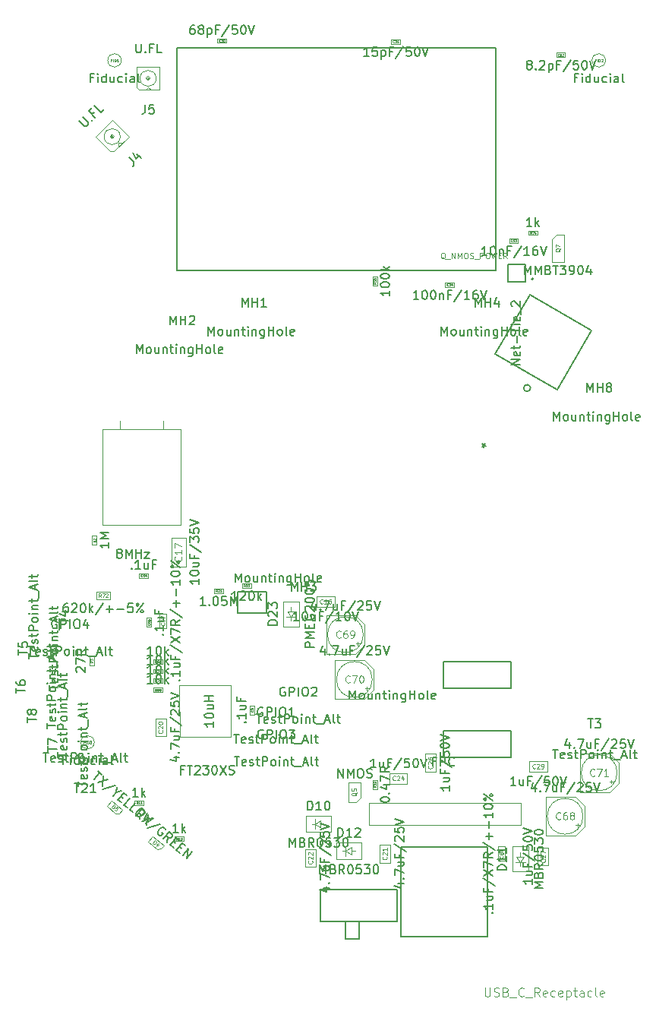
<source format=gbr>
G04 #@! TF.GenerationSoftware,KiCad,Pcbnew,5.1.6+dfsg1-1~bpo10+1*
G04 #@! TF.CreationDate,2021-03-28T20:24:38-04:00*
G04 #@! TF.ProjectId,RUSP_Mainboard,52555350-5f4d-4616-996e-626f6172642e,rev?*
G04 #@! TF.SameCoordinates,Original*
G04 #@! TF.FileFunction,Other,Fab,Top*
%FSLAX46Y46*%
G04 Gerber Fmt 4.6, Leading zero omitted, Abs format (unit mm)*
G04 Created by KiCad (PCBNEW 5.1.6+dfsg1-1~bpo10+1) date 2021-03-28 20:24:38*
%MOMM*%
%LPD*%
G01*
G04 APERTURE LIST*
%ADD10C,0.150000*%
%ADD11C,0.100000*%
%ADD12C,0.120000*%
%ADD13C,0.200000*%
%ADD14C,0.127000*%
%ADD15C,0.152400*%
%ADD16C,0.080000*%
%ADD17C,0.040000*%
%ADD18C,0.015000*%
%ADD19C,0.060000*%
%ADD20C,0.050000*%
%ADD21C,0.075000*%
G04 APERTURE END LIST*
D10*
X159450000Y-136700000D02*
X159450000Y-133700000D01*
X166950000Y-136700000D02*
X159450000Y-136700000D01*
X166950000Y-133700000D02*
X166950000Y-136700000D01*
X159450000Y-133700000D02*
X166950000Y-133700000D01*
D11*
X145300000Y-119920000D02*
X145300000Y-118720000D01*
X145300000Y-118720000D02*
X147300000Y-118720000D01*
X147300000Y-118720000D02*
X147300000Y-119920000D01*
X147300000Y-119920000D02*
X145300000Y-119920000D01*
D12*
X135750000Y-128620000D02*
X135750000Y-134420000D01*
X135750000Y-128620000D02*
X129950000Y-128620000D01*
X129950000Y-128620000D02*
X130050000Y-134420000D01*
X130050000Y-134420000D02*
X135750000Y-134420000D01*
D11*
X120750000Y-111970000D02*
X120750000Y-112970000D01*
X120250000Y-111970000D02*
X120750000Y-111970000D01*
X120250000Y-112970000D02*
X120250000Y-111970000D01*
X120750000Y-112970000D02*
X120250000Y-112970000D01*
D10*
X139700000Y-118200000D02*
X136500000Y-118200000D01*
X136500000Y-118200000D02*
X136500000Y-120600000D01*
X139700000Y-120600000D02*
X139700000Y-118200000D01*
X136500000Y-120600000D02*
X139700000Y-120600000D01*
D13*
X169450000Y-83350000D02*
G75*
G03*
X169450000Y-83350000I-100000J0D01*
G01*
D14*
X166600000Y-81700000D02*
X168600000Y-81700000D01*
X166600000Y-81700000D02*
X166600000Y-83700000D01*
X168600000Y-83700000D02*
X166600000Y-83700000D01*
X168600000Y-83700000D02*
X168600000Y-81700000D01*
D12*
X168100000Y-144200000D02*
X151100000Y-144200000D01*
X151100000Y-141800000D02*
X168100000Y-141800000D01*
X168100000Y-141800000D02*
X168100000Y-144200000D01*
X151100000Y-141800000D02*
X151100000Y-144200000D01*
D10*
X159450000Y-129000000D02*
X159450000Y-126000000D01*
X166950000Y-129000000D02*
X159450000Y-129000000D01*
X166950000Y-126000000D02*
X166950000Y-129000000D01*
X159450000Y-126000000D02*
X166950000Y-126000000D01*
D15*
X165223413Y-91736746D02*
X172108489Y-95711846D01*
X172108489Y-95711846D02*
X175931189Y-89090735D01*
X175931189Y-89090735D02*
X169046113Y-85115635D01*
X169046113Y-85115635D02*
X165223413Y-91736746D01*
X169136525Y-95519149D02*
G75*
G03*
X169136525Y-95519149I-381000J0D01*
G01*
D14*
X154675000Y-156675000D02*
X154675000Y-146675000D01*
X154675000Y-146675000D02*
X164325000Y-146675000D01*
X164325000Y-146675000D02*
X164325000Y-156675000D01*
X164325000Y-156675000D02*
X154675000Y-156675000D01*
D11*
X155400000Y-138420000D02*
X155400000Y-139620000D01*
X155400000Y-139620000D02*
X153400000Y-139620000D01*
X153400000Y-139620000D02*
X153400000Y-138420000D01*
X153400000Y-138420000D02*
X155400000Y-138420000D01*
X127016690Y-145471617D02*
X126502460Y-146084453D01*
X128242362Y-146500077D02*
X127016690Y-145471617D01*
X127920968Y-146883100D02*
X128242362Y-146500077D01*
X127498318Y-146920077D02*
X127920968Y-146883100D01*
X126502460Y-146084453D02*
X127498318Y-146920077D01*
X122414279Y-141499352D02*
X121900049Y-142112188D01*
X123639951Y-142527812D02*
X122414279Y-141499352D01*
X123318557Y-142910835D02*
X123639951Y-142527812D01*
X122895907Y-142947812D02*
X123318557Y-142910835D01*
X121900049Y-142112188D02*
X122895907Y-142947812D01*
X123500000Y-59000000D02*
G75*
G03*
X123500000Y-59000000I-750000J0D01*
G01*
X177500000Y-59000000D02*
G75*
G03*
X177500000Y-59000000I-750000J0D01*
G01*
X120500000Y-135000000D02*
G75*
G03*
X120500000Y-135000000I-750000J0D01*
G01*
X137850000Y-131900000D02*
X137850000Y-130900000D01*
X138350000Y-131900000D02*
X137850000Y-131900000D01*
X138350000Y-130900000D02*
X138350000Y-131900000D01*
X137850000Y-130900000D02*
X138350000Y-130900000D01*
X134215000Y-56550000D02*
X135215000Y-56550000D01*
X134215000Y-57050000D02*
X134215000Y-56550000D01*
X135215000Y-57050000D02*
X134215000Y-57050000D01*
X135215000Y-56550000D02*
X135215000Y-57050000D01*
X153600000Y-57150000D02*
X153600000Y-56650000D01*
X153600000Y-56650000D02*
X154600000Y-56650000D01*
X154600000Y-56650000D02*
X154600000Y-57150000D01*
X154600000Y-57150000D02*
X153600000Y-57150000D01*
X173015000Y-58650000D02*
X172015000Y-58650000D01*
X173015000Y-58150000D02*
X173015000Y-58650000D01*
X172015000Y-58150000D02*
X173015000Y-58150000D01*
X172015000Y-58650000D02*
X172015000Y-58150000D01*
X166760000Y-79350000D02*
X166760000Y-78850000D01*
X166760000Y-78850000D02*
X167760000Y-78850000D01*
X167760000Y-78850000D02*
X167760000Y-79350000D01*
X167760000Y-79350000D02*
X166760000Y-79350000D01*
X160625000Y-84250000D02*
X159625000Y-84250000D01*
X160625000Y-83750000D02*
X160625000Y-84250000D01*
X159625000Y-83750000D02*
X160625000Y-83750000D01*
X159625000Y-84250000D02*
X159625000Y-83750000D01*
X125500000Y-116170000D02*
X126500000Y-116170000D01*
X125500000Y-116670000D02*
X125500000Y-116170000D01*
X126500000Y-116670000D02*
X125500000Y-116670000D01*
X126500000Y-116170000D02*
X126500000Y-116670000D01*
X126850000Y-122120000D02*
X126350000Y-122120000D01*
X126350000Y-122120000D02*
X126350000Y-121120000D01*
X126350000Y-121120000D02*
X126850000Y-121120000D01*
X126850000Y-121120000D02*
X126850000Y-122120000D01*
X165500000Y-146600000D02*
X166300000Y-146600000D01*
X166300000Y-146600000D02*
X166300000Y-148200000D01*
X166300000Y-148200000D02*
X165500000Y-148200000D01*
X165500000Y-148200000D02*
X165500000Y-146600000D01*
X128550000Y-122250000D02*
X127750000Y-122250000D01*
X127750000Y-122250000D02*
X127750000Y-120650000D01*
X127750000Y-120650000D02*
X128550000Y-120650000D01*
X128550000Y-120650000D02*
X128550000Y-122250000D01*
X174374773Y-144450000D02*
X174374773Y-144050000D01*
X174574773Y-144250000D02*
X174174773Y-144250000D01*
X175150000Y-142100000D02*
X174150000Y-141100000D01*
X175150000Y-144400000D02*
X174150000Y-145400000D01*
X175150000Y-144400000D02*
X175150000Y-142100000D01*
X174150000Y-141100000D02*
X170850000Y-141100000D01*
X174150000Y-145400000D02*
X170850000Y-145400000D01*
X170850000Y-145400000D02*
X170850000Y-141100000D01*
X175000000Y-143250000D02*
G75*
G03*
X175000000Y-143250000I-2000000J0D01*
G01*
X149874773Y-124200000D02*
X149874773Y-123800000D01*
X150074773Y-124000000D02*
X149674773Y-124000000D01*
X150650000Y-121850000D02*
X149650000Y-120850000D01*
X150650000Y-124150000D02*
X149650000Y-125150000D01*
X150650000Y-124150000D02*
X150650000Y-121850000D01*
X149650000Y-120850000D02*
X146350000Y-120850000D01*
X149650000Y-125150000D02*
X146350000Y-125150000D01*
X146350000Y-125150000D02*
X146350000Y-120850000D01*
X150500000Y-123000000D02*
G75*
G03*
X150500000Y-123000000I-2000000J0D01*
G01*
X150874773Y-129200000D02*
X150874773Y-128800000D01*
X151074773Y-129000000D02*
X150674773Y-129000000D01*
X151650000Y-126850000D02*
X150650000Y-125850000D01*
X151650000Y-129150000D02*
X150650000Y-130150000D01*
X151650000Y-129150000D02*
X151650000Y-126850000D01*
X150650000Y-125850000D02*
X147350000Y-125850000D01*
X150650000Y-130150000D02*
X147350000Y-130150000D01*
X147350000Y-130150000D02*
X147350000Y-125850000D01*
X151500000Y-128000000D02*
G75*
G03*
X151500000Y-128000000I-2000000J0D01*
G01*
X178174773Y-139600000D02*
X178174773Y-139200000D01*
X178374773Y-139400000D02*
X177974773Y-139400000D01*
X178950000Y-137250000D02*
X177950000Y-136250000D01*
X178950000Y-139550000D02*
X177950000Y-140550000D01*
X178950000Y-139550000D02*
X178950000Y-137250000D01*
X177950000Y-136250000D02*
X174650000Y-136250000D01*
X177950000Y-140550000D02*
X174650000Y-140550000D01*
X174650000Y-140550000D02*
X174650000Y-136250000D01*
X178800000Y-138400000D02*
G75*
G03*
X178800000Y-138400000I-2000000J0D01*
G01*
X123207107Y-68207107D02*
X123631371Y-68207107D01*
X123207107Y-68631371D02*
X123207107Y-68207107D01*
X122550000Y-67500000D02*
G75*
G03*
X122550000Y-67500000I-50000J0D01*
G01*
X122625000Y-67500000D02*
G75*
G03*
X122625000Y-67500000I-125000J0D01*
G01*
X123400000Y-67500000D02*
G75*
G03*
X123400000Y-67500000I-900000J0D01*
G01*
X120661522Y-67500000D02*
X122500000Y-65661522D01*
X120661522Y-67500000D02*
X122287868Y-69126346D01*
X122287868Y-69126346D02*
X122712132Y-69126346D01*
X122500000Y-65661522D02*
X124338478Y-67500000D01*
X122712132Y-69126346D02*
X124338478Y-67500000D01*
X122699999Y-67500000D02*
G75*
G03*
X122699999Y-67500000I-199999J0D01*
G01*
X126700000Y-61000000D02*
G75*
G03*
X126700000Y-61000000I-200000J0D01*
G01*
X125500000Y-62300000D02*
X127800000Y-62300000D01*
X127800000Y-59700000D02*
X127800000Y-62300000D01*
X125200000Y-62000000D02*
X125500000Y-62300000D01*
X125200000Y-59700000D02*
X125200000Y-62000000D01*
X125200000Y-59700000D02*
X127800000Y-59700000D01*
X127400000Y-61000000D02*
G75*
G03*
X127400000Y-61000000I-900000J0D01*
G01*
X126625000Y-61000000D02*
G75*
G03*
X126625000Y-61000000I-125000J0D01*
G01*
X126550000Y-61000000D02*
G75*
G03*
X126550000Y-61000000I-50000J0D01*
G01*
X126200000Y-62300000D02*
X126500000Y-62000000D01*
X126500000Y-62000000D02*
X126800000Y-62300000D01*
X119950000Y-125405000D02*
X120450000Y-125405000D01*
X120450000Y-125405000D02*
X120450000Y-126405000D01*
X120450000Y-126405000D02*
X119950000Y-126405000D01*
X119950000Y-126405000D02*
X119950000Y-125405000D01*
X129460000Y-145520000D02*
X130460000Y-145520000D01*
X129460000Y-146020000D02*
X129460000Y-145520000D01*
X130460000Y-146020000D02*
X129460000Y-146020000D01*
X130460000Y-145520000D02*
X130460000Y-146020000D01*
X124990000Y-141520000D02*
X125990000Y-141520000D01*
X124990000Y-142020000D02*
X124990000Y-141520000D01*
X125990000Y-142020000D02*
X124990000Y-142020000D01*
X125990000Y-141520000D02*
X125990000Y-142020000D01*
X134865000Y-118370000D02*
X133865000Y-118370000D01*
X134865000Y-117870000D02*
X134865000Y-118370000D01*
X133865000Y-117870000D02*
X134865000Y-117870000D01*
X133865000Y-118370000D02*
X133865000Y-117870000D01*
X136975000Y-117800000D02*
X136975000Y-117300000D01*
X136975000Y-117300000D02*
X137975000Y-117300000D01*
X137975000Y-117300000D02*
X137975000Y-117800000D01*
X137975000Y-117800000D02*
X136975000Y-117800000D01*
X152050000Y-83100000D02*
X152050000Y-84100000D01*
X151550000Y-83100000D02*
X152050000Y-83100000D01*
X151550000Y-84100000D02*
X151550000Y-83100000D01*
X152050000Y-84100000D02*
X151550000Y-84100000D01*
X127100000Y-128920000D02*
X128100000Y-128920000D01*
X127100000Y-129420000D02*
X127100000Y-128920000D01*
X128100000Y-129420000D02*
X127100000Y-129420000D01*
X128100000Y-128920000D02*
X128100000Y-129420000D01*
X128100000Y-125770000D02*
X128100000Y-126270000D01*
X128100000Y-126270000D02*
X127100000Y-126270000D01*
X127100000Y-126270000D02*
X127100000Y-125770000D01*
X127100000Y-125770000D02*
X128100000Y-125770000D01*
X127100000Y-127870000D02*
X128100000Y-127870000D01*
X127100000Y-128370000D02*
X127100000Y-127870000D01*
X128100000Y-128370000D02*
X127100000Y-128370000D01*
X128100000Y-127870000D02*
X128100000Y-128370000D01*
X128100000Y-126820000D02*
X128100000Y-127320000D01*
X128100000Y-127320000D02*
X127100000Y-127320000D01*
X127100000Y-127320000D02*
X127100000Y-126820000D01*
X127100000Y-126820000D02*
X128100000Y-126820000D01*
X122300000Y-119050000D02*
X120700000Y-119050000D01*
X122300000Y-118250000D02*
X122300000Y-119050000D01*
X120700000Y-118250000D02*
X122300000Y-118250000D01*
X120700000Y-119050000D02*
X120700000Y-118250000D01*
D10*
X129700000Y-82400000D02*
X129700000Y-57600000D01*
X165300000Y-82400000D02*
X129700000Y-82400000D01*
X165300000Y-57600000D02*
X165300000Y-82400000D01*
X129700000Y-57600000D02*
X165300000Y-57600000D01*
D11*
X130700000Y-115420000D02*
X129100000Y-115420000D01*
X129100000Y-115420000D02*
X129100000Y-112220000D01*
X129100000Y-112220000D02*
X130700000Y-112220000D01*
X130700000Y-112220000D02*
X130700000Y-115420000D01*
X142450000Y-120450000D02*
X142450000Y-119950000D01*
X142850000Y-120450000D02*
X142450000Y-121050000D01*
X142050000Y-120450000D02*
X142850000Y-120450000D01*
X142450000Y-121050000D02*
X142050000Y-120450000D01*
X142450000Y-121050000D02*
X143000000Y-121050000D01*
X142450000Y-121050000D02*
X141900000Y-121050000D01*
X142450000Y-121450000D02*
X142450000Y-121050000D01*
X143350000Y-122100000D02*
X141550000Y-122100000D01*
X143350000Y-119300000D02*
X143350000Y-122100000D01*
X141550000Y-119300000D02*
X143350000Y-119300000D01*
X141550000Y-122100000D02*
X141550000Y-119300000D01*
D10*
X145750000Y-151450000D02*
X145750000Y-154950000D01*
X145750000Y-154950000D02*
X154250000Y-154950000D01*
X154250000Y-154950000D02*
X154250000Y-151450000D01*
X154250000Y-151450000D02*
X145750000Y-151450000D01*
X148500000Y-154950000D02*
X148500000Y-156950000D01*
X148500000Y-156950000D02*
X150000000Y-156950000D01*
X150000000Y-156950000D02*
X150000000Y-154950000D01*
D11*
X128500000Y-134350000D02*
X127300000Y-134350000D01*
X127300000Y-134350000D02*
X127300000Y-132350000D01*
X127300000Y-132350000D02*
X128500000Y-132350000D01*
X128500000Y-132350000D02*
X128500000Y-134350000D01*
X153500000Y-148420000D02*
X152300000Y-148420000D01*
X152300000Y-148420000D02*
X152300000Y-146420000D01*
X152300000Y-146420000D02*
X153500000Y-146420000D01*
X153500000Y-146420000D02*
X153500000Y-148420000D01*
X145200000Y-146900000D02*
X145200000Y-148900000D01*
X144000000Y-146900000D02*
X145200000Y-146900000D01*
X144000000Y-148900000D02*
X144000000Y-146900000D01*
X145200000Y-148900000D02*
X144000000Y-148900000D01*
X158600000Y-136300000D02*
X158600000Y-138300000D01*
X157400000Y-136300000D02*
X158600000Y-136300000D01*
X157400000Y-138300000D02*
X157400000Y-136300000D01*
X158600000Y-138300000D02*
X157400000Y-138300000D01*
X169950000Y-146720000D02*
X171150000Y-146720000D01*
X171150000Y-146720000D02*
X171150000Y-148720000D01*
X171150000Y-148720000D02*
X169950000Y-148720000D01*
X169950000Y-148720000D02*
X169950000Y-146720000D01*
X171000000Y-138300000D02*
X169000000Y-138300000D01*
X171000000Y-137100000D02*
X171000000Y-138300000D01*
X169000000Y-137100000D02*
X171000000Y-137100000D01*
X169000000Y-138300000D02*
X169000000Y-137100000D01*
X144100000Y-143200000D02*
X146900000Y-143200000D01*
X146900000Y-143200000D02*
X146900000Y-145000000D01*
X146900000Y-145000000D02*
X144100000Y-145000000D01*
X144100000Y-145000000D02*
X144100000Y-143200000D01*
X144750000Y-144100000D02*
X145150000Y-144100000D01*
X145150000Y-144100000D02*
X145150000Y-143550000D01*
X145150000Y-144100000D02*
X145150000Y-144650000D01*
X145150000Y-144100000D02*
X145750000Y-143700000D01*
X145750000Y-143700000D02*
X145750000Y-144500000D01*
X145750000Y-144500000D02*
X145150000Y-144100000D01*
X145750000Y-144100000D02*
X146250000Y-144100000D01*
X167100000Y-149420000D02*
X167100000Y-146620000D01*
X167100000Y-146620000D02*
X168900000Y-146620000D01*
X168900000Y-146620000D02*
X168900000Y-149420000D01*
X168900000Y-149420000D02*
X167100000Y-149420000D01*
X168000000Y-148770000D02*
X168000000Y-148370000D01*
X168000000Y-148370000D02*
X167450000Y-148370000D01*
X168000000Y-148370000D02*
X168550000Y-148370000D01*
X168000000Y-148370000D02*
X167600000Y-147770000D01*
X167600000Y-147770000D02*
X168400000Y-147770000D01*
X168400000Y-147770000D02*
X168000000Y-148370000D01*
X168000000Y-147770000D02*
X168000000Y-147270000D01*
X149150000Y-147100000D02*
X149650000Y-147100000D01*
X149150000Y-147500000D02*
X148550000Y-147100000D01*
X149150000Y-146700000D02*
X149150000Y-147500000D01*
X148550000Y-147100000D02*
X149150000Y-146700000D01*
X148550000Y-147100000D02*
X148550000Y-147650000D01*
X148550000Y-147100000D02*
X148550000Y-146550000D01*
X148150000Y-147100000D02*
X148550000Y-147100000D01*
X147500000Y-148000000D02*
X147500000Y-146200000D01*
X150300000Y-148000000D02*
X147500000Y-148000000D01*
X150300000Y-146200000D02*
X150300000Y-148000000D01*
X147500000Y-146200000D02*
X150300000Y-146200000D01*
X149680000Y-141650000D02*
X150180000Y-141150000D01*
X148830000Y-139450000D02*
X150180000Y-139450000D01*
X148830000Y-141650000D02*
X148830000Y-139450000D01*
X150180000Y-141150000D02*
X150180000Y-139450000D01*
X148830000Y-141650000D02*
X149680000Y-141650000D01*
D12*
X130150000Y-100100000D02*
X121450000Y-100100000D01*
X121450000Y-100100000D02*
X121450000Y-110800000D01*
X121450000Y-110800000D02*
X130150000Y-110800000D01*
X130150000Y-110800000D02*
X130150000Y-100100000D01*
X128200000Y-99200000D02*
X128200000Y-100000000D01*
X123400000Y-99200000D02*
X123400000Y-100000000D01*
D11*
X152050000Y-140200000D02*
X151550000Y-140200000D01*
X151550000Y-140200000D02*
X151550000Y-139200000D01*
X151550000Y-139200000D02*
X152050000Y-139200000D01*
X152050000Y-139200000D02*
X152050000Y-140200000D01*
X171500000Y-81440000D02*
X172900000Y-81440000D01*
X172900000Y-78400000D02*
X172900000Y-81440000D01*
X171500000Y-78970000D02*
X172050000Y-78400000D01*
X172050000Y-78400000D02*
X172900000Y-78400000D01*
X171500000Y-78970000D02*
X171500000Y-81420000D01*
X168900000Y-77970000D02*
X169900000Y-77970000D01*
X168900000Y-78470000D02*
X168900000Y-77970000D01*
X169900000Y-78470000D02*
X168900000Y-78470000D01*
X169900000Y-77970000D02*
X169900000Y-78470000D01*
D10*
X143323809Y-121422380D02*
X142752380Y-121422380D01*
X143038095Y-121422380D02*
X143038095Y-120422380D01*
X142942857Y-120565238D01*
X142847619Y-120660476D01*
X142752380Y-120708095D01*
X143942857Y-120422380D02*
X144038095Y-120422380D01*
X144133333Y-120470000D01*
X144180952Y-120517619D01*
X144228571Y-120612857D01*
X144276190Y-120803333D01*
X144276190Y-121041428D01*
X144228571Y-121231904D01*
X144180952Y-121327142D01*
X144133333Y-121374761D01*
X144038095Y-121422380D01*
X143942857Y-121422380D01*
X143847619Y-121374761D01*
X143800000Y-121327142D01*
X143752380Y-121231904D01*
X143704761Y-121041428D01*
X143704761Y-120803333D01*
X143752380Y-120612857D01*
X143800000Y-120517619D01*
X143847619Y-120470000D01*
X143942857Y-120422380D01*
X145133333Y-120755714D02*
X145133333Y-121422380D01*
X144704761Y-120755714D02*
X144704761Y-121279523D01*
X144752380Y-121374761D01*
X144847619Y-121422380D01*
X144990476Y-121422380D01*
X145085714Y-121374761D01*
X145133333Y-121327142D01*
X145942857Y-120898571D02*
X145609523Y-120898571D01*
X145609523Y-121422380D02*
X145609523Y-120422380D01*
X146085714Y-120422380D01*
X147180952Y-120374761D02*
X146323809Y-121660476D01*
X148038095Y-121422380D02*
X147466666Y-121422380D01*
X147752380Y-121422380D02*
X147752380Y-120422380D01*
X147657142Y-120565238D01*
X147561904Y-120660476D01*
X147466666Y-120708095D01*
X148657142Y-120422380D02*
X148752380Y-120422380D01*
X148847619Y-120470000D01*
X148895238Y-120517619D01*
X148942857Y-120612857D01*
X148990476Y-120803333D01*
X148990476Y-121041428D01*
X148942857Y-121231904D01*
X148895238Y-121327142D01*
X148847619Y-121374761D01*
X148752380Y-121422380D01*
X148657142Y-121422380D01*
X148561904Y-121374761D01*
X148514285Y-121327142D01*
X148466666Y-121231904D01*
X148419047Y-121041428D01*
X148419047Y-120803333D01*
X148466666Y-120612857D01*
X148514285Y-120517619D01*
X148561904Y-120470000D01*
X148657142Y-120422380D01*
X149276190Y-120422380D02*
X149609523Y-121422380D01*
X149942857Y-120422380D01*
D16*
X145978571Y-119498571D02*
X145954761Y-119522380D01*
X145883333Y-119546190D01*
X145835714Y-119546190D01*
X145764285Y-119522380D01*
X145716666Y-119474761D01*
X145692857Y-119427142D01*
X145669047Y-119331904D01*
X145669047Y-119260476D01*
X145692857Y-119165238D01*
X145716666Y-119117619D01*
X145764285Y-119070000D01*
X145835714Y-119046190D01*
X145883333Y-119046190D01*
X145954761Y-119070000D01*
X145978571Y-119093809D01*
X146454761Y-119546190D02*
X146169047Y-119546190D01*
X146311904Y-119546190D02*
X146311904Y-119046190D01*
X146264285Y-119117619D01*
X146216666Y-119165238D01*
X146169047Y-119189047D01*
X146883333Y-119046190D02*
X146788095Y-119046190D01*
X146740476Y-119070000D01*
X146716666Y-119093809D01*
X146669047Y-119165238D01*
X146645238Y-119260476D01*
X146645238Y-119450952D01*
X146669047Y-119498571D01*
X146692857Y-119522380D01*
X146740476Y-119546190D01*
X146835714Y-119546190D01*
X146883333Y-119522380D01*
X146907142Y-119498571D01*
X146930952Y-119450952D01*
X146930952Y-119331904D01*
X146907142Y-119284285D01*
X146883333Y-119260476D01*
X146835714Y-119236666D01*
X146740476Y-119236666D01*
X146692857Y-119260476D01*
X146669047Y-119284285D01*
X146645238Y-119331904D01*
D10*
X133802380Y-132686666D02*
X133802380Y-133258095D01*
X133802380Y-132972380D02*
X132802380Y-132972380D01*
X132945238Y-133067619D01*
X133040476Y-133162857D01*
X133088095Y-133258095D01*
X132802380Y-132067619D02*
X132802380Y-131972380D01*
X132850000Y-131877142D01*
X132897619Y-131829523D01*
X132992857Y-131781904D01*
X133183333Y-131734285D01*
X133421428Y-131734285D01*
X133611904Y-131781904D01*
X133707142Y-131829523D01*
X133754761Y-131877142D01*
X133802380Y-131972380D01*
X133802380Y-132067619D01*
X133754761Y-132162857D01*
X133707142Y-132210476D01*
X133611904Y-132258095D01*
X133421428Y-132305714D01*
X133183333Y-132305714D01*
X132992857Y-132258095D01*
X132897619Y-132210476D01*
X132850000Y-132162857D01*
X132802380Y-132067619D01*
X133135714Y-130877142D02*
X133802380Y-130877142D01*
X133135714Y-131305714D02*
X133659523Y-131305714D01*
X133754761Y-131258095D01*
X133802380Y-131162857D01*
X133802380Y-131020000D01*
X133754761Y-130924761D01*
X133707142Y-130877142D01*
X133802380Y-130400952D02*
X132802380Y-130400952D01*
X133278571Y-130400952D02*
X133278571Y-129829523D01*
X133802380Y-129829523D02*
X132802380Y-129829523D01*
X136059523Y-134102380D02*
X136630952Y-134102380D01*
X136345238Y-135102380D02*
X136345238Y-134102380D01*
X137345238Y-135054761D02*
X137250000Y-135102380D01*
X137059523Y-135102380D01*
X136964285Y-135054761D01*
X136916666Y-134959523D01*
X136916666Y-134578571D01*
X136964285Y-134483333D01*
X137059523Y-134435714D01*
X137250000Y-134435714D01*
X137345238Y-134483333D01*
X137392857Y-134578571D01*
X137392857Y-134673809D01*
X136916666Y-134769047D01*
X137773809Y-135054761D02*
X137869047Y-135102380D01*
X138059523Y-135102380D01*
X138154761Y-135054761D01*
X138202380Y-134959523D01*
X138202380Y-134911904D01*
X138154761Y-134816666D01*
X138059523Y-134769047D01*
X137916666Y-134769047D01*
X137821428Y-134721428D01*
X137773809Y-134626190D01*
X137773809Y-134578571D01*
X137821428Y-134483333D01*
X137916666Y-134435714D01*
X138059523Y-134435714D01*
X138154761Y-134483333D01*
X138488095Y-134435714D02*
X138869047Y-134435714D01*
X138630952Y-134102380D02*
X138630952Y-134959523D01*
X138678571Y-135054761D01*
X138773809Y-135102380D01*
X138869047Y-135102380D01*
X139202380Y-135102380D02*
X139202380Y-134102380D01*
X139583333Y-134102380D01*
X139678571Y-134150000D01*
X139726190Y-134197619D01*
X139773809Y-134292857D01*
X139773809Y-134435714D01*
X139726190Y-134530952D01*
X139678571Y-134578571D01*
X139583333Y-134626190D01*
X139202380Y-134626190D01*
X140345238Y-135102380D02*
X140250000Y-135054761D01*
X140202380Y-135007142D01*
X140154761Y-134911904D01*
X140154761Y-134626190D01*
X140202380Y-134530952D01*
X140250000Y-134483333D01*
X140345238Y-134435714D01*
X140488095Y-134435714D01*
X140583333Y-134483333D01*
X140630952Y-134530952D01*
X140678571Y-134626190D01*
X140678571Y-134911904D01*
X140630952Y-135007142D01*
X140583333Y-135054761D01*
X140488095Y-135102380D01*
X140345238Y-135102380D01*
X141107142Y-135102380D02*
X141107142Y-134435714D01*
X141107142Y-134102380D02*
X141059523Y-134150000D01*
X141107142Y-134197619D01*
X141154761Y-134150000D01*
X141107142Y-134102380D01*
X141107142Y-134197619D01*
X141583333Y-134435714D02*
X141583333Y-135102380D01*
X141583333Y-134530952D02*
X141630952Y-134483333D01*
X141726190Y-134435714D01*
X141869047Y-134435714D01*
X141964285Y-134483333D01*
X142011904Y-134578571D01*
X142011904Y-135102380D01*
X142345238Y-134435714D02*
X142726190Y-134435714D01*
X142488095Y-134102380D02*
X142488095Y-134959523D01*
X142535714Y-135054761D01*
X142630952Y-135102380D01*
X142726190Y-135102380D01*
X142821428Y-135197619D02*
X143583333Y-135197619D01*
X143773809Y-134816666D02*
X144250000Y-134816666D01*
X143678571Y-135102380D02*
X144011904Y-134102380D01*
X144345238Y-135102380D01*
X144821428Y-135102380D02*
X144726190Y-135054761D01*
X144678571Y-134959523D01*
X144678571Y-134102380D01*
X145059523Y-134435714D02*
X145440476Y-134435714D01*
X145202380Y-134102380D02*
X145202380Y-134959523D01*
X145250000Y-135054761D01*
X145345238Y-135102380D01*
X145440476Y-135102380D01*
X139273809Y-131150000D02*
X139178571Y-131102380D01*
X139035714Y-131102380D01*
X138892857Y-131150000D01*
X138797619Y-131245238D01*
X138750000Y-131340476D01*
X138702380Y-131530952D01*
X138702380Y-131673809D01*
X138750000Y-131864285D01*
X138797619Y-131959523D01*
X138892857Y-132054761D01*
X139035714Y-132102380D01*
X139130952Y-132102380D01*
X139273809Y-132054761D01*
X139321428Y-132007142D01*
X139321428Y-131673809D01*
X139130952Y-131673809D01*
X139750000Y-132102380D02*
X139750000Y-131102380D01*
X140130952Y-131102380D01*
X140226190Y-131150000D01*
X140273809Y-131197619D01*
X140321428Y-131292857D01*
X140321428Y-131435714D01*
X140273809Y-131530952D01*
X140226190Y-131578571D01*
X140130952Y-131626190D01*
X139750000Y-131626190D01*
X140750000Y-132102380D02*
X140750000Y-131102380D01*
X141416666Y-131102380D02*
X141607142Y-131102380D01*
X141702380Y-131150000D01*
X141797619Y-131245238D01*
X141845238Y-131435714D01*
X141845238Y-131769047D01*
X141797619Y-131959523D01*
X141702380Y-132054761D01*
X141607142Y-132102380D01*
X141416666Y-132102380D01*
X141321428Y-132054761D01*
X141226190Y-131959523D01*
X141178571Y-131769047D01*
X141178571Y-131435714D01*
X141226190Y-131245238D01*
X141321428Y-131150000D01*
X141416666Y-131102380D01*
X142797619Y-132102380D02*
X142226190Y-132102380D01*
X142511904Y-132102380D02*
X142511904Y-131102380D01*
X142416666Y-131245238D01*
X142321428Y-131340476D01*
X142226190Y-131388095D01*
X122122380Y-112755714D02*
X122122380Y-113327142D01*
X122122380Y-113041428D02*
X121122380Y-113041428D01*
X121265238Y-113136666D01*
X121360476Y-113231904D01*
X121408095Y-113327142D01*
X122122380Y-112327142D02*
X121122380Y-112327142D01*
X121836666Y-111993809D01*
X121122380Y-111660476D01*
X122122380Y-111660476D01*
D17*
X120613095Y-112511666D02*
X120494047Y-112595000D01*
X120613095Y-112654523D02*
X120363095Y-112654523D01*
X120363095Y-112559285D01*
X120375000Y-112535476D01*
X120386904Y-112523571D01*
X120410714Y-112511666D01*
X120446428Y-112511666D01*
X120470238Y-112523571D01*
X120482142Y-112535476D01*
X120494047Y-112559285D01*
X120494047Y-112654523D01*
X120386904Y-112416428D02*
X120375000Y-112404523D01*
X120363095Y-112380714D01*
X120363095Y-112321190D01*
X120375000Y-112297380D01*
X120386904Y-112285476D01*
X120410714Y-112273571D01*
X120434523Y-112273571D01*
X120470238Y-112285476D01*
X120613095Y-112428333D01*
X120613095Y-112273571D01*
D10*
X123204761Y-113900952D02*
X123109523Y-113853333D01*
X123061904Y-113805714D01*
X123014285Y-113710476D01*
X123014285Y-113662857D01*
X123061904Y-113567619D01*
X123109523Y-113520000D01*
X123204761Y-113472380D01*
X123395238Y-113472380D01*
X123490476Y-113520000D01*
X123538095Y-113567619D01*
X123585714Y-113662857D01*
X123585714Y-113710476D01*
X123538095Y-113805714D01*
X123490476Y-113853333D01*
X123395238Y-113900952D01*
X123204761Y-113900952D01*
X123109523Y-113948571D01*
X123061904Y-113996190D01*
X123014285Y-114091428D01*
X123014285Y-114281904D01*
X123061904Y-114377142D01*
X123109523Y-114424761D01*
X123204761Y-114472380D01*
X123395238Y-114472380D01*
X123490476Y-114424761D01*
X123538095Y-114377142D01*
X123585714Y-114281904D01*
X123585714Y-114091428D01*
X123538095Y-113996190D01*
X123490476Y-113948571D01*
X123395238Y-113900952D01*
X124014285Y-114472380D02*
X124014285Y-113472380D01*
X124347619Y-114186666D01*
X124680952Y-113472380D01*
X124680952Y-114472380D01*
X125157142Y-114472380D02*
X125157142Y-113472380D01*
X125157142Y-113948571D02*
X125728571Y-113948571D01*
X125728571Y-114472380D02*
X125728571Y-113472380D01*
X126109523Y-113805714D02*
X126633333Y-113805714D01*
X126109523Y-114472380D01*
X126633333Y-114472380D01*
D18*
X159632361Y-81144076D02*
X159571409Y-81113600D01*
X159510457Y-81052647D01*
X159419028Y-80961219D01*
X159358076Y-80930742D01*
X159297123Y-80930742D01*
X159327600Y-81083123D02*
X159266647Y-81052647D01*
X159205695Y-80991695D01*
X159175219Y-80869790D01*
X159175219Y-80656457D01*
X159205695Y-80534552D01*
X159266647Y-80473600D01*
X159327600Y-80443123D01*
X159449504Y-80443123D01*
X159510457Y-80473600D01*
X159571409Y-80534552D01*
X159601885Y-80656457D01*
X159601885Y-80869790D01*
X159571409Y-80991695D01*
X159510457Y-81052647D01*
X159449504Y-81083123D01*
X159327600Y-81083123D01*
X159723790Y-81144076D02*
X160211409Y-81144076D01*
X160363790Y-81083123D02*
X160363790Y-80443123D01*
X160729504Y-81083123D01*
X160729504Y-80443123D01*
X161034266Y-81083123D02*
X161034266Y-80443123D01*
X161247600Y-80900266D01*
X161460933Y-80443123D01*
X161460933Y-81083123D01*
X161887600Y-80443123D02*
X162009504Y-80443123D01*
X162070457Y-80473600D01*
X162131409Y-80534552D01*
X162161885Y-80656457D01*
X162161885Y-80869790D01*
X162131409Y-80991695D01*
X162070457Y-81052647D01*
X162009504Y-81083123D01*
X161887600Y-81083123D01*
X161826647Y-81052647D01*
X161765695Y-80991695D01*
X161735219Y-80869790D01*
X161735219Y-80656457D01*
X161765695Y-80534552D01*
X161826647Y-80473600D01*
X161887600Y-80443123D01*
X162405695Y-81052647D02*
X162497123Y-81083123D01*
X162649504Y-81083123D01*
X162710457Y-81052647D01*
X162740933Y-81022171D01*
X162771409Y-80961219D01*
X162771409Y-80900266D01*
X162740933Y-80839314D01*
X162710457Y-80808838D01*
X162649504Y-80778361D01*
X162527600Y-80747885D01*
X162466647Y-80717409D01*
X162436171Y-80686933D01*
X162405695Y-80625980D01*
X162405695Y-80565028D01*
X162436171Y-80504076D01*
X162466647Y-80473600D01*
X162527600Y-80443123D01*
X162679980Y-80443123D01*
X162771409Y-80473600D01*
X162893314Y-81144076D02*
X163380933Y-81144076D01*
X163533314Y-81083123D02*
X163533314Y-80443123D01*
X163777123Y-80443123D01*
X163838076Y-80473600D01*
X163868552Y-80504076D01*
X163899028Y-80565028D01*
X163899028Y-80656457D01*
X163868552Y-80717409D01*
X163838076Y-80747885D01*
X163777123Y-80778361D01*
X163533314Y-80778361D01*
X164295219Y-80443123D02*
X164417123Y-80443123D01*
X164478076Y-80473600D01*
X164539028Y-80534552D01*
X164569504Y-80656457D01*
X164569504Y-80869790D01*
X164539028Y-80991695D01*
X164478076Y-81052647D01*
X164417123Y-81083123D01*
X164295219Y-81083123D01*
X164234266Y-81052647D01*
X164173314Y-80991695D01*
X164142838Y-80869790D01*
X164142838Y-80656457D01*
X164173314Y-80534552D01*
X164234266Y-80473600D01*
X164295219Y-80443123D01*
X164782838Y-80443123D02*
X164935219Y-81083123D01*
X165057123Y-80625980D01*
X165179028Y-81083123D01*
X165331409Y-80443123D01*
X165575219Y-80747885D02*
X165788552Y-80747885D01*
X165879980Y-81083123D02*
X165575219Y-81083123D01*
X165575219Y-80443123D01*
X165879980Y-80443123D01*
X166519980Y-81083123D02*
X166306647Y-80778361D01*
X166154266Y-81083123D02*
X166154266Y-80443123D01*
X166398076Y-80443123D01*
X166459028Y-80473600D01*
X166489504Y-80504076D01*
X166519980Y-80565028D01*
X166519980Y-80656457D01*
X166489504Y-80717409D01*
X166459028Y-80747885D01*
X166398076Y-80778361D01*
X166154266Y-80778361D01*
D10*
X148964285Y-130202380D02*
X148964285Y-129202380D01*
X149297619Y-129916666D01*
X149630952Y-129202380D01*
X149630952Y-130202380D01*
X150250000Y-130202380D02*
X150154761Y-130154761D01*
X150107142Y-130107142D01*
X150059523Y-130011904D01*
X150059523Y-129726190D01*
X150107142Y-129630952D01*
X150154761Y-129583333D01*
X150250000Y-129535714D01*
X150392857Y-129535714D01*
X150488095Y-129583333D01*
X150535714Y-129630952D01*
X150583333Y-129726190D01*
X150583333Y-130011904D01*
X150535714Y-130107142D01*
X150488095Y-130154761D01*
X150392857Y-130202380D01*
X150250000Y-130202380D01*
X151440476Y-129535714D02*
X151440476Y-130202380D01*
X151011904Y-129535714D02*
X151011904Y-130059523D01*
X151059523Y-130154761D01*
X151154761Y-130202380D01*
X151297619Y-130202380D01*
X151392857Y-130154761D01*
X151440476Y-130107142D01*
X151916666Y-129535714D02*
X151916666Y-130202380D01*
X151916666Y-129630952D02*
X151964285Y-129583333D01*
X152059523Y-129535714D01*
X152202380Y-129535714D01*
X152297619Y-129583333D01*
X152345238Y-129678571D01*
X152345238Y-130202380D01*
X152678571Y-129535714D02*
X153059523Y-129535714D01*
X152821428Y-129202380D02*
X152821428Y-130059523D01*
X152869047Y-130154761D01*
X152964285Y-130202380D01*
X153059523Y-130202380D01*
X153392857Y-130202380D02*
X153392857Y-129535714D01*
X153392857Y-129202380D02*
X153345238Y-129250000D01*
X153392857Y-129297619D01*
X153440476Y-129250000D01*
X153392857Y-129202380D01*
X153392857Y-129297619D01*
X153869047Y-129535714D02*
X153869047Y-130202380D01*
X153869047Y-129630952D02*
X153916666Y-129583333D01*
X154011904Y-129535714D01*
X154154761Y-129535714D01*
X154250000Y-129583333D01*
X154297619Y-129678571D01*
X154297619Y-130202380D01*
X155202380Y-129535714D02*
X155202380Y-130345238D01*
X155154761Y-130440476D01*
X155107142Y-130488095D01*
X155011904Y-130535714D01*
X154869047Y-130535714D01*
X154773809Y-130488095D01*
X155202380Y-130154761D02*
X155107142Y-130202380D01*
X154916666Y-130202380D01*
X154821428Y-130154761D01*
X154773809Y-130107142D01*
X154726190Y-130011904D01*
X154726190Y-129726190D01*
X154773809Y-129630952D01*
X154821428Y-129583333D01*
X154916666Y-129535714D01*
X155107142Y-129535714D01*
X155202380Y-129583333D01*
X155678571Y-130202380D02*
X155678571Y-129202380D01*
X155678571Y-129678571D02*
X156250000Y-129678571D01*
X156250000Y-130202380D02*
X156250000Y-129202380D01*
X156869047Y-130202380D02*
X156773809Y-130154761D01*
X156726190Y-130107142D01*
X156678571Y-130011904D01*
X156678571Y-129726190D01*
X156726190Y-129630952D01*
X156773809Y-129583333D01*
X156869047Y-129535714D01*
X157011904Y-129535714D01*
X157107142Y-129583333D01*
X157154761Y-129630952D01*
X157202380Y-129726190D01*
X157202380Y-130011904D01*
X157154761Y-130107142D01*
X157107142Y-130154761D01*
X157011904Y-130202380D01*
X156869047Y-130202380D01*
X157773809Y-130202380D02*
X157678571Y-130154761D01*
X157630952Y-130059523D01*
X157630952Y-129202380D01*
X158535714Y-130154761D02*
X158440476Y-130202380D01*
X158250000Y-130202380D01*
X158154761Y-130154761D01*
X158107142Y-130059523D01*
X158107142Y-129678571D01*
X158154761Y-129583333D01*
X158250000Y-129535714D01*
X158440476Y-129535714D01*
X158535714Y-129583333D01*
X158583333Y-129678571D01*
X158583333Y-129773809D01*
X158107142Y-129869047D01*
X158542857Y-137128571D02*
X158209523Y-137128571D01*
X158209523Y-137652380D02*
X158209523Y-136652380D01*
X158685714Y-136652380D01*
X159066666Y-137652380D02*
X159066666Y-136652380D01*
X159447619Y-136652380D01*
X159542857Y-136700000D01*
X159590476Y-136747619D01*
X159638095Y-136842857D01*
X159638095Y-136985714D01*
X159590476Y-137080952D01*
X159542857Y-137128571D01*
X159447619Y-137176190D01*
X159066666Y-137176190D01*
X160638095Y-137557142D02*
X160590476Y-137604761D01*
X160447619Y-137652380D01*
X160352380Y-137652380D01*
X160209523Y-137604761D01*
X160114285Y-137509523D01*
X160066666Y-137414285D01*
X160019047Y-137223809D01*
X160019047Y-137080952D01*
X160066666Y-136890476D01*
X160114285Y-136795238D01*
X160209523Y-136700000D01*
X160352380Y-136652380D01*
X160447619Y-136652380D01*
X160590476Y-136700000D01*
X160638095Y-136747619D01*
X164048809Y-101721418D02*
X163929761Y-101927615D01*
X163771184Y-101726089D02*
X163929761Y-101927615D01*
X164183577Y-101964184D01*
X163710805Y-102021144D02*
X163929761Y-101927615D01*
X163958241Y-102164001D01*
D18*
X164062429Y-162340799D02*
X164062429Y-163150584D01*
X164110063Y-163245853D01*
X164157698Y-163293487D01*
X164252967Y-163341122D01*
X164443504Y-163341122D01*
X164538773Y-163293487D01*
X164586408Y-163245853D01*
X164634042Y-163150584D01*
X164634042Y-162340799D01*
X165062752Y-163293487D02*
X165205655Y-163341122D01*
X165443827Y-163341122D01*
X165539096Y-163293487D01*
X165586731Y-163245853D01*
X165634365Y-163150584D01*
X165634365Y-163055315D01*
X165586731Y-162960046D01*
X165539096Y-162912412D01*
X165443827Y-162864777D01*
X165253290Y-162817143D01*
X165158021Y-162769508D01*
X165110386Y-162721874D01*
X165062752Y-162626605D01*
X165062752Y-162531336D01*
X165110386Y-162436067D01*
X165158021Y-162388433D01*
X165253290Y-162340799D01*
X165491462Y-162340799D01*
X165634365Y-162388433D01*
X166396516Y-162817143D02*
X166539419Y-162864777D01*
X166587054Y-162912412D01*
X166634688Y-163007681D01*
X166634688Y-163150584D01*
X166587054Y-163245853D01*
X166539419Y-163293487D01*
X166444150Y-163341122D01*
X166063075Y-163341122D01*
X166063075Y-162340799D01*
X166396516Y-162340799D01*
X166491785Y-162388433D01*
X166539419Y-162436067D01*
X166587054Y-162531336D01*
X166587054Y-162626605D01*
X166539419Y-162721874D01*
X166491785Y-162769508D01*
X166396516Y-162817143D01*
X166063075Y-162817143D01*
X166825226Y-163436390D02*
X167587377Y-163436390D01*
X168397162Y-163245853D02*
X168349528Y-163293487D01*
X168206624Y-163341122D01*
X168111355Y-163341122D01*
X167968452Y-163293487D01*
X167873183Y-163198218D01*
X167825549Y-163102949D01*
X167777914Y-162912412D01*
X167777914Y-162769508D01*
X167825549Y-162578971D01*
X167873183Y-162483702D01*
X167968452Y-162388433D01*
X168111355Y-162340799D01*
X168206624Y-162340799D01*
X168349528Y-162388433D01*
X168397162Y-162436067D01*
X168587700Y-163436390D02*
X169349851Y-163436390D01*
X170159636Y-163341122D02*
X169826195Y-162864777D01*
X169588023Y-163341122D02*
X169588023Y-162340799D01*
X169969098Y-162340799D01*
X170064367Y-162388433D01*
X170112001Y-162436067D01*
X170159636Y-162531336D01*
X170159636Y-162674240D01*
X170112001Y-162769508D01*
X170064367Y-162817143D01*
X169969098Y-162864777D01*
X169588023Y-162864777D01*
X170969421Y-163293487D02*
X170874152Y-163341122D01*
X170683615Y-163341122D01*
X170588346Y-163293487D01*
X170540711Y-163198218D01*
X170540711Y-162817143D01*
X170588346Y-162721874D01*
X170683615Y-162674240D01*
X170874152Y-162674240D01*
X170969421Y-162721874D01*
X171017056Y-162817143D01*
X171017056Y-162912412D01*
X170540711Y-163007681D01*
X171874475Y-163293487D02*
X171779206Y-163341122D01*
X171588669Y-163341122D01*
X171493400Y-163293487D01*
X171445765Y-163245853D01*
X171398131Y-163150584D01*
X171398131Y-162864777D01*
X171445765Y-162769508D01*
X171493400Y-162721874D01*
X171588669Y-162674240D01*
X171779206Y-162674240D01*
X171874475Y-162721874D01*
X172684261Y-163293487D02*
X172588992Y-163341122D01*
X172398454Y-163341122D01*
X172303185Y-163293487D01*
X172255551Y-163198218D01*
X172255551Y-162817143D01*
X172303185Y-162721874D01*
X172398454Y-162674240D01*
X172588992Y-162674240D01*
X172684261Y-162721874D01*
X172731895Y-162817143D01*
X172731895Y-162912412D01*
X172255551Y-163007681D01*
X173160605Y-162674240D02*
X173160605Y-163674563D01*
X173160605Y-162721874D02*
X173255874Y-162674240D01*
X173446411Y-162674240D01*
X173541680Y-162721874D01*
X173589315Y-162769508D01*
X173636949Y-162864777D01*
X173636949Y-163150584D01*
X173589315Y-163245853D01*
X173541680Y-163293487D01*
X173446411Y-163341122D01*
X173255874Y-163341122D01*
X173160605Y-163293487D01*
X173922756Y-162674240D02*
X174303831Y-162674240D01*
X174065659Y-162340799D02*
X174065659Y-163198218D01*
X174113293Y-163293487D01*
X174208562Y-163341122D01*
X174303831Y-163341122D01*
X175065982Y-163341122D02*
X175065982Y-162817143D01*
X175018348Y-162721874D01*
X174923079Y-162674240D01*
X174732541Y-162674240D01*
X174637272Y-162721874D01*
X175065982Y-163293487D02*
X174970713Y-163341122D01*
X174732541Y-163341122D01*
X174637272Y-163293487D01*
X174589638Y-163198218D01*
X174589638Y-163102949D01*
X174637272Y-163007681D01*
X174732541Y-162960046D01*
X174970713Y-162960046D01*
X175065982Y-162912412D01*
X175971036Y-163293487D02*
X175875767Y-163341122D01*
X175685230Y-163341122D01*
X175589961Y-163293487D01*
X175542326Y-163245853D01*
X175494692Y-163150584D01*
X175494692Y-162864777D01*
X175542326Y-162769508D01*
X175589961Y-162721874D01*
X175685230Y-162674240D01*
X175875767Y-162674240D01*
X175971036Y-162721874D01*
X176542649Y-163341122D02*
X176447380Y-163293487D01*
X176399746Y-163198218D01*
X176399746Y-162340799D01*
X177304800Y-163293487D02*
X177209531Y-163341122D01*
X177018994Y-163341122D01*
X176923725Y-163293487D01*
X176876090Y-163198218D01*
X176876090Y-162817143D01*
X176923725Y-162721874D01*
X177018994Y-162674240D01*
X177209531Y-162674240D01*
X177304800Y-162721874D01*
X177352435Y-162817143D01*
X177352435Y-162912412D01*
X176876090Y-163007681D01*
D10*
X118702380Y-139940476D02*
X118702380Y-139369047D01*
X119702380Y-139654761D02*
X118702380Y-139654761D01*
X119654761Y-138654761D02*
X119702380Y-138750000D01*
X119702380Y-138940476D01*
X119654761Y-139035714D01*
X119559523Y-139083333D01*
X119178571Y-139083333D01*
X119083333Y-139035714D01*
X119035714Y-138940476D01*
X119035714Y-138750000D01*
X119083333Y-138654761D01*
X119178571Y-138607142D01*
X119273809Y-138607142D01*
X119369047Y-139083333D01*
X119654761Y-138226190D02*
X119702380Y-138130952D01*
X119702380Y-137940476D01*
X119654761Y-137845238D01*
X119559523Y-137797619D01*
X119511904Y-137797619D01*
X119416666Y-137845238D01*
X119369047Y-137940476D01*
X119369047Y-138083333D01*
X119321428Y-138178571D01*
X119226190Y-138226190D01*
X119178571Y-138226190D01*
X119083333Y-138178571D01*
X119035714Y-138083333D01*
X119035714Y-137940476D01*
X119083333Y-137845238D01*
X119035714Y-137511904D02*
X119035714Y-137130952D01*
X118702380Y-137369047D02*
X119559523Y-137369047D01*
X119654761Y-137321428D01*
X119702380Y-137226190D01*
X119702380Y-137130952D01*
X119702380Y-136797619D02*
X118702380Y-136797619D01*
X118702380Y-136416666D01*
X118750000Y-136321428D01*
X118797619Y-136273809D01*
X118892857Y-136226190D01*
X119035714Y-136226190D01*
X119130952Y-136273809D01*
X119178571Y-136321428D01*
X119226190Y-136416666D01*
X119226190Y-136797619D01*
X119702380Y-135654761D02*
X119654761Y-135750000D01*
X119607142Y-135797619D01*
X119511904Y-135845238D01*
X119226190Y-135845238D01*
X119130952Y-135797619D01*
X119083333Y-135750000D01*
X119035714Y-135654761D01*
X119035714Y-135511904D01*
X119083333Y-135416666D01*
X119130952Y-135369047D01*
X119226190Y-135321428D01*
X119511904Y-135321428D01*
X119607142Y-135369047D01*
X119654761Y-135416666D01*
X119702380Y-135511904D01*
X119702380Y-135654761D01*
X119702380Y-134892857D02*
X119035714Y-134892857D01*
X118702380Y-134892857D02*
X118750000Y-134940476D01*
X118797619Y-134892857D01*
X118750000Y-134845238D01*
X118702380Y-134892857D01*
X118797619Y-134892857D01*
X119035714Y-134416666D02*
X119702380Y-134416666D01*
X119130952Y-134416666D02*
X119083333Y-134369047D01*
X119035714Y-134273809D01*
X119035714Y-134130952D01*
X119083333Y-134035714D01*
X119178571Y-133988095D01*
X119702380Y-133988095D01*
X119035714Y-133654761D02*
X119035714Y-133273809D01*
X118702380Y-133511904D02*
X119559523Y-133511904D01*
X119654761Y-133464285D01*
X119702380Y-133369047D01*
X119702380Y-133273809D01*
X119797619Y-133178571D02*
X119797619Y-132416666D01*
X119416666Y-132226190D02*
X119416666Y-131750000D01*
X119702380Y-132321428D02*
X118702380Y-131988095D01*
X119702380Y-131654761D01*
X119702380Y-131178571D02*
X119654761Y-131273809D01*
X119559523Y-131321428D01*
X118702380Y-131321428D01*
X119035714Y-130940476D02*
X119035714Y-130559523D01*
X118702380Y-130797619D02*
X119559523Y-130797619D01*
X119654761Y-130750000D01*
X119702380Y-130654761D01*
X119702380Y-130559523D01*
X115302380Y-136011904D02*
X115302380Y-135440476D01*
X116302380Y-135726190D02*
X115302380Y-135726190D01*
X115302380Y-135202380D02*
X115302380Y-134535714D01*
X116302380Y-134964285D01*
X151900000Y-137822380D02*
X151328571Y-137822380D01*
X151614285Y-137822380D02*
X151614285Y-136822380D01*
X151519047Y-136965238D01*
X151423809Y-137060476D01*
X151328571Y-137108095D01*
X152757142Y-137155714D02*
X152757142Y-137822380D01*
X152328571Y-137155714D02*
X152328571Y-137679523D01*
X152376190Y-137774761D01*
X152471428Y-137822380D01*
X152614285Y-137822380D01*
X152709523Y-137774761D01*
X152757142Y-137727142D01*
X153566666Y-137298571D02*
X153233333Y-137298571D01*
X153233333Y-137822380D02*
X153233333Y-136822380D01*
X153709523Y-136822380D01*
X154804761Y-136774761D02*
X153947619Y-138060476D01*
X155614285Y-136822380D02*
X155138095Y-136822380D01*
X155090476Y-137298571D01*
X155138095Y-137250952D01*
X155233333Y-137203333D01*
X155471428Y-137203333D01*
X155566666Y-137250952D01*
X155614285Y-137298571D01*
X155661904Y-137393809D01*
X155661904Y-137631904D01*
X155614285Y-137727142D01*
X155566666Y-137774761D01*
X155471428Y-137822380D01*
X155233333Y-137822380D01*
X155138095Y-137774761D01*
X155090476Y-137727142D01*
X156280952Y-136822380D02*
X156376190Y-136822380D01*
X156471428Y-136870000D01*
X156519047Y-136917619D01*
X156566666Y-137012857D01*
X156614285Y-137203333D01*
X156614285Y-137441428D01*
X156566666Y-137631904D01*
X156519047Y-137727142D01*
X156471428Y-137774761D01*
X156376190Y-137822380D01*
X156280952Y-137822380D01*
X156185714Y-137774761D01*
X156138095Y-137727142D01*
X156090476Y-137631904D01*
X156042857Y-137441428D01*
X156042857Y-137203333D01*
X156090476Y-137012857D01*
X156138095Y-136917619D01*
X156185714Y-136870000D01*
X156280952Y-136822380D01*
X156900000Y-136822380D02*
X157233333Y-137822380D01*
X157566666Y-136822380D01*
D16*
X154078571Y-139198571D02*
X154054761Y-139222380D01*
X153983333Y-139246190D01*
X153935714Y-139246190D01*
X153864285Y-139222380D01*
X153816666Y-139174761D01*
X153792857Y-139127142D01*
X153769047Y-139031904D01*
X153769047Y-138960476D01*
X153792857Y-138865238D01*
X153816666Y-138817619D01*
X153864285Y-138770000D01*
X153935714Y-138746190D01*
X153983333Y-138746190D01*
X154054761Y-138770000D01*
X154078571Y-138793809D01*
X154269047Y-138793809D02*
X154292857Y-138770000D01*
X154340476Y-138746190D01*
X154459523Y-138746190D01*
X154507142Y-138770000D01*
X154530952Y-138793809D01*
X154554761Y-138841428D01*
X154554761Y-138889047D01*
X154530952Y-138960476D01*
X154245238Y-139246190D01*
X154554761Y-139246190D01*
X154983333Y-138912857D02*
X154983333Y-139246190D01*
X154864285Y-138722380D02*
X154745238Y-139079523D01*
X155054761Y-139079523D01*
D10*
X125579344Y-143576782D02*
X125630085Y-142997737D01*
X125141604Y-143209475D02*
X125784391Y-142443431D01*
X126076218Y-142688302D01*
X126118566Y-142785998D01*
X126124435Y-142853085D01*
X126099695Y-142956651D01*
X126007869Y-143066086D01*
X125910172Y-143108434D01*
X125843085Y-143114303D01*
X125739520Y-143089563D01*
X125447693Y-142844692D01*
X126477479Y-143025000D02*
X126345388Y-144219570D01*
X126988176Y-143453525D02*
X125834692Y-143791045D01*
X127857786Y-144121053D02*
X126374735Y-144555006D01*
X128453177Y-144744970D02*
X128410830Y-144647274D01*
X128301395Y-144555447D01*
X128161351Y-144500099D01*
X128027176Y-144511837D01*
X127929480Y-144554185D01*
X127770566Y-144669489D01*
X127678739Y-144778924D01*
X127592782Y-144955446D01*
X127568042Y-145059012D01*
X127579781Y-145193186D01*
X127658607Y-145321491D01*
X127731564Y-145382709D01*
X127871607Y-145438058D01*
X127938695Y-145432188D01*
X128152957Y-145176840D01*
X128007044Y-145054405D01*
X128643521Y-146147933D02*
X128694262Y-145568887D01*
X128205782Y-145780625D02*
X128848569Y-145014581D01*
X129140396Y-145259453D01*
X129182743Y-145357149D01*
X129188613Y-145424236D01*
X129163873Y-145527801D01*
X129072046Y-145637236D01*
X128974350Y-145679584D01*
X128907263Y-145685453D01*
X128803697Y-145660714D01*
X128511871Y-145415842D01*
X129308524Y-146022152D02*
X129563872Y-146236414D01*
X129336609Y-146729502D02*
X128971826Y-146423413D01*
X129614614Y-145657369D01*
X129979397Y-145963458D01*
X130001612Y-146603721D02*
X130256960Y-146817984D01*
X130029697Y-147311072D02*
X129664914Y-147004983D01*
X130307702Y-146238938D01*
X130672485Y-146545028D01*
X130358002Y-147586553D02*
X131000789Y-146820508D01*
X130795741Y-147953860D01*
X131438529Y-147187815D01*
D19*
X127029931Y-146241107D02*
X127287046Y-145934689D01*
X127360003Y-145995907D01*
X127391533Y-146047229D01*
X127396229Y-146100899D01*
X127386333Y-146142325D01*
X127351950Y-146212934D01*
X127315219Y-146256708D01*
X127251653Y-146302829D01*
X127212575Y-146319768D01*
X127158905Y-146324464D01*
X127102888Y-146302325D01*
X127029931Y-146241107D01*
X127639081Y-146404135D02*
X127467671Y-146608414D01*
X127664073Y-146226187D02*
X127407463Y-146383839D01*
X127597150Y-146543005D01*
D10*
X120890154Y-138226294D02*
X121327894Y-138593601D01*
X120466236Y-139175992D02*
X121109024Y-138409948D01*
X121510285Y-138746646D02*
X121378194Y-139941216D01*
X122020982Y-139175171D02*
X120867498Y-139512690D01*
X122890592Y-139842698D02*
X121407541Y-140276652D01*
X122924546Y-140617136D02*
X122618456Y-140981919D01*
X123005896Y-140001612D02*
X122924546Y-140617136D01*
X123516592Y-140430137D01*
X123465851Y-141009183D02*
X123721199Y-141223446D01*
X123493936Y-141716534D02*
X123129153Y-141410444D01*
X123771940Y-140644400D01*
X124136723Y-140950489D01*
X124187024Y-142298103D02*
X123822240Y-141992014D01*
X124465028Y-141225970D01*
X124807155Y-142818455D02*
X124442372Y-142512366D01*
X125085159Y-141746322D01*
X125851204Y-142389109D02*
X125997117Y-142511545D01*
X126039465Y-142609241D01*
X126051203Y-142743416D01*
X125965246Y-142919938D01*
X125750983Y-143175286D01*
X125592069Y-143290590D01*
X125457895Y-143302329D01*
X125354329Y-143277589D01*
X125208416Y-143155154D01*
X125166068Y-143057457D01*
X125154330Y-142923283D01*
X125240287Y-142746761D01*
X125454550Y-142491413D01*
X125613464Y-142376108D01*
X125747638Y-142364370D01*
X125851204Y-142389109D01*
X126434857Y-142878852D02*
X125974461Y-143797941D01*
X126579508Y-143373202D01*
X126266287Y-144042813D01*
X127091466Y-143429813D01*
D19*
X122427520Y-142268842D02*
X122684635Y-141962424D01*
X122757592Y-142023642D01*
X122789122Y-142074964D01*
X122793818Y-142128634D01*
X122783922Y-142170060D01*
X122749539Y-142240669D01*
X122712808Y-142284443D01*
X122649242Y-142330564D01*
X122610164Y-142347503D01*
X122556494Y-142352199D01*
X122500477Y-142330060D01*
X122427520Y-142268842D01*
X123136966Y-142341975D02*
X122991053Y-142219539D01*
X122854026Y-142353209D01*
X122880861Y-142350861D01*
X122922287Y-142360757D01*
X122995244Y-142421975D01*
X123012183Y-142461053D01*
X123014530Y-142487888D01*
X123004635Y-142529314D01*
X122943417Y-142602271D01*
X122904338Y-142619210D01*
X122877503Y-142621558D01*
X122836077Y-142611662D01*
X122763120Y-142550444D01*
X122746181Y-142511365D01*
X122743834Y-142484531D01*
D10*
X130488952Y-138066571D02*
X130155619Y-138066571D01*
X130155619Y-138590380D02*
X130155619Y-137590380D01*
X130631809Y-137590380D01*
X130869904Y-137590380D02*
X131441333Y-137590380D01*
X131155619Y-138590380D02*
X131155619Y-137590380D01*
X131727047Y-137685619D02*
X131774666Y-137638000D01*
X131869904Y-137590380D01*
X132108000Y-137590380D01*
X132203238Y-137638000D01*
X132250857Y-137685619D01*
X132298476Y-137780857D01*
X132298476Y-137876095D01*
X132250857Y-138018952D01*
X131679428Y-138590380D01*
X132298476Y-138590380D01*
X132631809Y-137590380D02*
X133250857Y-137590380D01*
X132917523Y-137971333D01*
X133060380Y-137971333D01*
X133155619Y-138018952D01*
X133203238Y-138066571D01*
X133250857Y-138161809D01*
X133250857Y-138399904D01*
X133203238Y-138495142D01*
X133155619Y-138542761D01*
X133060380Y-138590380D01*
X132774666Y-138590380D01*
X132679428Y-138542761D01*
X132631809Y-138495142D01*
X133869904Y-137590380D02*
X133965142Y-137590380D01*
X134060380Y-137638000D01*
X134108000Y-137685619D01*
X134155619Y-137780857D01*
X134203238Y-137971333D01*
X134203238Y-138209428D01*
X134155619Y-138399904D01*
X134108000Y-138495142D01*
X134060380Y-138542761D01*
X133965142Y-138590380D01*
X133869904Y-138590380D01*
X133774666Y-138542761D01*
X133727047Y-138495142D01*
X133679428Y-138399904D01*
X133631809Y-138209428D01*
X133631809Y-137971333D01*
X133679428Y-137780857D01*
X133727047Y-137685619D01*
X133774666Y-137638000D01*
X133869904Y-137590380D01*
X134536571Y-137590380D02*
X135203238Y-138590380D01*
X135203238Y-137590380D02*
X134536571Y-138590380D01*
X135536571Y-138542761D02*
X135679428Y-138590380D01*
X135917523Y-138590380D01*
X136012761Y-138542761D01*
X136060380Y-138495142D01*
X136108000Y-138399904D01*
X136108000Y-138304666D01*
X136060380Y-138209428D01*
X136012761Y-138161809D01*
X135917523Y-138114190D01*
X135727047Y-138066571D01*
X135631809Y-138018952D01*
X135584190Y-137971333D01*
X135536571Y-137876095D01*
X135536571Y-137780857D01*
X135584190Y-137685619D01*
X135631809Y-137638000D01*
X135727047Y-137590380D01*
X135965142Y-137590380D01*
X136108000Y-137638000D01*
X120369047Y-60928571D02*
X120035714Y-60928571D01*
X120035714Y-61452380D02*
X120035714Y-60452380D01*
X120511904Y-60452380D01*
X120892857Y-61452380D02*
X120892857Y-60785714D01*
X120892857Y-60452380D02*
X120845238Y-60500000D01*
X120892857Y-60547619D01*
X120940476Y-60500000D01*
X120892857Y-60452380D01*
X120892857Y-60547619D01*
X121797619Y-61452380D02*
X121797619Y-60452380D01*
X121797619Y-61404761D02*
X121702380Y-61452380D01*
X121511904Y-61452380D01*
X121416666Y-61404761D01*
X121369047Y-61357142D01*
X121321428Y-61261904D01*
X121321428Y-60976190D01*
X121369047Y-60880952D01*
X121416666Y-60833333D01*
X121511904Y-60785714D01*
X121702380Y-60785714D01*
X121797619Y-60833333D01*
X122702380Y-60785714D02*
X122702380Y-61452380D01*
X122273809Y-60785714D02*
X122273809Y-61309523D01*
X122321428Y-61404761D01*
X122416666Y-61452380D01*
X122559523Y-61452380D01*
X122654761Y-61404761D01*
X122702380Y-61357142D01*
X123607142Y-61404761D02*
X123511904Y-61452380D01*
X123321428Y-61452380D01*
X123226190Y-61404761D01*
X123178571Y-61357142D01*
X123130952Y-61261904D01*
X123130952Y-60976190D01*
X123178571Y-60880952D01*
X123226190Y-60833333D01*
X123321428Y-60785714D01*
X123511904Y-60785714D01*
X123607142Y-60833333D01*
X124035714Y-61452380D02*
X124035714Y-60785714D01*
X124035714Y-60452380D02*
X123988095Y-60500000D01*
X124035714Y-60547619D01*
X124083333Y-60500000D01*
X124035714Y-60452380D01*
X124035714Y-60547619D01*
X124940476Y-61452380D02*
X124940476Y-60928571D01*
X124892857Y-60833333D01*
X124797619Y-60785714D01*
X124607142Y-60785714D01*
X124511904Y-60833333D01*
X124940476Y-61404761D02*
X124845238Y-61452380D01*
X124607142Y-61452380D01*
X124511904Y-61404761D01*
X124464285Y-61309523D01*
X124464285Y-61214285D01*
X124511904Y-61119047D01*
X124607142Y-61071428D01*
X124845238Y-61071428D01*
X124940476Y-61023809D01*
X125559523Y-61452380D02*
X125464285Y-61404761D01*
X125416666Y-61309523D01*
X125416666Y-60452380D01*
D20*
X122428571Y-58978571D02*
X122328571Y-58978571D01*
X122328571Y-59135714D02*
X122328571Y-58835714D01*
X122471428Y-58835714D01*
X122585714Y-59135714D02*
X122585714Y-58835714D01*
X122728571Y-59135714D02*
X122728571Y-58835714D01*
X122800000Y-58835714D01*
X122842857Y-58850000D01*
X122871428Y-58878571D01*
X122885714Y-58907142D01*
X122900000Y-58964285D01*
X122900000Y-59007142D01*
X122885714Y-59064285D01*
X122871428Y-59092857D01*
X122842857Y-59121428D01*
X122800000Y-59135714D01*
X122728571Y-59135714D01*
X123185714Y-59135714D02*
X123014285Y-59135714D01*
X123100000Y-59135714D02*
X123100000Y-58835714D01*
X123071428Y-58878571D01*
X123042857Y-58907142D01*
X123014285Y-58921428D01*
D10*
X174369047Y-60928571D02*
X174035714Y-60928571D01*
X174035714Y-61452380D02*
X174035714Y-60452380D01*
X174511904Y-60452380D01*
X174892857Y-61452380D02*
X174892857Y-60785714D01*
X174892857Y-60452380D02*
X174845238Y-60500000D01*
X174892857Y-60547619D01*
X174940476Y-60500000D01*
X174892857Y-60452380D01*
X174892857Y-60547619D01*
X175797619Y-61452380D02*
X175797619Y-60452380D01*
X175797619Y-61404761D02*
X175702380Y-61452380D01*
X175511904Y-61452380D01*
X175416666Y-61404761D01*
X175369047Y-61357142D01*
X175321428Y-61261904D01*
X175321428Y-60976190D01*
X175369047Y-60880952D01*
X175416666Y-60833333D01*
X175511904Y-60785714D01*
X175702380Y-60785714D01*
X175797619Y-60833333D01*
X176702380Y-60785714D02*
X176702380Y-61452380D01*
X176273809Y-60785714D02*
X176273809Y-61309523D01*
X176321428Y-61404761D01*
X176416666Y-61452380D01*
X176559523Y-61452380D01*
X176654761Y-61404761D01*
X176702380Y-61357142D01*
X177607142Y-61404761D02*
X177511904Y-61452380D01*
X177321428Y-61452380D01*
X177226190Y-61404761D01*
X177178571Y-61357142D01*
X177130952Y-61261904D01*
X177130952Y-60976190D01*
X177178571Y-60880952D01*
X177226190Y-60833333D01*
X177321428Y-60785714D01*
X177511904Y-60785714D01*
X177607142Y-60833333D01*
X178035714Y-61452380D02*
X178035714Y-60785714D01*
X178035714Y-60452380D02*
X177988095Y-60500000D01*
X178035714Y-60547619D01*
X178083333Y-60500000D01*
X178035714Y-60452380D01*
X178035714Y-60547619D01*
X178940476Y-61452380D02*
X178940476Y-60928571D01*
X178892857Y-60833333D01*
X178797619Y-60785714D01*
X178607142Y-60785714D01*
X178511904Y-60833333D01*
X178940476Y-61404761D02*
X178845238Y-61452380D01*
X178607142Y-61452380D01*
X178511904Y-61404761D01*
X178464285Y-61309523D01*
X178464285Y-61214285D01*
X178511904Y-61119047D01*
X178607142Y-61071428D01*
X178845238Y-61071428D01*
X178940476Y-61023809D01*
X179559523Y-61452380D02*
X179464285Y-61404761D01*
X179416666Y-61309523D01*
X179416666Y-60452380D01*
D20*
X176428571Y-58978571D02*
X176328571Y-58978571D01*
X176328571Y-59135714D02*
X176328571Y-58835714D01*
X176471428Y-58835714D01*
X176585714Y-59135714D02*
X176585714Y-58835714D01*
X176728571Y-59135714D02*
X176728571Y-58835714D01*
X176800000Y-58835714D01*
X176842857Y-58850000D01*
X176871428Y-58878571D01*
X176885714Y-58907142D01*
X176900000Y-58964285D01*
X176900000Y-59007142D01*
X176885714Y-59064285D01*
X176871428Y-59092857D01*
X176842857Y-59121428D01*
X176800000Y-59135714D01*
X176728571Y-59135714D01*
X177014285Y-58864285D02*
X177028571Y-58850000D01*
X177057142Y-58835714D01*
X177128571Y-58835714D01*
X177157142Y-58850000D01*
X177171428Y-58864285D01*
X177185714Y-58892857D01*
X177185714Y-58921428D01*
X177171428Y-58964285D01*
X177000000Y-59135714D01*
X177185714Y-59135714D01*
D10*
X117369047Y-136928571D02*
X117035714Y-136928571D01*
X117035714Y-137452380D02*
X117035714Y-136452380D01*
X117511904Y-136452380D01*
X117892857Y-137452380D02*
X117892857Y-136785714D01*
X117892857Y-136452380D02*
X117845238Y-136500000D01*
X117892857Y-136547619D01*
X117940476Y-136500000D01*
X117892857Y-136452380D01*
X117892857Y-136547619D01*
X118797619Y-137452380D02*
X118797619Y-136452380D01*
X118797619Y-137404761D02*
X118702380Y-137452380D01*
X118511904Y-137452380D01*
X118416666Y-137404761D01*
X118369047Y-137357142D01*
X118321428Y-137261904D01*
X118321428Y-136976190D01*
X118369047Y-136880952D01*
X118416666Y-136833333D01*
X118511904Y-136785714D01*
X118702380Y-136785714D01*
X118797619Y-136833333D01*
X119702380Y-136785714D02*
X119702380Y-137452380D01*
X119273809Y-136785714D02*
X119273809Y-137309523D01*
X119321428Y-137404761D01*
X119416666Y-137452380D01*
X119559523Y-137452380D01*
X119654761Y-137404761D01*
X119702380Y-137357142D01*
X120607142Y-137404761D02*
X120511904Y-137452380D01*
X120321428Y-137452380D01*
X120226190Y-137404761D01*
X120178571Y-137357142D01*
X120130952Y-137261904D01*
X120130952Y-136976190D01*
X120178571Y-136880952D01*
X120226190Y-136833333D01*
X120321428Y-136785714D01*
X120511904Y-136785714D01*
X120607142Y-136833333D01*
X121035714Y-137452380D02*
X121035714Y-136785714D01*
X121035714Y-136452380D02*
X120988095Y-136500000D01*
X121035714Y-136547619D01*
X121083333Y-136500000D01*
X121035714Y-136452380D01*
X121035714Y-136547619D01*
X121940476Y-137452380D02*
X121940476Y-136928571D01*
X121892857Y-136833333D01*
X121797619Y-136785714D01*
X121607142Y-136785714D01*
X121511904Y-136833333D01*
X121940476Y-137404761D02*
X121845238Y-137452380D01*
X121607142Y-137452380D01*
X121511904Y-137404761D01*
X121464285Y-137309523D01*
X121464285Y-137214285D01*
X121511904Y-137119047D01*
X121607142Y-137071428D01*
X121845238Y-137071428D01*
X121940476Y-137023809D01*
X122559523Y-137452380D02*
X122464285Y-137404761D01*
X122416666Y-137309523D01*
X122416666Y-136452380D01*
D20*
X119428571Y-134978571D02*
X119328571Y-134978571D01*
X119328571Y-135135714D02*
X119328571Y-134835714D01*
X119471428Y-134835714D01*
X119585714Y-135135714D02*
X119585714Y-134835714D01*
X119728571Y-135135714D02*
X119728571Y-134835714D01*
X119800000Y-134835714D01*
X119842857Y-134850000D01*
X119871428Y-134878571D01*
X119885714Y-134907142D01*
X119900000Y-134964285D01*
X119900000Y-135007142D01*
X119885714Y-135064285D01*
X119871428Y-135092857D01*
X119842857Y-135121428D01*
X119800000Y-135135714D01*
X119728571Y-135135714D01*
X120000000Y-134835714D02*
X120185714Y-134835714D01*
X120085714Y-134950000D01*
X120128571Y-134950000D01*
X120157142Y-134964285D01*
X120171428Y-134978571D01*
X120185714Y-135007142D01*
X120185714Y-135078571D01*
X120171428Y-135107142D01*
X120157142Y-135121428D01*
X120128571Y-135135714D01*
X120042857Y-135135714D01*
X120014285Y-135121428D01*
X120000000Y-135107142D01*
D10*
X137287142Y-132757142D02*
X137334761Y-132709523D01*
X137382380Y-132757142D01*
X137334761Y-132804761D01*
X137287142Y-132757142D01*
X137382380Y-132757142D01*
X137382380Y-131757142D02*
X137382380Y-132328571D01*
X137382380Y-132042857D02*
X136382380Y-132042857D01*
X136525238Y-132138095D01*
X136620476Y-132233333D01*
X136668095Y-132328571D01*
X136715714Y-130900000D02*
X137382380Y-130900000D01*
X136715714Y-131328571D02*
X137239523Y-131328571D01*
X137334761Y-131280952D01*
X137382380Y-131185714D01*
X137382380Y-131042857D01*
X137334761Y-130947619D01*
X137287142Y-130900000D01*
X136858571Y-130090476D02*
X136858571Y-130423809D01*
X137382380Y-130423809D02*
X136382380Y-130423809D01*
X136382380Y-129947619D01*
D17*
X138189285Y-131441666D02*
X138201190Y-131453571D01*
X138213095Y-131489285D01*
X138213095Y-131513095D01*
X138201190Y-131548809D01*
X138177380Y-131572619D01*
X138153571Y-131584523D01*
X138105952Y-131596428D01*
X138070238Y-131596428D01*
X138022619Y-131584523D01*
X137998809Y-131572619D01*
X137975000Y-131548809D01*
X137963095Y-131513095D01*
X137963095Y-131489285D01*
X137975000Y-131453571D01*
X137986904Y-131441666D01*
X137986904Y-131346428D02*
X137975000Y-131334523D01*
X137963095Y-131310714D01*
X137963095Y-131251190D01*
X137975000Y-131227380D01*
X137986904Y-131215476D01*
X138010714Y-131203571D01*
X138034523Y-131203571D01*
X138070238Y-131215476D01*
X138213095Y-131358333D01*
X138213095Y-131203571D01*
D10*
X131643571Y-55082380D02*
X131453095Y-55082380D01*
X131357857Y-55130000D01*
X131310238Y-55177619D01*
X131215000Y-55320476D01*
X131167380Y-55510952D01*
X131167380Y-55891904D01*
X131215000Y-55987142D01*
X131262619Y-56034761D01*
X131357857Y-56082380D01*
X131548333Y-56082380D01*
X131643571Y-56034761D01*
X131691190Y-55987142D01*
X131738809Y-55891904D01*
X131738809Y-55653809D01*
X131691190Y-55558571D01*
X131643571Y-55510952D01*
X131548333Y-55463333D01*
X131357857Y-55463333D01*
X131262619Y-55510952D01*
X131215000Y-55558571D01*
X131167380Y-55653809D01*
X132310238Y-55510952D02*
X132215000Y-55463333D01*
X132167380Y-55415714D01*
X132119761Y-55320476D01*
X132119761Y-55272857D01*
X132167380Y-55177619D01*
X132215000Y-55130000D01*
X132310238Y-55082380D01*
X132500714Y-55082380D01*
X132595952Y-55130000D01*
X132643571Y-55177619D01*
X132691190Y-55272857D01*
X132691190Y-55320476D01*
X132643571Y-55415714D01*
X132595952Y-55463333D01*
X132500714Y-55510952D01*
X132310238Y-55510952D01*
X132215000Y-55558571D01*
X132167380Y-55606190D01*
X132119761Y-55701428D01*
X132119761Y-55891904D01*
X132167380Y-55987142D01*
X132215000Y-56034761D01*
X132310238Y-56082380D01*
X132500714Y-56082380D01*
X132595952Y-56034761D01*
X132643571Y-55987142D01*
X132691190Y-55891904D01*
X132691190Y-55701428D01*
X132643571Y-55606190D01*
X132595952Y-55558571D01*
X132500714Y-55510952D01*
X133119761Y-55415714D02*
X133119761Y-56415714D01*
X133119761Y-55463333D02*
X133215000Y-55415714D01*
X133405476Y-55415714D01*
X133500714Y-55463333D01*
X133548333Y-55510952D01*
X133595952Y-55606190D01*
X133595952Y-55891904D01*
X133548333Y-55987142D01*
X133500714Y-56034761D01*
X133405476Y-56082380D01*
X133215000Y-56082380D01*
X133119761Y-56034761D01*
X134357857Y-55558571D02*
X134024523Y-55558571D01*
X134024523Y-56082380D02*
X134024523Y-55082380D01*
X134500714Y-55082380D01*
X135595952Y-55034761D02*
X134738809Y-56320476D01*
X136405476Y-55082380D02*
X135929285Y-55082380D01*
X135881666Y-55558571D01*
X135929285Y-55510952D01*
X136024523Y-55463333D01*
X136262619Y-55463333D01*
X136357857Y-55510952D01*
X136405476Y-55558571D01*
X136453095Y-55653809D01*
X136453095Y-55891904D01*
X136405476Y-55987142D01*
X136357857Y-56034761D01*
X136262619Y-56082380D01*
X136024523Y-56082380D01*
X135929285Y-56034761D01*
X135881666Y-55987142D01*
X137072142Y-55082380D02*
X137167380Y-55082380D01*
X137262619Y-55130000D01*
X137310238Y-55177619D01*
X137357857Y-55272857D01*
X137405476Y-55463333D01*
X137405476Y-55701428D01*
X137357857Y-55891904D01*
X137310238Y-55987142D01*
X137262619Y-56034761D01*
X137167380Y-56082380D01*
X137072142Y-56082380D01*
X136976904Y-56034761D01*
X136929285Y-55987142D01*
X136881666Y-55891904D01*
X136834047Y-55701428D01*
X136834047Y-55463333D01*
X136881666Y-55272857D01*
X136929285Y-55177619D01*
X136976904Y-55130000D01*
X137072142Y-55082380D01*
X137691190Y-55082380D02*
X138024523Y-56082380D01*
X138357857Y-55082380D01*
D17*
X134554285Y-56889285D02*
X134542380Y-56901190D01*
X134506666Y-56913095D01*
X134482857Y-56913095D01*
X134447142Y-56901190D01*
X134423333Y-56877380D01*
X134411428Y-56853571D01*
X134399523Y-56805952D01*
X134399523Y-56770238D01*
X134411428Y-56722619D01*
X134423333Y-56698809D01*
X134447142Y-56675000D01*
X134482857Y-56663095D01*
X134506666Y-56663095D01*
X134542380Y-56675000D01*
X134554285Y-56686904D01*
X134637619Y-56663095D02*
X134792380Y-56663095D01*
X134709047Y-56758333D01*
X134744761Y-56758333D01*
X134768571Y-56770238D01*
X134780476Y-56782142D01*
X134792380Y-56805952D01*
X134792380Y-56865476D01*
X134780476Y-56889285D01*
X134768571Y-56901190D01*
X134744761Y-56913095D01*
X134673333Y-56913095D01*
X134649523Y-56901190D01*
X134637619Y-56889285D01*
X134947142Y-56663095D02*
X134970952Y-56663095D01*
X134994761Y-56675000D01*
X135006666Y-56686904D01*
X135018571Y-56710714D01*
X135030476Y-56758333D01*
X135030476Y-56817857D01*
X135018571Y-56865476D01*
X135006666Y-56889285D01*
X134994761Y-56901190D01*
X134970952Y-56913095D01*
X134947142Y-56913095D01*
X134923333Y-56901190D01*
X134911428Y-56889285D01*
X134899523Y-56865476D01*
X134887619Y-56817857D01*
X134887619Y-56758333D01*
X134899523Y-56710714D01*
X134911428Y-56686904D01*
X134923333Y-56675000D01*
X134947142Y-56663095D01*
D10*
X151123809Y-58522380D02*
X150552380Y-58522380D01*
X150838095Y-58522380D02*
X150838095Y-57522380D01*
X150742857Y-57665238D01*
X150647619Y-57760476D01*
X150552380Y-57808095D01*
X152028571Y-57522380D02*
X151552380Y-57522380D01*
X151504761Y-57998571D01*
X151552380Y-57950952D01*
X151647619Y-57903333D01*
X151885714Y-57903333D01*
X151980952Y-57950952D01*
X152028571Y-57998571D01*
X152076190Y-58093809D01*
X152076190Y-58331904D01*
X152028571Y-58427142D01*
X151980952Y-58474761D01*
X151885714Y-58522380D01*
X151647619Y-58522380D01*
X151552380Y-58474761D01*
X151504761Y-58427142D01*
X152504761Y-57855714D02*
X152504761Y-58855714D01*
X152504761Y-57903333D02*
X152600000Y-57855714D01*
X152790476Y-57855714D01*
X152885714Y-57903333D01*
X152933333Y-57950952D01*
X152980952Y-58046190D01*
X152980952Y-58331904D01*
X152933333Y-58427142D01*
X152885714Y-58474761D01*
X152790476Y-58522380D01*
X152600000Y-58522380D01*
X152504761Y-58474761D01*
X153742857Y-57998571D02*
X153409523Y-57998571D01*
X153409523Y-58522380D02*
X153409523Y-57522380D01*
X153885714Y-57522380D01*
X154980952Y-57474761D02*
X154123809Y-58760476D01*
X155790476Y-57522380D02*
X155314285Y-57522380D01*
X155266666Y-57998571D01*
X155314285Y-57950952D01*
X155409523Y-57903333D01*
X155647619Y-57903333D01*
X155742857Y-57950952D01*
X155790476Y-57998571D01*
X155838095Y-58093809D01*
X155838095Y-58331904D01*
X155790476Y-58427142D01*
X155742857Y-58474761D01*
X155647619Y-58522380D01*
X155409523Y-58522380D01*
X155314285Y-58474761D01*
X155266666Y-58427142D01*
X156457142Y-57522380D02*
X156552380Y-57522380D01*
X156647619Y-57570000D01*
X156695238Y-57617619D01*
X156742857Y-57712857D01*
X156790476Y-57903333D01*
X156790476Y-58141428D01*
X156742857Y-58331904D01*
X156695238Y-58427142D01*
X156647619Y-58474761D01*
X156552380Y-58522380D01*
X156457142Y-58522380D01*
X156361904Y-58474761D01*
X156314285Y-58427142D01*
X156266666Y-58331904D01*
X156219047Y-58141428D01*
X156219047Y-57903333D01*
X156266666Y-57712857D01*
X156314285Y-57617619D01*
X156361904Y-57570000D01*
X156457142Y-57522380D01*
X157076190Y-57522380D02*
X157409523Y-58522380D01*
X157742857Y-57522380D01*
D17*
X153939285Y-56989285D02*
X153927380Y-57001190D01*
X153891666Y-57013095D01*
X153867857Y-57013095D01*
X153832142Y-57001190D01*
X153808333Y-56977380D01*
X153796428Y-56953571D01*
X153784523Y-56905952D01*
X153784523Y-56870238D01*
X153796428Y-56822619D01*
X153808333Y-56798809D01*
X153832142Y-56775000D01*
X153867857Y-56763095D01*
X153891666Y-56763095D01*
X153927380Y-56775000D01*
X153939285Y-56786904D01*
X154022619Y-56763095D02*
X154177380Y-56763095D01*
X154094047Y-56858333D01*
X154129761Y-56858333D01*
X154153571Y-56870238D01*
X154165476Y-56882142D01*
X154177380Y-56905952D01*
X154177380Y-56965476D01*
X154165476Y-56989285D01*
X154153571Y-57001190D01*
X154129761Y-57013095D01*
X154058333Y-57013095D01*
X154034523Y-57001190D01*
X154022619Y-56989285D01*
X154415476Y-57013095D02*
X154272619Y-57013095D01*
X154344047Y-57013095D02*
X154344047Y-56763095D01*
X154320238Y-56798809D01*
X154296428Y-56822619D01*
X154272619Y-56834523D01*
D10*
X168919761Y-59450952D02*
X168824523Y-59403333D01*
X168776904Y-59355714D01*
X168729285Y-59260476D01*
X168729285Y-59212857D01*
X168776904Y-59117619D01*
X168824523Y-59070000D01*
X168919761Y-59022380D01*
X169110238Y-59022380D01*
X169205476Y-59070000D01*
X169253095Y-59117619D01*
X169300714Y-59212857D01*
X169300714Y-59260476D01*
X169253095Y-59355714D01*
X169205476Y-59403333D01*
X169110238Y-59450952D01*
X168919761Y-59450952D01*
X168824523Y-59498571D01*
X168776904Y-59546190D01*
X168729285Y-59641428D01*
X168729285Y-59831904D01*
X168776904Y-59927142D01*
X168824523Y-59974761D01*
X168919761Y-60022380D01*
X169110238Y-60022380D01*
X169205476Y-59974761D01*
X169253095Y-59927142D01*
X169300714Y-59831904D01*
X169300714Y-59641428D01*
X169253095Y-59546190D01*
X169205476Y-59498571D01*
X169110238Y-59450952D01*
X169729285Y-59927142D02*
X169776904Y-59974761D01*
X169729285Y-60022380D01*
X169681666Y-59974761D01*
X169729285Y-59927142D01*
X169729285Y-60022380D01*
X170157857Y-59117619D02*
X170205476Y-59070000D01*
X170300714Y-59022380D01*
X170538809Y-59022380D01*
X170634047Y-59070000D01*
X170681666Y-59117619D01*
X170729285Y-59212857D01*
X170729285Y-59308095D01*
X170681666Y-59450952D01*
X170110238Y-60022380D01*
X170729285Y-60022380D01*
X171157857Y-59355714D02*
X171157857Y-60355714D01*
X171157857Y-59403333D02*
X171253095Y-59355714D01*
X171443571Y-59355714D01*
X171538809Y-59403333D01*
X171586428Y-59450952D01*
X171634047Y-59546190D01*
X171634047Y-59831904D01*
X171586428Y-59927142D01*
X171538809Y-59974761D01*
X171443571Y-60022380D01*
X171253095Y-60022380D01*
X171157857Y-59974761D01*
X172395952Y-59498571D02*
X172062619Y-59498571D01*
X172062619Y-60022380D02*
X172062619Y-59022380D01*
X172538809Y-59022380D01*
X173634047Y-58974761D02*
X172776904Y-60260476D01*
X174443571Y-59022380D02*
X173967380Y-59022380D01*
X173919761Y-59498571D01*
X173967380Y-59450952D01*
X174062619Y-59403333D01*
X174300714Y-59403333D01*
X174395952Y-59450952D01*
X174443571Y-59498571D01*
X174491190Y-59593809D01*
X174491190Y-59831904D01*
X174443571Y-59927142D01*
X174395952Y-59974761D01*
X174300714Y-60022380D01*
X174062619Y-60022380D01*
X173967380Y-59974761D01*
X173919761Y-59927142D01*
X175110238Y-59022380D02*
X175205476Y-59022380D01*
X175300714Y-59070000D01*
X175348333Y-59117619D01*
X175395952Y-59212857D01*
X175443571Y-59403333D01*
X175443571Y-59641428D01*
X175395952Y-59831904D01*
X175348333Y-59927142D01*
X175300714Y-59974761D01*
X175205476Y-60022380D01*
X175110238Y-60022380D01*
X175015000Y-59974761D01*
X174967380Y-59927142D01*
X174919761Y-59831904D01*
X174872142Y-59641428D01*
X174872142Y-59403333D01*
X174919761Y-59212857D01*
X174967380Y-59117619D01*
X175015000Y-59070000D01*
X175110238Y-59022380D01*
X175729285Y-59022380D02*
X176062619Y-60022380D01*
X176395952Y-59022380D01*
D17*
X172354285Y-58489285D02*
X172342380Y-58501190D01*
X172306666Y-58513095D01*
X172282857Y-58513095D01*
X172247142Y-58501190D01*
X172223333Y-58477380D01*
X172211428Y-58453571D01*
X172199523Y-58405952D01*
X172199523Y-58370238D01*
X172211428Y-58322619D01*
X172223333Y-58298809D01*
X172247142Y-58275000D01*
X172282857Y-58263095D01*
X172306666Y-58263095D01*
X172342380Y-58275000D01*
X172354285Y-58286904D01*
X172437619Y-58263095D02*
X172592380Y-58263095D01*
X172509047Y-58358333D01*
X172544761Y-58358333D01*
X172568571Y-58370238D01*
X172580476Y-58382142D01*
X172592380Y-58405952D01*
X172592380Y-58465476D01*
X172580476Y-58489285D01*
X172568571Y-58501190D01*
X172544761Y-58513095D01*
X172473333Y-58513095D01*
X172449523Y-58501190D01*
X172437619Y-58489285D01*
X172687619Y-58286904D02*
X172699523Y-58275000D01*
X172723333Y-58263095D01*
X172782857Y-58263095D01*
X172806666Y-58275000D01*
X172818571Y-58286904D01*
X172830476Y-58310714D01*
X172830476Y-58334523D01*
X172818571Y-58370238D01*
X172675714Y-58513095D01*
X172830476Y-58513095D01*
D10*
X164283809Y-80722380D02*
X163712380Y-80722380D01*
X163998095Y-80722380D02*
X163998095Y-79722380D01*
X163902857Y-79865238D01*
X163807619Y-79960476D01*
X163712380Y-80008095D01*
X164902857Y-79722380D02*
X164998095Y-79722380D01*
X165093333Y-79770000D01*
X165140952Y-79817619D01*
X165188571Y-79912857D01*
X165236190Y-80103333D01*
X165236190Y-80341428D01*
X165188571Y-80531904D01*
X165140952Y-80627142D01*
X165093333Y-80674761D01*
X164998095Y-80722380D01*
X164902857Y-80722380D01*
X164807619Y-80674761D01*
X164760000Y-80627142D01*
X164712380Y-80531904D01*
X164664761Y-80341428D01*
X164664761Y-80103333D01*
X164712380Y-79912857D01*
X164760000Y-79817619D01*
X164807619Y-79770000D01*
X164902857Y-79722380D01*
X165664761Y-80055714D02*
X165664761Y-80722380D01*
X165664761Y-80150952D02*
X165712380Y-80103333D01*
X165807619Y-80055714D01*
X165950476Y-80055714D01*
X166045714Y-80103333D01*
X166093333Y-80198571D01*
X166093333Y-80722380D01*
X166902857Y-80198571D02*
X166569523Y-80198571D01*
X166569523Y-80722380D02*
X166569523Y-79722380D01*
X167045714Y-79722380D01*
X168140952Y-79674761D02*
X167283809Y-80960476D01*
X168998095Y-80722380D02*
X168426666Y-80722380D01*
X168712380Y-80722380D02*
X168712380Y-79722380D01*
X168617142Y-79865238D01*
X168521904Y-79960476D01*
X168426666Y-80008095D01*
X169855238Y-79722380D02*
X169664761Y-79722380D01*
X169569523Y-79770000D01*
X169521904Y-79817619D01*
X169426666Y-79960476D01*
X169379047Y-80150952D01*
X169379047Y-80531904D01*
X169426666Y-80627142D01*
X169474285Y-80674761D01*
X169569523Y-80722380D01*
X169760000Y-80722380D01*
X169855238Y-80674761D01*
X169902857Y-80627142D01*
X169950476Y-80531904D01*
X169950476Y-80293809D01*
X169902857Y-80198571D01*
X169855238Y-80150952D01*
X169760000Y-80103333D01*
X169569523Y-80103333D01*
X169474285Y-80150952D01*
X169426666Y-80198571D01*
X169379047Y-80293809D01*
X170236190Y-79722380D02*
X170569523Y-80722380D01*
X170902857Y-79722380D01*
D17*
X167099285Y-79189285D02*
X167087380Y-79201190D01*
X167051666Y-79213095D01*
X167027857Y-79213095D01*
X166992142Y-79201190D01*
X166968333Y-79177380D01*
X166956428Y-79153571D01*
X166944523Y-79105952D01*
X166944523Y-79070238D01*
X166956428Y-79022619D01*
X166968333Y-78998809D01*
X166992142Y-78975000D01*
X167027857Y-78963095D01*
X167051666Y-78963095D01*
X167087380Y-78975000D01*
X167099285Y-78986904D01*
X167182619Y-78963095D02*
X167337380Y-78963095D01*
X167254047Y-79058333D01*
X167289761Y-79058333D01*
X167313571Y-79070238D01*
X167325476Y-79082142D01*
X167337380Y-79105952D01*
X167337380Y-79165476D01*
X167325476Y-79189285D01*
X167313571Y-79201190D01*
X167289761Y-79213095D01*
X167218333Y-79213095D01*
X167194523Y-79201190D01*
X167182619Y-79189285D01*
X167420714Y-78963095D02*
X167575476Y-78963095D01*
X167492142Y-79058333D01*
X167527857Y-79058333D01*
X167551666Y-79070238D01*
X167563571Y-79082142D01*
X167575476Y-79105952D01*
X167575476Y-79165476D01*
X167563571Y-79189285D01*
X167551666Y-79201190D01*
X167527857Y-79213095D01*
X167456428Y-79213095D01*
X167432619Y-79201190D01*
X167420714Y-79189285D01*
D10*
X156672619Y-85622380D02*
X156101190Y-85622380D01*
X156386904Y-85622380D02*
X156386904Y-84622380D01*
X156291666Y-84765238D01*
X156196428Y-84860476D01*
X156101190Y-84908095D01*
X157291666Y-84622380D02*
X157386904Y-84622380D01*
X157482142Y-84670000D01*
X157529761Y-84717619D01*
X157577380Y-84812857D01*
X157625000Y-85003333D01*
X157625000Y-85241428D01*
X157577380Y-85431904D01*
X157529761Y-85527142D01*
X157482142Y-85574761D01*
X157386904Y-85622380D01*
X157291666Y-85622380D01*
X157196428Y-85574761D01*
X157148809Y-85527142D01*
X157101190Y-85431904D01*
X157053571Y-85241428D01*
X157053571Y-85003333D01*
X157101190Y-84812857D01*
X157148809Y-84717619D01*
X157196428Y-84670000D01*
X157291666Y-84622380D01*
X158244047Y-84622380D02*
X158339285Y-84622380D01*
X158434523Y-84670000D01*
X158482142Y-84717619D01*
X158529761Y-84812857D01*
X158577380Y-85003333D01*
X158577380Y-85241428D01*
X158529761Y-85431904D01*
X158482142Y-85527142D01*
X158434523Y-85574761D01*
X158339285Y-85622380D01*
X158244047Y-85622380D01*
X158148809Y-85574761D01*
X158101190Y-85527142D01*
X158053571Y-85431904D01*
X158005952Y-85241428D01*
X158005952Y-85003333D01*
X158053571Y-84812857D01*
X158101190Y-84717619D01*
X158148809Y-84670000D01*
X158244047Y-84622380D01*
X159005952Y-84955714D02*
X159005952Y-85622380D01*
X159005952Y-85050952D02*
X159053571Y-85003333D01*
X159148809Y-84955714D01*
X159291666Y-84955714D01*
X159386904Y-85003333D01*
X159434523Y-85098571D01*
X159434523Y-85622380D01*
X160244047Y-85098571D02*
X159910714Y-85098571D01*
X159910714Y-85622380D02*
X159910714Y-84622380D01*
X160386904Y-84622380D01*
X161482142Y-84574761D02*
X160625000Y-85860476D01*
X162339285Y-85622380D02*
X161767857Y-85622380D01*
X162053571Y-85622380D02*
X162053571Y-84622380D01*
X161958333Y-84765238D01*
X161863095Y-84860476D01*
X161767857Y-84908095D01*
X163196428Y-84622380D02*
X163005952Y-84622380D01*
X162910714Y-84670000D01*
X162863095Y-84717619D01*
X162767857Y-84860476D01*
X162720238Y-85050952D01*
X162720238Y-85431904D01*
X162767857Y-85527142D01*
X162815476Y-85574761D01*
X162910714Y-85622380D01*
X163101190Y-85622380D01*
X163196428Y-85574761D01*
X163244047Y-85527142D01*
X163291666Y-85431904D01*
X163291666Y-85193809D01*
X163244047Y-85098571D01*
X163196428Y-85050952D01*
X163101190Y-85003333D01*
X162910714Y-85003333D01*
X162815476Y-85050952D01*
X162767857Y-85098571D01*
X162720238Y-85193809D01*
X163577380Y-84622380D02*
X163910714Y-85622380D01*
X164244047Y-84622380D01*
D17*
X159964285Y-84089285D02*
X159952380Y-84101190D01*
X159916666Y-84113095D01*
X159892857Y-84113095D01*
X159857142Y-84101190D01*
X159833333Y-84077380D01*
X159821428Y-84053571D01*
X159809523Y-84005952D01*
X159809523Y-83970238D01*
X159821428Y-83922619D01*
X159833333Y-83898809D01*
X159857142Y-83875000D01*
X159892857Y-83863095D01*
X159916666Y-83863095D01*
X159952380Y-83875000D01*
X159964285Y-83886904D01*
X160047619Y-83863095D02*
X160202380Y-83863095D01*
X160119047Y-83958333D01*
X160154761Y-83958333D01*
X160178571Y-83970238D01*
X160190476Y-83982142D01*
X160202380Y-84005952D01*
X160202380Y-84065476D01*
X160190476Y-84089285D01*
X160178571Y-84101190D01*
X160154761Y-84113095D01*
X160083333Y-84113095D01*
X160059523Y-84101190D01*
X160047619Y-84089285D01*
X160416666Y-83946428D02*
X160416666Y-84113095D01*
X160357142Y-83851190D02*
X160297619Y-84029761D01*
X160452380Y-84029761D01*
D10*
X124642857Y-115607142D02*
X124690476Y-115654761D01*
X124642857Y-115702380D01*
X124595238Y-115654761D01*
X124642857Y-115607142D01*
X124642857Y-115702380D01*
X125642857Y-115702380D02*
X125071428Y-115702380D01*
X125357142Y-115702380D02*
X125357142Y-114702380D01*
X125261904Y-114845238D01*
X125166666Y-114940476D01*
X125071428Y-114988095D01*
X126500000Y-115035714D02*
X126500000Y-115702380D01*
X126071428Y-115035714D02*
X126071428Y-115559523D01*
X126119047Y-115654761D01*
X126214285Y-115702380D01*
X126357142Y-115702380D01*
X126452380Y-115654761D01*
X126500000Y-115607142D01*
X127309523Y-115178571D02*
X126976190Y-115178571D01*
X126976190Y-115702380D02*
X126976190Y-114702380D01*
X127452380Y-114702380D01*
D17*
X125839285Y-116509285D02*
X125827380Y-116521190D01*
X125791666Y-116533095D01*
X125767857Y-116533095D01*
X125732142Y-116521190D01*
X125708333Y-116497380D01*
X125696428Y-116473571D01*
X125684523Y-116425952D01*
X125684523Y-116390238D01*
X125696428Y-116342619D01*
X125708333Y-116318809D01*
X125732142Y-116295000D01*
X125767857Y-116283095D01*
X125791666Y-116283095D01*
X125827380Y-116295000D01*
X125839285Y-116306904D01*
X126053571Y-116283095D02*
X126005952Y-116283095D01*
X125982142Y-116295000D01*
X125970238Y-116306904D01*
X125946428Y-116342619D01*
X125934523Y-116390238D01*
X125934523Y-116485476D01*
X125946428Y-116509285D01*
X125958333Y-116521190D01*
X125982142Y-116533095D01*
X126029761Y-116533095D01*
X126053571Y-116521190D01*
X126065476Y-116509285D01*
X126077380Y-116485476D01*
X126077380Y-116425952D01*
X126065476Y-116402142D01*
X126053571Y-116390238D01*
X126029761Y-116378333D01*
X125982142Y-116378333D01*
X125958333Y-116390238D01*
X125946428Y-116402142D01*
X125934523Y-116425952D01*
X126291666Y-116366428D02*
X126291666Y-116533095D01*
X126232142Y-116271190D02*
X126172619Y-116449761D01*
X126327380Y-116449761D01*
D10*
X128127142Y-122977142D02*
X128174761Y-122929523D01*
X128222380Y-122977142D01*
X128174761Y-123024761D01*
X128127142Y-122977142D01*
X128222380Y-122977142D01*
X128222380Y-121977142D02*
X128222380Y-122548571D01*
X128222380Y-122262857D02*
X127222380Y-122262857D01*
X127365238Y-122358095D01*
X127460476Y-122453333D01*
X127508095Y-122548571D01*
X127555714Y-121120000D02*
X128222380Y-121120000D01*
X127555714Y-121548571D02*
X128079523Y-121548571D01*
X128174761Y-121500952D01*
X128222380Y-121405714D01*
X128222380Y-121262857D01*
X128174761Y-121167619D01*
X128127142Y-121120000D01*
X127698571Y-120310476D02*
X127698571Y-120643809D01*
X128222380Y-120643809D02*
X127222380Y-120643809D01*
X127222380Y-120167619D01*
D17*
X126689285Y-121780714D02*
X126701190Y-121792619D01*
X126713095Y-121828333D01*
X126713095Y-121852142D01*
X126701190Y-121887857D01*
X126677380Y-121911666D01*
X126653571Y-121923571D01*
X126605952Y-121935476D01*
X126570238Y-121935476D01*
X126522619Y-121923571D01*
X126498809Y-121911666D01*
X126475000Y-121887857D01*
X126463095Y-121852142D01*
X126463095Y-121828333D01*
X126475000Y-121792619D01*
X126486904Y-121780714D01*
X126463095Y-121566428D02*
X126463095Y-121614047D01*
X126475000Y-121637857D01*
X126486904Y-121649761D01*
X126522619Y-121673571D01*
X126570238Y-121685476D01*
X126665476Y-121685476D01*
X126689285Y-121673571D01*
X126701190Y-121661666D01*
X126713095Y-121637857D01*
X126713095Y-121590238D01*
X126701190Y-121566428D01*
X126689285Y-121554523D01*
X126665476Y-121542619D01*
X126605952Y-121542619D01*
X126582142Y-121554523D01*
X126570238Y-121566428D01*
X126558333Y-121590238D01*
X126558333Y-121637857D01*
X126570238Y-121661666D01*
X126582142Y-121673571D01*
X126605952Y-121685476D01*
X126463095Y-121316428D02*
X126463095Y-121435476D01*
X126582142Y-121447380D01*
X126570238Y-121435476D01*
X126558333Y-121411666D01*
X126558333Y-121352142D01*
X126570238Y-121328333D01*
X126582142Y-121316428D01*
X126605952Y-121304523D01*
X126665476Y-121304523D01*
X126689285Y-121316428D01*
X126701190Y-121328333D01*
X126713095Y-121352142D01*
X126713095Y-121411666D01*
X126701190Y-121435476D01*
X126689285Y-121447380D01*
D10*
X164827142Y-154019047D02*
X164874761Y-153971428D01*
X164922380Y-154019047D01*
X164874761Y-154066666D01*
X164827142Y-154019047D01*
X164922380Y-154019047D01*
X164922380Y-153019047D02*
X164922380Y-153590476D01*
X164922380Y-153304761D02*
X163922380Y-153304761D01*
X164065238Y-153400000D01*
X164160476Y-153495238D01*
X164208095Y-153590476D01*
X164255714Y-152161904D02*
X164922380Y-152161904D01*
X164255714Y-152590476D02*
X164779523Y-152590476D01*
X164874761Y-152542857D01*
X164922380Y-152447619D01*
X164922380Y-152304761D01*
X164874761Y-152209523D01*
X164827142Y-152161904D01*
X164398571Y-151352380D02*
X164398571Y-151685714D01*
X164922380Y-151685714D02*
X163922380Y-151685714D01*
X163922380Y-151209523D01*
X163874761Y-150114285D02*
X165160476Y-150971428D01*
X163922380Y-149876190D02*
X164922380Y-149209523D01*
X163922380Y-149209523D02*
X164922380Y-149876190D01*
X163922380Y-148923809D02*
X163922380Y-148257142D01*
X164922380Y-148685714D01*
X164922380Y-147304761D02*
X164446190Y-147638095D01*
X164922380Y-147876190D02*
X163922380Y-147876190D01*
X163922380Y-147495238D01*
X163970000Y-147400000D01*
X164017619Y-147352380D01*
X164112857Y-147304761D01*
X164255714Y-147304761D01*
X164350952Y-147352380D01*
X164398571Y-147400000D01*
X164446190Y-147495238D01*
X164446190Y-147876190D01*
X163874761Y-146161904D02*
X165160476Y-147019047D01*
X164541428Y-145828571D02*
X164541428Y-145066666D01*
X164922380Y-145447619D02*
X164160476Y-145447619D01*
X164541428Y-144590476D02*
X164541428Y-143828571D01*
X164922380Y-142828571D02*
X164922380Y-143400000D01*
X164922380Y-143114285D02*
X163922380Y-143114285D01*
X164065238Y-143209523D01*
X164160476Y-143304761D01*
X164208095Y-143400000D01*
X163922380Y-142209523D02*
X163922380Y-142114285D01*
X163970000Y-142019047D01*
X164017619Y-141971428D01*
X164112857Y-141923809D01*
X164303333Y-141876190D01*
X164541428Y-141876190D01*
X164731904Y-141923809D01*
X164827142Y-141971428D01*
X164874761Y-142019047D01*
X164922380Y-142114285D01*
X164922380Y-142209523D01*
X164874761Y-142304761D01*
X164827142Y-142352380D01*
X164731904Y-142400000D01*
X164541428Y-142447619D01*
X164303333Y-142447619D01*
X164112857Y-142400000D01*
X164017619Y-142352380D01*
X163970000Y-142304761D01*
X163922380Y-142209523D01*
X164922380Y-141495238D02*
X163922380Y-140733333D01*
X163922380Y-141352380D02*
X163970000Y-141257142D01*
X164065238Y-141209523D01*
X164160476Y-141257142D01*
X164208095Y-141352380D01*
X164160476Y-141447619D01*
X164065238Y-141495238D01*
X163970000Y-141447619D01*
X163922380Y-141352380D01*
X164874761Y-140780952D02*
X164779523Y-140733333D01*
X164684285Y-140780952D01*
X164636666Y-140876190D01*
X164684285Y-140971428D01*
X164779523Y-141019047D01*
X164874761Y-140971428D01*
X164922380Y-140876190D01*
X164874761Y-140780952D01*
D19*
X166042857Y-147657142D02*
X166061904Y-147676190D01*
X166080952Y-147733333D01*
X166080952Y-147771428D01*
X166061904Y-147828571D01*
X166023809Y-147866666D01*
X165985714Y-147885714D01*
X165909523Y-147904761D01*
X165852380Y-147904761D01*
X165776190Y-147885714D01*
X165738095Y-147866666D01*
X165700000Y-147828571D01*
X165680952Y-147771428D01*
X165680952Y-147733333D01*
X165700000Y-147676190D01*
X165719047Y-147657142D01*
X165680952Y-147314285D02*
X165680952Y-147390476D01*
X165700000Y-147428571D01*
X165719047Y-147447619D01*
X165776190Y-147485714D01*
X165852380Y-147504761D01*
X166004761Y-147504761D01*
X166042857Y-147485714D01*
X166061904Y-147466666D01*
X166080952Y-147428571D01*
X166080952Y-147352380D01*
X166061904Y-147314285D01*
X166042857Y-147295238D01*
X166004761Y-147276190D01*
X165909523Y-147276190D01*
X165871428Y-147295238D01*
X165852380Y-147314285D01*
X165833333Y-147352380D01*
X165833333Y-147428571D01*
X165852380Y-147466666D01*
X165871428Y-147485714D01*
X165909523Y-147504761D01*
X165680952Y-146933333D02*
X165680952Y-147009523D01*
X165700000Y-147047619D01*
X165719047Y-147066666D01*
X165776190Y-147104761D01*
X165852380Y-147123809D01*
X166004761Y-147123809D01*
X166042857Y-147104761D01*
X166061904Y-147085714D01*
X166080952Y-147047619D01*
X166080952Y-146971428D01*
X166061904Y-146933333D01*
X166042857Y-146914285D01*
X166004761Y-146895238D01*
X165909523Y-146895238D01*
X165871428Y-146914285D01*
X165852380Y-146933333D01*
X165833333Y-146971428D01*
X165833333Y-147047619D01*
X165852380Y-147085714D01*
X165871428Y-147104761D01*
X165909523Y-147123809D01*
D10*
X129937142Y-128069047D02*
X129984761Y-128021428D01*
X130032380Y-128069047D01*
X129984761Y-128116666D01*
X129937142Y-128069047D01*
X130032380Y-128069047D01*
X130032380Y-127069047D02*
X130032380Y-127640476D01*
X130032380Y-127354761D02*
X129032380Y-127354761D01*
X129175238Y-127450000D01*
X129270476Y-127545238D01*
X129318095Y-127640476D01*
X129365714Y-126211904D02*
X130032380Y-126211904D01*
X129365714Y-126640476D02*
X129889523Y-126640476D01*
X129984761Y-126592857D01*
X130032380Y-126497619D01*
X130032380Y-126354761D01*
X129984761Y-126259523D01*
X129937142Y-126211904D01*
X129508571Y-125402380D02*
X129508571Y-125735714D01*
X130032380Y-125735714D02*
X129032380Y-125735714D01*
X129032380Y-125259523D01*
X128984761Y-124164285D02*
X130270476Y-125021428D01*
X129032380Y-123926190D02*
X130032380Y-123259523D01*
X129032380Y-123259523D02*
X130032380Y-123926190D01*
X129032380Y-122973809D02*
X129032380Y-122307142D01*
X130032380Y-122735714D01*
X130032380Y-121354761D02*
X129556190Y-121688095D01*
X130032380Y-121926190D02*
X129032380Y-121926190D01*
X129032380Y-121545238D01*
X129080000Y-121450000D01*
X129127619Y-121402380D01*
X129222857Y-121354761D01*
X129365714Y-121354761D01*
X129460952Y-121402380D01*
X129508571Y-121450000D01*
X129556190Y-121545238D01*
X129556190Y-121926190D01*
X128984761Y-120211904D02*
X130270476Y-121069047D01*
X129651428Y-119878571D02*
X129651428Y-119116666D01*
X130032380Y-119497619D02*
X129270476Y-119497619D01*
X129651428Y-118640476D02*
X129651428Y-117878571D01*
X130032380Y-116878571D02*
X130032380Y-117450000D01*
X130032380Y-117164285D02*
X129032380Y-117164285D01*
X129175238Y-117259523D01*
X129270476Y-117354761D01*
X129318095Y-117450000D01*
X129032380Y-116259523D02*
X129032380Y-116164285D01*
X129080000Y-116069047D01*
X129127619Y-116021428D01*
X129222857Y-115973809D01*
X129413333Y-115926190D01*
X129651428Y-115926190D01*
X129841904Y-115973809D01*
X129937142Y-116021428D01*
X129984761Y-116069047D01*
X130032380Y-116164285D01*
X130032380Y-116259523D01*
X129984761Y-116354761D01*
X129937142Y-116402380D01*
X129841904Y-116450000D01*
X129651428Y-116497619D01*
X129413333Y-116497619D01*
X129222857Y-116450000D01*
X129127619Y-116402380D01*
X129080000Y-116354761D01*
X129032380Y-116259523D01*
X130032380Y-115545238D02*
X129032380Y-114783333D01*
X129032380Y-115402380D02*
X129080000Y-115307142D01*
X129175238Y-115259523D01*
X129270476Y-115307142D01*
X129318095Y-115402380D01*
X129270476Y-115497619D01*
X129175238Y-115545238D01*
X129080000Y-115497619D01*
X129032380Y-115402380D01*
X129984761Y-114830952D02*
X129889523Y-114783333D01*
X129794285Y-114830952D01*
X129746666Y-114926190D01*
X129794285Y-115021428D01*
X129889523Y-115069047D01*
X129984761Y-115021428D01*
X130032380Y-114926190D01*
X129984761Y-114830952D01*
D19*
X128292857Y-121707142D02*
X128311904Y-121726190D01*
X128330952Y-121783333D01*
X128330952Y-121821428D01*
X128311904Y-121878571D01*
X128273809Y-121916666D01*
X128235714Y-121935714D01*
X128159523Y-121954761D01*
X128102380Y-121954761D01*
X128026190Y-121935714D01*
X127988095Y-121916666D01*
X127950000Y-121878571D01*
X127930952Y-121821428D01*
X127930952Y-121783333D01*
X127950000Y-121726190D01*
X127969047Y-121707142D01*
X127930952Y-121364285D02*
X127930952Y-121440476D01*
X127950000Y-121478571D01*
X127969047Y-121497619D01*
X128026190Y-121535714D01*
X128102380Y-121554761D01*
X128254761Y-121554761D01*
X128292857Y-121535714D01*
X128311904Y-121516666D01*
X128330952Y-121478571D01*
X128330952Y-121402380D01*
X128311904Y-121364285D01*
X128292857Y-121345238D01*
X128254761Y-121326190D01*
X128159523Y-121326190D01*
X128121428Y-121345238D01*
X128102380Y-121364285D01*
X128083333Y-121402380D01*
X128083333Y-121478571D01*
X128102380Y-121516666D01*
X128121428Y-121535714D01*
X128159523Y-121554761D01*
X127930952Y-121192857D02*
X127930952Y-120926190D01*
X128330952Y-121097619D01*
D10*
X169690476Y-139835714D02*
X169690476Y-140502380D01*
X169452380Y-139454761D02*
X169214285Y-140169047D01*
X169833333Y-140169047D01*
X170214285Y-140407142D02*
X170261904Y-140454761D01*
X170214285Y-140502380D01*
X170166666Y-140454761D01*
X170214285Y-140407142D01*
X170214285Y-140502380D01*
X170595238Y-139502380D02*
X171261904Y-139502380D01*
X170833333Y-140502380D01*
X172071428Y-139835714D02*
X172071428Y-140502380D01*
X171642857Y-139835714D02*
X171642857Y-140359523D01*
X171690476Y-140454761D01*
X171785714Y-140502380D01*
X171928571Y-140502380D01*
X172023809Y-140454761D01*
X172071428Y-140407142D01*
X172880952Y-139978571D02*
X172547619Y-139978571D01*
X172547619Y-140502380D02*
X172547619Y-139502380D01*
X173023809Y-139502380D01*
X174119047Y-139454761D02*
X173261904Y-140740476D01*
X174404761Y-139597619D02*
X174452380Y-139550000D01*
X174547619Y-139502380D01*
X174785714Y-139502380D01*
X174880952Y-139550000D01*
X174928571Y-139597619D01*
X174976190Y-139692857D01*
X174976190Y-139788095D01*
X174928571Y-139930952D01*
X174357142Y-140502380D01*
X174976190Y-140502380D01*
X175880952Y-139502380D02*
X175404761Y-139502380D01*
X175357142Y-139978571D01*
X175404761Y-139930952D01*
X175500000Y-139883333D01*
X175738095Y-139883333D01*
X175833333Y-139930952D01*
X175880952Y-139978571D01*
X175928571Y-140073809D01*
X175928571Y-140311904D01*
X175880952Y-140407142D01*
X175833333Y-140454761D01*
X175738095Y-140502380D01*
X175500000Y-140502380D01*
X175404761Y-140454761D01*
X175357142Y-140407142D01*
X176214285Y-139502380D02*
X176547619Y-140502380D01*
X176880952Y-139502380D01*
D12*
X172485714Y-143535714D02*
X172447619Y-143573809D01*
X172333333Y-143611904D01*
X172257142Y-143611904D01*
X172142857Y-143573809D01*
X172066666Y-143497619D01*
X172028571Y-143421428D01*
X171990476Y-143269047D01*
X171990476Y-143154761D01*
X172028571Y-143002380D01*
X172066666Y-142926190D01*
X172142857Y-142850000D01*
X172257142Y-142811904D01*
X172333333Y-142811904D01*
X172447619Y-142850000D01*
X172485714Y-142888095D01*
X173171428Y-142811904D02*
X173019047Y-142811904D01*
X172942857Y-142850000D01*
X172904761Y-142888095D01*
X172828571Y-143002380D01*
X172790476Y-143154761D01*
X172790476Y-143459523D01*
X172828571Y-143535714D01*
X172866666Y-143573809D01*
X172942857Y-143611904D01*
X173095238Y-143611904D01*
X173171428Y-143573809D01*
X173209523Y-143535714D01*
X173247619Y-143459523D01*
X173247619Y-143269047D01*
X173209523Y-143192857D01*
X173171428Y-143154761D01*
X173095238Y-143116666D01*
X172942857Y-143116666D01*
X172866666Y-143154761D01*
X172828571Y-143192857D01*
X172790476Y-143269047D01*
X173704761Y-143154761D02*
X173628571Y-143116666D01*
X173590476Y-143078571D01*
X173552380Y-143002380D01*
X173552380Y-142964285D01*
X173590476Y-142888095D01*
X173628571Y-142850000D01*
X173704761Y-142811904D01*
X173857142Y-142811904D01*
X173933333Y-142850000D01*
X173971428Y-142888095D01*
X174009523Y-142964285D01*
X174009523Y-143002380D01*
X173971428Y-143078571D01*
X173933333Y-143116666D01*
X173857142Y-143154761D01*
X173704761Y-143154761D01*
X173628571Y-143192857D01*
X173590476Y-143230952D01*
X173552380Y-143307142D01*
X173552380Y-143459523D01*
X173590476Y-143535714D01*
X173628571Y-143573809D01*
X173704761Y-143611904D01*
X173857142Y-143611904D01*
X173933333Y-143573809D01*
X173971428Y-143535714D01*
X174009523Y-143459523D01*
X174009523Y-143307142D01*
X173971428Y-143230952D01*
X173933333Y-143192857D01*
X173857142Y-143154761D01*
D10*
X145190476Y-119585714D02*
X145190476Y-120252380D01*
X144952380Y-119204761D02*
X144714285Y-119919047D01*
X145333333Y-119919047D01*
X145714285Y-120157142D02*
X145761904Y-120204761D01*
X145714285Y-120252380D01*
X145666666Y-120204761D01*
X145714285Y-120157142D01*
X145714285Y-120252380D01*
X146095238Y-119252380D02*
X146761904Y-119252380D01*
X146333333Y-120252380D01*
X147571428Y-119585714D02*
X147571428Y-120252380D01*
X147142857Y-119585714D02*
X147142857Y-120109523D01*
X147190476Y-120204761D01*
X147285714Y-120252380D01*
X147428571Y-120252380D01*
X147523809Y-120204761D01*
X147571428Y-120157142D01*
X148380952Y-119728571D02*
X148047619Y-119728571D01*
X148047619Y-120252380D02*
X148047619Y-119252380D01*
X148523809Y-119252380D01*
X149619047Y-119204761D02*
X148761904Y-120490476D01*
X149904761Y-119347619D02*
X149952380Y-119300000D01*
X150047619Y-119252380D01*
X150285714Y-119252380D01*
X150380952Y-119300000D01*
X150428571Y-119347619D01*
X150476190Y-119442857D01*
X150476190Y-119538095D01*
X150428571Y-119680952D01*
X149857142Y-120252380D01*
X150476190Y-120252380D01*
X151380952Y-119252380D02*
X150904761Y-119252380D01*
X150857142Y-119728571D01*
X150904761Y-119680952D01*
X151000000Y-119633333D01*
X151238095Y-119633333D01*
X151333333Y-119680952D01*
X151380952Y-119728571D01*
X151428571Y-119823809D01*
X151428571Y-120061904D01*
X151380952Y-120157142D01*
X151333333Y-120204761D01*
X151238095Y-120252380D01*
X151000000Y-120252380D01*
X150904761Y-120204761D01*
X150857142Y-120157142D01*
X151714285Y-119252380D02*
X152047619Y-120252380D01*
X152380952Y-119252380D01*
D12*
X147985714Y-123285714D02*
X147947619Y-123323809D01*
X147833333Y-123361904D01*
X147757142Y-123361904D01*
X147642857Y-123323809D01*
X147566666Y-123247619D01*
X147528571Y-123171428D01*
X147490476Y-123019047D01*
X147490476Y-122904761D01*
X147528571Y-122752380D01*
X147566666Y-122676190D01*
X147642857Y-122600000D01*
X147757142Y-122561904D01*
X147833333Y-122561904D01*
X147947619Y-122600000D01*
X147985714Y-122638095D01*
X148671428Y-122561904D02*
X148519047Y-122561904D01*
X148442857Y-122600000D01*
X148404761Y-122638095D01*
X148328571Y-122752380D01*
X148290476Y-122904761D01*
X148290476Y-123209523D01*
X148328571Y-123285714D01*
X148366666Y-123323809D01*
X148442857Y-123361904D01*
X148595238Y-123361904D01*
X148671428Y-123323809D01*
X148709523Y-123285714D01*
X148747619Y-123209523D01*
X148747619Y-123019047D01*
X148709523Y-122942857D01*
X148671428Y-122904761D01*
X148595238Y-122866666D01*
X148442857Y-122866666D01*
X148366666Y-122904761D01*
X148328571Y-122942857D01*
X148290476Y-123019047D01*
X149128571Y-123361904D02*
X149280952Y-123361904D01*
X149357142Y-123323809D01*
X149395238Y-123285714D01*
X149471428Y-123171428D01*
X149509523Y-123019047D01*
X149509523Y-122714285D01*
X149471428Y-122638095D01*
X149433333Y-122600000D01*
X149357142Y-122561904D01*
X149204761Y-122561904D01*
X149128571Y-122600000D01*
X149090476Y-122638095D01*
X149052380Y-122714285D01*
X149052380Y-122904761D01*
X149090476Y-122980952D01*
X149128571Y-123019047D01*
X149204761Y-123057142D01*
X149357142Y-123057142D01*
X149433333Y-123019047D01*
X149471428Y-122980952D01*
X149509523Y-122904761D01*
D10*
X146190476Y-124585714D02*
X146190476Y-125252380D01*
X145952380Y-124204761D02*
X145714285Y-124919047D01*
X146333333Y-124919047D01*
X146714285Y-125157142D02*
X146761904Y-125204761D01*
X146714285Y-125252380D01*
X146666666Y-125204761D01*
X146714285Y-125157142D01*
X146714285Y-125252380D01*
X147095238Y-124252380D02*
X147761904Y-124252380D01*
X147333333Y-125252380D01*
X148571428Y-124585714D02*
X148571428Y-125252380D01*
X148142857Y-124585714D02*
X148142857Y-125109523D01*
X148190476Y-125204761D01*
X148285714Y-125252380D01*
X148428571Y-125252380D01*
X148523809Y-125204761D01*
X148571428Y-125157142D01*
X149380952Y-124728571D02*
X149047619Y-124728571D01*
X149047619Y-125252380D02*
X149047619Y-124252380D01*
X149523809Y-124252380D01*
X150619047Y-124204761D02*
X149761904Y-125490476D01*
X150904761Y-124347619D02*
X150952380Y-124300000D01*
X151047619Y-124252380D01*
X151285714Y-124252380D01*
X151380952Y-124300000D01*
X151428571Y-124347619D01*
X151476190Y-124442857D01*
X151476190Y-124538095D01*
X151428571Y-124680952D01*
X150857142Y-125252380D01*
X151476190Y-125252380D01*
X152380952Y-124252380D02*
X151904761Y-124252380D01*
X151857142Y-124728571D01*
X151904761Y-124680952D01*
X152000000Y-124633333D01*
X152238095Y-124633333D01*
X152333333Y-124680952D01*
X152380952Y-124728571D01*
X152428571Y-124823809D01*
X152428571Y-125061904D01*
X152380952Y-125157142D01*
X152333333Y-125204761D01*
X152238095Y-125252380D01*
X152000000Y-125252380D01*
X151904761Y-125204761D01*
X151857142Y-125157142D01*
X152714285Y-124252380D02*
X153047619Y-125252380D01*
X153380952Y-124252380D01*
D12*
X148985714Y-128285714D02*
X148947619Y-128323809D01*
X148833333Y-128361904D01*
X148757142Y-128361904D01*
X148642857Y-128323809D01*
X148566666Y-128247619D01*
X148528571Y-128171428D01*
X148490476Y-128019047D01*
X148490476Y-127904761D01*
X148528571Y-127752380D01*
X148566666Y-127676190D01*
X148642857Y-127600000D01*
X148757142Y-127561904D01*
X148833333Y-127561904D01*
X148947619Y-127600000D01*
X148985714Y-127638095D01*
X149252380Y-127561904D02*
X149785714Y-127561904D01*
X149442857Y-128361904D01*
X150242857Y-127561904D02*
X150319047Y-127561904D01*
X150395238Y-127600000D01*
X150433333Y-127638095D01*
X150471428Y-127714285D01*
X150509523Y-127866666D01*
X150509523Y-128057142D01*
X150471428Y-128209523D01*
X150433333Y-128285714D01*
X150395238Y-128323809D01*
X150319047Y-128361904D01*
X150242857Y-128361904D01*
X150166666Y-128323809D01*
X150128571Y-128285714D01*
X150090476Y-128209523D01*
X150052380Y-128057142D01*
X150052380Y-127866666D01*
X150090476Y-127714285D01*
X150128571Y-127638095D01*
X150166666Y-127600000D01*
X150242857Y-127561904D01*
D10*
X173490476Y-134985714D02*
X173490476Y-135652380D01*
X173252380Y-134604761D02*
X173014285Y-135319047D01*
X173633333Y-135319047D01*
X174014285Y-135557142D02*
X174061904Y-135604761D01*
X174014285Y-135652380D01*
X173966666Y-135604761D01*
X174014285Y-135557142D01*
X174014285Y-135652380D01*
X174395238Y-134652380D02*
X175061904Y-134652380D01*
X174633333Y-135652380D01*
X175871428Y-134985714D02*
X175871428Y-135652380D01*
X175442857Y-134985714D02*
X175442857Y-135509523D01*
X175490476Y-135604761D01*
X175585714Y-135652380D01*
X175728571Y-135652380D01*
X175823809Y-135604761D01*
X175871428Y-135557142D01*
X176680952Y-135128571D02*
X176347619Y-135128571D01*
X176347619Y-135652380D02*
X176347619Y-134652380D01*
X176823809Y-134652380D01*
X177919047Y-134604761D02*
X177061904Y-135890476D01*
X178204761Y-134747619D02*
X178252380Y-134700000D01*
X178347619Y-134652380D01*
X178585714Y-134652380D01*
X178680952Y-134700000D01*
X178728571Y-134747619D01*
X178776190Y-134842857D01*
X178776190Y-134938095D01*
X178728571Y-135080952D01*
X178157142Y-135652380D01*
X178776190Y-135652380D01*
X179680952Y-134652380D02*
X179204761Y-134652380D01*
X179157142Y-135128571D01*
X179204761Y-135080952D01*
X179300000Y-135033333D01*
X179538095Y-135033333D01*
X179633333Y-135080952D01*
X179680952Y-135128571D01*
X179728571Y-135223809D01*
X179728571Y-135461904D01*
X179680952Y-135557142D01*
X179633333Y-135604761D01*
X179538095Y-135652380D01*
X179300000Y-135652380D01*
X179204761Y-135604761D01*
X179157142Y-135557142D01*
X180014285Y-134652380D02*
X180347619Y-135652380D01*
X180680952Y-134652380D01*
D12*
X176285714Y-138685714D02*
X176247619Y-138723809D01*
X176133333Y-138761904D01*
X176057142Y-138761904D01*
X175942857Y-138723809D01*
X175866666Y-138647619D01*
X175828571Y-138571428D01*
X175790476Y-138419047D01*
X175790476Y-138304761D01*
X175828571Y-138152380D01*
X175866666Y-138076190D01*
X175942857Y-138000000D01*
X176057142Y-137961904D01*
X176133333Y-137961904D01*
X176247619Y-138000000D01*
X176285714Y-138038095D01*
X176552380Y-137961904D02*
X177085714Y-137961904D01*
X176742857Y-138761904D01*
X177809523Y-138761904D02*
X177352380Y-138761904D01*
X177580952Y-138761904D02*
X177580952Y-137961904D01*
X177504761Y-138076190D01*
X177428571Y-138152380D01*
X177352380Y-138190476D01*
D10*
X118818262Y-65737552D02*
X119390682Y-66309972D01*
X119491697Y-66343644D01*
X119559041Y-66343644D01*
X119660056Y-66309972D01*
X119794743Y-66175285D01*
X119828415Y-66074270D01*
X119828415Y-66006926D01*
X119794743Y-65905911D01*
X119222323Y-65333491D01*
X120198804Y-65636537D02*
X120266148Y-65636537D01*
X120266148Y-65703881D01*
X120198804Y-65703881D01*
X120198804Y-65636537D01*
X120266148Y-65703881D01*
X120468178Y-64761071D02*
X120232476Y-64996774D01*
X120602865Y-65367163D02*
X119895758Y-64660056D01*
X120232476Y-64323339D01*
X121545674Y-64424354D02*
X121208957Y-64761071D01*
X120501850Y-64053965D01*
X124351946Y-69823351D02*
X124857022Y-70328427D01*
X124924366Y-70463114D01*
X124924366Y-70597801D01*
X124857022Y-70732488D01*
X124789679Y-70799831D01*
X125227412Y-69419290D02*
X125698816Y-69890694D01*
X124789679Y-69318274D02*
X125126396Y-69991709D01*
X125564129Y-69553977D01*
X125142857Y-57150380D02*
X125142857Y-57959904D01*
X125190476Y-58055142D01*
X125238095Y-58102761D01*
X125333333Y-58150380D01*
X125523809Y-58150380D01*
X125619047Y-58102761D01*
X125666666Y-58055142D01*
X125714285Y-57959904D01*
X125714285Y-57150380D01*
X126190476Y-58055142D02*
X126238095Y-58102761D01*
X126190476Y-58150380D01*
X126142857Y-58102761D01*
X126190476Y-58055142D01*
X126190476Y-58150380D01*
X127000000Y-57626571D02*
X126666666Y-57626571D01*
X126666666Y-58150380D02*
X126666666Y-57150380D01*
X127142857Y-57150380D01*
X128000000Y-58150380D02*
X127523809Y-58150380D01*
X127523809Y-57150380D01*
X126166666Y-63952380D02*
X126166666Y-64666666D01*
X126119047Y-64809523D01*
X126023809Y-64904761D01*
X125880952Y-64952380D01*
X125785714Y-64952380D01*
X127119047Y-63952380D02*
X126642857Y-63952380D01*
X126595238Y-64428571D01*
X126642857Y-64380952D01*
X126738095Y-64333333D01*
X126976190Y-64333333D01*
X127071428Y-64380952D01*
X127119047Y-64428571D01*
X127166666Y-64523809D01*
X127166666Y-64761904D01*
X127119047Y-64857142D01*
X127071428Y-64904761D01*
X126976190Y-64952380D01*
X126738095Y-64952380D01*
X126642857Y-64904761D01*
X126595238Y-64857142D01*
X118577619Y-127166904D02*
X118530000Y-127119285D01*
X118482380Y-127024047D01*
X118482380Y-126785952D01*
X118530000Y-126690714D01*
X118577619Y-126643095D01*
X118672857Y-126595476D01*
X118768095Y-126595476D01*
X118910952Y-126643095D01*
X119482380Y-127214523D01*
X119482380Y-126595476D01*
X118482380Y-126262142D02*
X118482380Y-125595476D01*
X119482380Y-126024047D01*
X119482380Y-124643095D02*
X119006190Y-124976428D01*
X119482380Y-125214523D02*
X118482380Y-125214523D01*
X118482380Y-124833571D01*
X118530000Y-124738333D01*
X118577619Y-124690714D01*
X118672857Y-124643095D01*
X118815714Y-124643095D01*
X118910952Y-124690714D01*
X118958571Y-124738333D01*
X119006190Y-124833571D01*
X119006190Y-125214523D01*
D17*
X120313095Y-125946666D02*
X120194047Y-126030000D01*
X120313095Y-126089523D02*
X120063095Y-126089523D01*
X120063095Y-125994285D01*
X120075000Y-125970476D01*
X120086904Y-125958571D01*
X120110714Y-125946666D01*
X120146428Y-125946666D01*
X120170238Y-125958571D01*
X120182142Y-125970476D01*
X120194047Y-125994285D01*
X120194047Y-126089523D01*
X120063095Y-125863333D02*
X120063095Y-125708571D01*
X120158333Y-125791904D01*
X120158333Y-125756190D01*
X120170238Y-125732380D01*
X120182142Y-125720476D01*
X120205952Y-125708571D01*
X120265476Y-125708571D01*
X120289285Y-125720476D01*
X120301190Y-125732380D01*
X120313095Y-125756190D01*
X120313095Y-125827619D01*
X120301190Y-125851428D01*
X120289285Y-125863333D01*
D10*
X129840952Y-145052380D02*
X129269523Y-145052380D01*
X129555238Y-145052380D02*
X129555238Y-144052380D01*
X129460000Y-144195238D01*
X129364761Y-144290476D01*
X129269523Y-144338095D01*
X130269523Y-145052380D02*
X130269523Y-144052380D01*
X130364761Y-144671428D02*
X130650476Y-145052380D01*
X130650476Y-144385714D02*
X130269523Y-144766666D01*
D17*
X129799285Y-145883095D02*
X129715952Y-145764047D01*
X129656428Y-145883095D02*
X129656428Y-145633095D01*
X129751666Y-145633095D01*
X129775476Y-145645000D01*
X129787380Y-145656904D01*
X129799285Y-145680714D01*
X129799285Y-145716428D01*
X129787380Y-145740238D01*
X129775476Y-145752142D01*
X129751666Y-145764047D01*
X129656428Y-145764047D01*
X130037380Y-145883095D02*
X129894523Y-145883095D01*
X129965952Y-145883095D02*
X129965952Y-145633095D01*
X129942142Y-145668809D01*
X129918333Y-145692619D01*
X129894523Y-145704523D01*
X130192142Y-145633095D02*
X130215952Y-145633095D01*
X130239761Y-145645000D01*
X130251666Y-145656904D01*
X130263571Y-145680714D01*
X130275476Y-145728333D01*
X130275476Y-145787857D01*
X130263571Y-145835476D01*
X130251666Y-145859285D01*
X130239761Y-145871190D01*
X130215952Y-145883095D01*
X130192142Y-145883095D01*
X130168333Y-145871190D01*
X130156428Y-145859285D01*
X130144523Y-145835476D01*
X130132619Y-145787857D01*
X130132619Y-145728333D01*
X130144523Y-145680714D01*
X130156428Y-145656904D01*
X130168333Y-145645000D01*
X130192142Y-145633095D01*
D10*
X125370952Y-141052380D02*
X124799523Y-141052380D01*
X125085238Y-141052380D02*
X125085238Y-140052380D01*
X124990000Y-140195238D01*
X124894761Y-140290476D01*
X124799523Y-140338095D01*
X125799523Y-141052380D02*
X125799523Y-140052380D01*
X125894761Y-140671428D02*
X126180476Y-141052380D01*
X126180476Y-140385714D02*
X125799523Y-140766666D01*
D17*
X125329285Y-141883095D02*
X125245952Y-141764047D01*
X125186428Y-141883095D02*
X125186428Y-141633095D01*
X125281666Y-141633095D01*
X125305476Y-141645000D01*
X125317380Y-141656904D01*
X125329285Y-141680714D01*
X125329285Y-141716428D01*
X125317380Y-141740238D01*
X125305476Y-141752142D01*
X125281666Y-141764047D01*
X125186428Y-141764047D01*
X125567380Y-141883095D02*
X125424523Y-141883095D01*
X125495952Y-141883095D02*
X125495952Y-141633095D01*
X125472142Y-141668809D01*
X125448333Y-141692619D01*
X125424523Y-141704523D01*
X125805476Y-141883095D02*
X125662619Y-141883095D01*
X125734047Y-141883095D02*
X125734047Y-141633095D01*
X125710238Y-141668809D01*
X125686428Y-141692619D01*
X125662619Y-141704523D01*
D10*
X132888809Y-119742380D02*
X132317380Y-119742380D01*
X132603095Y-119742380D02*
X132603095Y-118742380D01*
X132507857Y-118885238D01*
X132412619Y-118980476D01*
X132317380Y-119028095D01*
X133317380Y-119647142D02*
X133365000Y-119694761D01*
X133317380Y-119742380D01*
X133269761Y-119694761D01*
X133317380Y-119647142D01*
X133317380Y-119742380D01*
X133984047Y-118742380D02*
X134079285Y-118742380D01*
X134174523Y-118790000D01*
X134222142Y-118837619D01*
X134269761Y-118932857D01*
X134317380Y-119123333D01*
X134317380Y-119361428D01*
X134269761Y-119551904D01*
X134222142Y-119647142D01*
X134174523Y-119694761D01*
X134079285Y-119742380D01*
X133984047Y-119742380D01*
X133888809Y-119694761D01*
X133841190Y-119647142D01*
X133793571Y-119551904D01*
X133745952Y-119361428D01*
X133745952Y-119123333D01*
X133793571Y-118932857D01*
X133841190Y-118837619D01*
X133888809Y-118790000D01*
X133984047Y-118742380D01*
X135222142Y-118742380D02*
X134745952Y-118742380D01*
X134698333Y-119218571D01*
X134745952Y-119170952D01*
X134841190Y-119123333D01*
X135079285Y-119123333D01*
X135174523Y-119170952D01*
X135222142Y-119218571D01*
X135269761Y-119313809D01*
X135269761Y-119551904D01*
X135222142Y-119647142D01*
X135174523Y-119694761D01*
X135079285Y-119742380D01*
X134841190Y-119742380D01*
X134745952Y-119694761D01*
X134698333Y-119647142D01*
X135698333Y-119742380D02*
X135698333Y-118742380D01*
X136031666Y-119456666D01*
X136365000Y-118742380D01*
X136365000Y-119742380D01*
D17*
X134204285Y-118233095D02*
X134120952Y-118114047D01*
X134061428Y-118233095D02*
X134061428Y-117983095D01*
X134156666Y-117983095D01*
X134180476Y-117995000D01*
X134192380Y-118006904D01*
X134204285Y-118030714D01*
X134204285Y-118066428D01*
X134192380Y-118090238D01*
X134180476Y-118102142D01*
X134156666Y-118114047D01*
X134061428Y-118114047D01*
X134299523Y-118006904D02*
X134311428Y-117995000D01*
X134335238Y-117983095D01*
X134394761Y-117983095D01*
X134418571Y-117995000D01*
X134430476Y-118006904D01*
X134442380Y-118030714D01*
X134442380Y-118054523D01*
X134430476Y-118090238D01*
X134287619Y-118233095D01*
X134442380Y-118233095D01*
X134680476Y-118233095D02*
X134537619Y-118233095D01*
X134609047Y-118233095D02*
X134609047Y-117983095D01*
X134585238Y-118018809D01*
X134561428Y-118042619D01*
X134537619Y-118054523D01*
D10*
X136403571Y-119172380D02*
X135832142Y-119172380D01*
X136117857Y-119172380D02*
X136117857Y-118172380D01*
X136022619Y-118315238D01*
X135927380Y-118410476D01*
X135832142Y-118458095D01*
X136784523Y-118267619D02*
X136832142Y-118220000D01*
X136927380Y-118172380D01*
X137165476Y-118172380D01*
X137260714Y-118220000D01*
X137308333Y-118267619D01*
X137355952Y-118362857D01*
X137355952Y-118458095D01*
X137308333Y-118600952D01*
X136736904Y-119172380D01*
X137355952Y-119172380D01*
X137975000Y-118172380D02*
X138070238Y-118172380D01*
X138165476Y-118220000D01*
X138213095Y-118267619D01*
X138260714Y-118362857D01*
X138308333Y-118553333D01*
X138308333Y-118791428D01*
X138260714Y-118981904D01*
X138213095Y-119077142D01*
X138165476Y-119124761D01*
X138070238Y-119172380D01*
X137975000Y-119172380D01*
X137879761Y-119124761D01*
X137832142Y-119077142D01*
X137784523Y-118981904D01*
X137736904Y-118791428D01*
X137736904Y-118553333D01*
X137784523Y-118362857D01*
X137832142Y-118267619D01*
X137879761Y-118220000D01*
X137975000Y-118172380D01*
X138736904Y-119172380D02*
X138736904Y-118172380D01*
X138832142Y-118791428D02*
X139117857Y-119172380D01*
X139117857Y-118505714D02*
X138736904Y-118886666D01*
D17*
X137314285Y-117663095D02*
X137230952Y-117544047D01*
X137171428Y-117663095D02*
X137171428Y-117413095D01*
X137266666Y-117413095D01*
X137290476Y-117425000D01*
X137302380Y-117436904D01*
X137314285Y-117460714D01*
X137314285Y-117496428D01*
X137302380Y-117520238D01*
X137290476Y-117532142D01*
X137266666Y-117544047D01*
X137171428Y-117544047D01*
X137409523Y-117436904D02*
X137421428Y-117425000D01*
X137445238Y-117413095D01*
X137504761Y-117413095D01*
X137528571Y-117425000D01*
X137540476Y-117436904D01*
X137552380Y-117460714D01*
X137552380Y-117484523D01*
X137540476Y-117520238D01*
X137397619Y-117663095D01*
X137552380Y-117663095D01*
X137647619Y-117436904D02*
X137659523Y-117425000D01*
X137683333Y-117413095D01*
X137742857Y-117413095D01*
X137766666Y-117425000D01*
X137778571Y-117436904D01*
X137790476Y-117460714D01*
X137790476Y-117484523D01*
X137778571Y-117520238D01*
X137635714Y-117663095D01*
X137790476Y-117663095D01*
D10*
X153422380Y-84671428D02*
X153422380Y-85242857D01*
X153422380Y-84957142D02*
X152422380Y-84957142D01*
X152565238Y-85052380D01*
X152660476Y-85147619D01*
X152708095Y-85242857D01*
X152422380Y-84052380D02*
X152422380Y-83957142D01*
X152470000Y-83861904D01*
X152517619Y-83814285D01*
X152612857Y-83766666D01*
X152803333Y-83719047D01*
X153041428Y-83719047D01*
X153231904Y-83766666D01*
X153327142Y-83814285D01*
X153374761Y-83861904D01*
X153422380Y-83957142D01*
X153422380Y-84052380D01*
X153374761Y-84147619D01*
X153327142Y-84195238D01*
X153231904Y-84242857D01*
X153041428Y-84290476D01*
X152803333Y-84290476D01*
X152612857Y-84242857D01*
X152517619Y-84195238D01*
X152470000Y-84147619D01*
X152422380Y-84052380D01*
X152422380Y-83100000D02*
X152422380Y-83004761D01*
X152470000Y-82909523D01*
X152517619Y-82861904D01*
X152612857Y-82814285D01*
X152803333Y-82766666D01*
X153041428Y-82766666D01*
X153231904Y-82814285D01*
X153327142Y-82861904D01*
X153374761Y-82909523D01*
X153422380Y-83004761D01*
X153422380Y-83100000D01*
X153374761Y-83195238D01*
X153327142Y-83242857D01*
X153231904Y-83290476D01*
X153041428Y-83338095D01*
X152803333Y-83338095D01*
X152612857Y-83290476D01*
X152517619Y-83242857D01*
X152470000Y-83195238D01*
X152422380Y-83100000D01*
X153422380Y-82338095D02*
X152422380Y-82338095D01*
X153041428Y-82242857D02*
X153422380Y-81957142D01*
X152755714Y-81957142D02*
X153136666Y-82338095D01*
D17*
X151913095Y-83760714D02*
X151794047Y-83844047D01*
X151913095Y-83903571D02*
X151663095Y-83903571D01*
X151663095Y-83808333D01*
X151675000Y-83784523D01*
X151686904Y-83772619D01*
X151710714Y-83760714D01*
X151746428Y-83760714D01*
X151770238Y-83772619D01*
X151782142Y-83784523D01*
X151794047Y-83808333D01*
X151794047Y-83903571D01*
X151663095Y-83677380D02*
X151663095Y-83522619D01*
X151758333Y-83605952D01*
X151758333Y-83570238D01*
X151770238Y-83546428D01*
X151782142Y-83534523D01*
X151805952Y-83522619D01*
X151865476Y-83522619D01*
X151889285Y-83534523D01*
X151901190Y-83546428D01*
X151913095Y-83570238D01*
X151913095Y-83641666D01*
X151901190Y-83665476D01*
X151889285Y-83677380D01*
X151663095Y-83367857D02*
X151663095Y-83344047D01*
X151675000Y-83320238D01*
X151686904Y-83308333D01*
X151710714Y-83296428D01*
X151758333Y-83284523D01*
X151817857Y-83284523D01*
X151865476Y-83296428D01*
X151889285Y-83308333D01*
X151901190Y-83320238D01*
X151913095Y-83344047D01*
X151913095Y-83367857D01*
X151901190Y-83391666D01*
X151889285Y-83403571D01*
X151865476Y-83415476D01*
X151817857Y-83427380D01*
X151758333Y-83427380D01*
X151710714Y-83415476D01*
X151686904Y-83403571D01*
X151675000Y-83391666D01*
X151663095Y-83367857D01*
D10*
X127004761Y-128452380D02*
X126433333Y-128452380D01*
X126719047Y-128452380D02*
X126719047Y-127452380D01*
X126623809Y-127595238D01*
X126528571Y-127690476D01*
X126433333Y-127738095D01*
X127623809Y-127452380D02*
X127719047Y-127452380D01*
X127814285Y-127500000D01*
X127861904Y-127547619D01*
X127909523Y-127642857D01*
X127957142Y-127833333D01*
X127957142Y-128071428D01*
X127909523Y-128261904D01*
X127861904Y-128357142D01*
X127814285Y-128404761D01*
X127719047Y-128452380D01*
X127623809Y-128452380D01*
X127528571Y-128404761D01*
X127480952Y-128357142D01*
X127433333Y-128261904D01*
X127385714Y-128071428D01*
X127385714Y-127833333D01*
X127433333Y-127642857D01*
X127480952Y-127547619D01*
X127528571Y-127500000D01*
X127623809Y-127452380D01*
X128385714Y-128452380D02*
X128385714Y-127452380D01*
X128480952Y-128071428D02*
X128766666Y-128452380D01*
X128766666Y-127785714D02*
X128385714Y-128166666D01*
D17*
X127439285Y-129283095D02*
X127355952Y-129164047D01*
X127296428Y-129283095D02*
X127296428Y-129033095D01*
X127391666Y-129033095D01*
X127415476Y-129045000D01*
X127427380Y-129056904D01*
X127439285Y-129080714D01*
X127439285Y-129116428D01*
X127427380Y-129140238D01*
X127415476Y-129152142D01*
X127391666Y-129164047D01*
X127296428Y-129164047D01*
X127653571Y-129033095D02*
X127605952Y-129033095D01*
X127582142Y-129045000D01*
X127570238Y-129056904D01*
X127546428Y-129092619D01*
X127534523Y-129140238D01*
X127534523Y-129235476D01*
X127546428Y-129259285D01*
X127558333Y-129271190D01*
X127582142Y-129283095D01*
X127629761Y-129283095D01*
X127653571Y-129271190D01*
X127665476Y-129259285D01*
X127677380Y-129235476D01*
X127677380Y-129175952D01*
X127665476Y-129152142D01*
X127653571Y-129140238D01*
X127629761Y-129128333D01*
X127582142Y-129128333D01*
X127558333Y-129140238D01*
X127546428Y-129152142D01*
X127534523Y-129175952D01*
X127820238Y-129140238D02*
X127796428Y-129128333D01*
X127784523Y-129116428D01*
X127772619Y-129092619D01*
X127772619Y-129080714D01*
X127784523Y-129056904D01*
X127796428Y-129045000D01*
X127820238Y-129033095D01*
X127867857Y-129033095D01*
X127891666Y-129045000D01*
X127903571Y-129056904D01*
X127915476Y-129080714D01*
X127915476Y-129092619D01*
X127903571Y-129116428D01*
X127891666Y-129128333D01*
X127867857Y-129140238D01*
X127820238Y-129140238D01*
X127796428Y-129152142D01*
X127784523Y-129164047D01*
X127772619Y-129187857D01*
X127772619Y-129235476D01*
X127784523Y-129259285D01*
X127796428Y-129271190D01*
X127820238Y-129283095D01*
X127867857Y-129283095D01*
X127891666Y-129271190D01*
X127903571Y-129259285D01*
X127915476Y-129235476D01*
X127915476Y-129187857D01*
X127903571Y-129164047D01*
X127891666Y-129152142D01*
X127867857Y-129140238D01*
D10*
X127004761Y-125302380D02*
X126433333Y-125302380D01*
X126719047Y-125302380D02*
X126719047Y-124302380D01*
X126623809Y-124445238D01*
X126528571Y-124540476D01*
X126433333Y-124588095D01*
X127623809Y-124302380D02*
X127719047Y-124302380D01*
X127814285Y-124350000D01*
X127861904Y-124397619D01*
X127909523Y-124492857D01*
X127957142Y-124683333D01*
X127957142Y-124921428D01*
X127909523Y-125111904D01*
X127861904Y-125207142D01*
X127814285Y-125254761D01*
X127719047Y-125302380D01*
X127623809Y-125302380D01*
X127528571Y-125254761D01*
X127480952Y-125207142D01*
X127433333Y-125111904D01*
X127385714Y-124921428D01*
X127385714Y-124683333D01*
X127433333Y-124492857D01*
X127480952Y-124397619D01*
X127528571Y-124350000D01*
X127623809Y-124302380D01*
X128385714Y-125302380D02*
X128385714Y-124302380D01*
X128480952Y-124921428D02*
X128766666Y-125302380D01*
X128766666Y-124635714D02*
X128385714Y-125016666D01*
D17*
X127439285Y-126133095D02*
X127355952Y-126014047D01*
X127296428Y-126133095D02*
X127296428Y-125883095D01*
X127391666Y-125883095D01*
X127415476Y-125895000D01*
X127427380Y-125906904D01*
X127439285Y-125930714D01*
X127439285Y-125966428D01*
X127427380Y-125990238D01*
X127415476Y-126002142D01*
X127391666Y-126014047D01*
X127296428Y-126014047D01*
X127653571Y-125883095D02*
X127605952Y-125883095D01*
X127582142Y-125895000D01*
X127570238Y-125906904D01*
X127546428Y-125942619D01*
X127534523Y-125990238D01*
X127534523Y-126085476D01*
X127546428Y-126109285D01*
X127558333Y-126121190D01*
X127582142Y-126133095D01*
X127629761Y-126133095D01*
X127653571Y-126121190D01*
X127665476Y-126109285D01*
X127677380Y-126085476D01*
X127677380Y-126025952D01*
X127665476Y-126002142D01*
X127653571Y-125990238D01*
X127629761Y-125978333D01*
X127582142Y-125978333D01*
X127558333Y-125990238D01*
X127546428Y-126002142D01*
X127534523Y-126025952D01*
X127796428Y-126133095D02*
X127844047Y-126133095D01*
X127867857Y-126121190D01*
X127879761Y-126109285D01*
X127903571Y-126073571D01*
X127915476Y-126025952D01*
X127915476Y-125930714D01*
X127903571Y-125906904D01*
X127891666Y-125895000D01*
X127867857Y-125883095D01*
X127820238Y-125883095D01*
X127796428Y-125895000D01*
X127784523Y-125906904D01*
X127772619Y-125930714D01*
X127772619Y-125990238D01*
X127784523Y-126014047D01*
X127796428Y-126025952D01*
X127820238Y-126037857D01*
X127867857Y-126037857D01*
X127891666Y-126025952D01*
X127903571Y-126014047D01*
X127915476Y-125990238D01*
D10*
X127004761Y-127402380D02*
X126433333Y-127402380D01*
X126719047Y-127402380D02*
X126719047Y-126402380D01*
X126623809Y-126545238D01*
X126528571Y-126640476D01*
X126433333Y-126688095D01*
X127623809Y-126402380D02*
X127719047Y-126402380D01*
X127814285Y-126450000D01*
X127861904Y-126497619D01*
X127909523Y-126592857D01*
X127957142Y-126783333D01*
X127957142Y-127021428D01*
X127909523Y-127211904D01*
X127861904Y-127307142D01*
X127814285Y-127354761D01*
X127719047Y-127402380D01*
X127623809Y-127402380D01*
X127528571Y-127354761D01*
X127480952Y-127307142D01*
X127433333Y-127211904D01*
X127385714Y-127021428D01*
X127385714Y-126783333D01*
X127433333Y-126592857D01*
X127480952Y-126497619D01*
X127528571Y-126450000D01*
X127623809Y-126402380D01*
X128385714Y-127402380D02*
X128385714Y-126402380D01*
X128480952Y-127021428D02*
X128766666Y-127402380D01*
X128766666Y-126735714D02*
X128385714Y-127116666D01*
D17*
X127439285Y-128233095D02*
X127355952Y-128114047D01*
X127296428Y-128233095D02*
X127296428Y-127983095D01*
X127391666Y-127983095D01*
X127415476Y-127995000D01*
X127427380Y-128006904D01*
X127439285Y-128030714D01*
X127439285Y-128066428D01*
X127427380Y-128090238D01*
X127415476Y-128102142D01*
X127391666Y-128114047D01*
X127296428Y-128114047D01*
X127522619Y-127983095D02*
X127689285Y-127983095D01*
X127582142Y-128233095D01*
X127832142Y-127983095D02*
X127855952Y-127983095D01*
X127879761Y-127995000D01*
X127891666Y-128006904D01*
X127903571Y-128030714D01*
X127915476Y-128078333D01*
X127915476Y-128137857D01*
X127903571Y-128185476D01*
X127891666Y-128209285D01*
X127879761Y-128221190D01*
X127855952Y-128233095D01*
X127832142Y-128233095D01*
X127808333Y-128221190D01*
X127796428Y-128209285D01*
X127784523Y-128185476D01*
X127772619Y-128137857D01*
X127772619Y-128078333D01*
X127784523Y-128030714D01*
X127796428Y-128006904D01*
X127808333Y-127995000D01*
X127832142Y-127983095D01*
D10*
X127004761Y-126352380D02*
X126433333Y-126352380D01*
X126719047Y-126352380D02*
X126719047Y-125352380D01*
X126623809Y-125495238D01*
X126528571Y-125590476D01*
X126433333Y-125638095D01*
X127623809Y-125352380D02*
X127719047Y-125352380D01*
X127814285Y-125400000D01*
X127861904Y-125447619D01*
X127909523Y-125542857D01*
X127957142Y-125733333D01*
X127957142Y-125971428D01*
X127909523Y-126161904D01*
X127861904Y-126257142D01*
X127814285Y-126304761D01*
X127719047Y-126352380D01*
X127623809Y-126352380D01*
X127528571Y-126304761D01*
X127480952Y-126257142D01*
X127433333Y-126161904D01*
X127385714Y-125971428D01*
X127385714Y-125733333D01*
X127433333Y-125542857D01*
X127480952Y-125447619D01*
X127528571Y-125400000D01*
X127623809Y-125352380D01*
X128385714Y-126352380D02*
X128385714Y-125352380D01*
X128480952Y-125971428D02*
X128766666Y-126352380D01*
X128766666Y-125685714D02*
X128385714Y-126066666D01*
D17*
X127439285Y-127183095D02*
X127355952Y-127064047D01*
X127296428Y-127183095D02*
X127296428Y-126933095D01*
X127391666Y-126933095D01*
X127415476Y-126945000D01*
X127427380Y-126956904D01*
X127439285Y-126980714D01*
X127439285Y-127016428D01*
X127427380Y-127040238D01*
X127415476Y-127052142D01*
X127391666Y-127064047D01*
X127296428Y-127064047D01*
X127522619Y-126933095D02*
X127689285Y-126933095D01*
X127582142Y-127183095D01*
X127915476Y-127183095D02*
X127772619Y-127183095D01*
X127844047Y-127183095D02*
X127844047Y-126933095D01*
X127820238Y-126968809D01*
X127796428Y-126992619D01*
X127772619Y-127004523D01*
D10*
X117523809Y-119532380D02*
X117333333Y-119532380D01*
X117238095Y-119580000D01*
X117190476Y-119627619D01*
X117095238Y-119770476D01*
X117047619Y-119960952D01*
X117047619Y-120341904D01*
X117095238Y-120437142D01*
X117142857Y-120484761D01*
X117238095Y-120532380D01*
X117428571Y-120532380D01*
X117523809Y-120484761D01*
X117571428Y-120437142D01*
X117619047Y-120341904D01*
X117619047Y-120103809D01*
X117571428Y-120008571D01*
X117523809Y-119960952D01*
X117428571Y-119913333D01*
X117238095Y-119913333D01*
X117142857Y-119960952D01*
X117095238Y-120008571D01*
X117047619Y-120103809D01*
X118000000Y-119627619D02*
X118047619Y-119580000D01*
X118142857Y-119532380D01*
X118380952Y-119532380D01*
X118476190Y-119580000D01*
X118523809Y-119627619D01*
X118571428Y-119722857D01*
X118571428Y-119818095D01*
X118523809Y-119960952D01*
X117952380Y-120532380D01*
X118571428Y-120532380D01*
X119190476Y-119532380D02*
X119285714Y-119532380D01*
X119380952Y-119580000D01*
X119428571Y-119627619D01*
X119476190Y-119722857D01*
X119523809Y-119913333D01*
X119523809Y-120151428D01*
X119476190Y-120341904D01*
X119428571Y-120437142D01*
X119380952Y-120484761D01*
X119285714Y-120532380D01*
X119190476Y-120532380D01*
X119095238Y-120484761D01*
X119047619Y-120437142D01*
X119000000Y-120341904D01*
X118952380Y-120151428D01*
X118952380Y-119913333D01*
X119000000Y-119722857D01*
X119047619Y-119627619D01*
X119095238Y-119580000D01*
X119190476Y-119532380D01*
X119952380Y-120532380D02*
X119952380Y-119532380D01*
X120047619Y-120151428D02*
X120333333Y-120532380D01*
X120333333Y-119865714D02*
X119952380Y-120246666D01*
X121476190Y-119484761D02*
X120619047Y-120770476D01*
X121809523Y-120151428D02*
X122571428Y-120151428D01*
X122190476Y-120532380D02*
X122190476Y-119770476D01*
X123047619Y-120151428D02*
X123809523Y-120151428D01*
X124761904Y-119532380D02*
X124285714Y-119532380D01*
X124238095Y-120008571D01*
X124285714Y-119960952D01*
X124380952Y-119913333D01*
X124619047Y-119913333D01*
X124714285Y-119960952D01*
X124761904Y-120008571D01*
X124809523Y-120103809D01*
X124809523Y-120341904D01*
X124761904Y-120437142D01*
X124714285Y-120484761D01*
X124619047Y-120532380D01*
X124380952Y-120532380D01*
X124285714Y-120484761D01*
X124238095Y-120437142D01*
X125190476Y-120532380D02*
X125952380Y-119532380D01*
X125333333Y-119532380D02*
X125428571Y-119580000D01*
X125476190Y-119675238D01*
X125428571Y-119770476D01*
X125333333Y-119818095D01*
X125238095Y-119770476D01*
X125190476Y-119675238D01*
X125238095Y-119580000D01*
X125333333Y-119532380D01*
X125904761Y-120484761D02*
X125952380Y-120389523D01*
X125904761Y-120294285D01*
X125809523Y-120246666D01*
X125714285Y-120294285D01*
X125666666Y-120389523D01*
X125714285Y-120484761D01*
X125809523Y-120532380D01*
X125904761Y-120484761D01*
D19*
X121242857Y-118830952D02*
X121109523Y-118640476D01*
X121014285Y-118830952D02*
X121014285Y-118430952D01*
X121166666Y-118430952D01*
X121204761Y-118450000D01*
X121223809Y-118469047D01*
X121242857Y-118507142D01*
X121242857Y-118564285D01*
X121223809Y-118602380D01*
X121204761Y-118621428D01*
X121166666Y-118640476D01*
X121014285Y-118640476D01*
X121376190Y-118430952D02*
X121642857Y-118430952D01*
X121471428Y-118830952D01*
X121776190Y-118469047D02*
X121795238Y-118450000D01*
X121833333Y-118430952D01*
X121928571Y-118430952D01*
X121966666Y-118450000D01*
X121985714Y-118469047D01*
X122004761Y-118507142D01*
X122004761Y-118545238D01*
X121985714Y-118602380D01*
X121757142Y-118830952D01*
X122004761Y-118830952D01*
D10*
X132172380Y-116796190D02*
X132172380Y-117367619D01*
X132172380Y-117081904D02*
X131172380Y-117081904D01*
X131315238Y-117177142D01*
X131410476Y-117272380D01*
X131458095Y-117367619D01*
X131172380Y-116177142D02*
X131172380Y-116081904D01*
X131220000Y-115986666D01*
X131267619Y-115939047D01*
X131362857Y-115891428D01*
X131553333Y-115843809D01*
X131791428Y-115843809D01*
X131981904Y-115891428D01*
X132077142Y-115939047D01*
X132124761Y-115986666D01*
X132172380Y-116081904D01*
X132172380Y-116177142D01*
X132124761Y-116272380D01*
X132077142Y-116320000D01*
X131981904Y-116367619D01*
X131791428Y-116415238D01*
X131553333Y-116415238D01*
X131362857Y-116367619D01*
X131267619Y-116320000D01*
X131220000Y-116272380D01*
X131172380Y-116177142D01*
X131505714Y-114986666D02*
X132172380Y-114986666D01*
X131505714Y-115415238D02*
X132029523Y-115415238D01*
X132124761Y-115367619D01*
X132172380Y-115272380D01*
X132172380Y-115129523D01*
X132124761Y-115034285D01*
X132077142Y-114986666D01*
X131648571Y-114177142D02*
X131648571Y-114510476D01*
X132172380Y-114510476D02*
X131172380Y-114510476D01*
X131172380Y-114034285D01*
X131124761Y-112939047D02*
X132410476Y-113796190D01*
X131172380Y-112700952D02*
X131172380Y-112081904D01*
X131553333Y-112415238D01*
X131553333Y-112272380D01*
X131600952Y-112177142D01*
X131648571Y-112129523D01*
X131743809Y-112081904D01*
X131981904Y-112081904D01*
X132077142Y-112129523D01*
X132124761Y-112177142D01*
X132172380Y-112272380D01*
X132172380Y-112558095D01*
X132124761Y-112653333D01*
X132077142Y-112700952D01*
X131172380Y-111177142D02*
X131172380Y-111653333D01*
X131648571Y-111700952D01*
X131600952Y-111653333D01*
X131553333Y-111558095D01*
X131553333Y-111320000D01*
X131600952Y-111224761D01*
X131648571Y-111177142D01*
X131743809Y-111129523D01*
X131981904Y-111129523D01*
X132077142Y-111177142D01*
X132124761Y-111224761D01*
X132172380Y-111320000D01*
X132172380Y-111558095D01*
X132124761Y-111653333D01*
X132077142Y-111700952D01*
X131172380Y-110843809D02*
X132172380Y-110510476D01*
X131172380Y-110177142D01*
D12*
X130185714Y-114334285D02*
X130223809Y-114372380D01*
X130261904Y-114486666D01*
X130261904Y-114562857D01*
X130223809Y-114677142D01*
X130147619Y-114753333D01*
X130071428Y-114791428D01*
X129919047Y-114829523D01*
X129804761Y-114829523D01*
X129652380Y-114791428D01*
X129576190Y-114753333D01*
X129500000Y-114677142D01*
X129461904Y-114562857D01*
X129461904Y-114486666D01*
X129500000Y-114372380D01*
X129538095Y-114334285D01*
X130261904Y-113572380D02*
X130261904Y-114029523D01*
X130261904Y-113800952D02*
X129461904Y-113800952D01*
X129576190Y-113877142D01*
X129652380Y-113953333D01*
X129690476Y-114029523D01*
X129461904Y-113305714D02*
X129461904Y-112772380D01*
X130261904Y-113115238D01*
D10*
X145002380Y-124390476D02*
X144002380Y-124390476D01*
X144002380Y-124009523D01*
X144050000Y-123914285D01*
X144097619Y-123866666D01*
X144192857Y-123819047D01*
X144335714Y-123819047D01*
X144430952Y-123866666D01*
X144478571Y-123914285D01*
X144526190Y-124009523D01*
X144526190Y-124390476D01*
X145002380Y-123390476D02*
X144002380Y-123390476D01*
X144716666Y-123057142D01*
X144002380Y-122723809D01*
X145002380Y-122723809D01*
X144478571Y-122247619D02*
X144478571Y-121914285D01*
X145002380Y-121771428D02*
X145002380Y-122247619D01*
X144002380Y-122247619D01*
X144002380Y-121771428D01*
X144050000Y-120819047D02*
X144002380Y-120914285D01*
X144002380Y-121057142D01*
X144050000Y-121200000D01*
X144145238Y-121295238D01*
X144240476Y-121342857D01*
X144430952Y-121390476D01*
X144573809Y-121390476D01*
X144764285Y-121342857D01*
X144859523Y-121295238D01*
X144954761Y-121200000D01*
X145002380Y-121057142D01*
X145002380Y-120961904D01*
X144954761Y-120819047D01*
X144907142Y-120771428D01*
X144573809Y-120771428D01*
X144573809Y-120961904D01*
X144097619Y-120390476D02*
X144050000Y-120342857D01*
X144002380Y-120247619D01*
X144002380Y-120009523D01*
X144050000Y-119914285D01*
X144097619Y-119866666D01*
X144192857Y-119819047D01*
X144288095Y-119819047D01*
X144430952Y-119866666D01*
X145002380Y-120438095D01*
X145002380Y-119819047D01*
X144002380Y-119200000D02*
X144002380Y-119104761D01*
X144050000Y-119009523D01*
X144097619Y-118961904D01*
X144192857Y-118914285D01*
X144383333Y-118866666D01*
X144621428Y-118866666D01*
X144811904Y-118914285D01*
X144907142Y-118961904D01*
X144954761Y-119009523D01*
X145002380Y-119104761D01*
X145002380Y-119200000D01*
X144954761Y-119295238D01*
X144907142Y-119342857D01*
X144811904Y-119390476D01*
X144621428Y-119438095D01*
X144383333Y-119438095D01*
X144192857Y-119390476D01*
X144097619Y-119342857D01*
X144050000Y-119295238D01*
X144002380Y-119200000D01*
X144002380Y-118247619D02*
X144002380Y-118152380D01*
X144050000Y-118057142D01*
X144097619Y-118009523D01*
X144192857Y-117961904D01*
X144383333Y-117914285D01*
X144621428Y-117914285D01*
X144811904Y-117961904D01*
X144907142Y-118009523D01*
X144954761Y-118057142D01*
X145002380Y-118152380D01*
X145002380Y-118247619D01*
X144954761Y-118342857D01*
X144907142Y-118390476D01*
X144811904Y-118438095D01*
X144621428Y-118485714D01*
X144383333Y-118485714D01*
X144192857Y-118438095D01*
X144097619Y-118390476D01*
X144050000Y-118342857D01*
X144002380Y-118247619D01*
X144002380Y-117009523D02*
X144002380Y-117485714D01*
X144478571Y-117533333D01*
X144430952Y-117485714D01*
X144383333Y-117390476D01*
X144383333Y-117152380D01*
X144430952Y-117057142D01*
X144478571Y-117009523D01*
X144573809Y-116961904D01*
X144811904Y-116961904D01*
X144907142Y-117009523D01*
X144954761Y-117057142D01*
X145002380Y-117152380D01*
X145002380Y-117390476D01*
X144954761Y-117485714D01*
X144907142Y-117533333D01*
X140902380Y-121914285D02*
X139902380Y-121914285D01*
X139902380Y-121676190D01*
X139950000Y-121533333D01*
X140045238Y-121438095D01*
X140140476Y-121390476D01*
X140330952Y-121342857D01*
X140473809Y-121342857D01*
X140664285Y-121390476D01*
X140759523Y-121438095D01*
X140854761Y-121533333D01*
X140902380Y-121676190D01*
X140902380Y-121914285D01*
X139997619Y-120961904D02*
X139950000Y-120914285D01*
X139902380Y-120819047D01*
X139902380Y-120580952D01*
X139950000Y-120485714D01*
X139997619Y-120438095D01*
X140092857Y-120390476D01*
X140188095Y-120390476D01*
X140330952Y-120438095D01*
X140902380Y-121009523D01*
X140902380Y-120390476D01*
X139902380Y-120057142D02*
X139902380Y-119438095D01*
X140283333Y-119771428D01*
X140283333Y-119628571D01*
X140330952Y-119533333D01*
X140378571Y-119485714D01*
X140473809Y-119438095D01*
X140711904Y-119438095D01*
X140807142Y-119485714D01*
X140854761Y-119533333D01*
X140902380Y-119628571D01*
X140902380Y-119914285D01*
X140854761Y-120009523D01*
X140807142Y-120057142D01*
X129335714Y-136659523D02*
X130002380Y-136659523D01*
X128954761Y-136897619D02*
X129669047Y-137135714D01*
X129669047Y-136516666D01*
X129907142Y-136135714D02*
X129954761Y-136088095D01*
X130002380Y-136135714D01*
X129954761Y-136183333D01*
X129907142Y-136135714D01*
X130002380Y-136135714D01*
X129002380Y-135754761D02*
X129002380Y-135088095D01*
X130002380Y-135516666D01*
X129335714Y-134278571D02*
X130002380Y-134278571D01*
X129335714Y-134707142D02*
X129859523Y-134707142D01*
X129954761Y-134659523D01*
X130002380Y-134564285D01*
X130002380Y-134421428D01*
X129954761Y-134326190D01*
X129907142Y-134278571D01*
X129478571Y-133469047D02*
X129478571Y-133802380D01*
X130002380Y-133802380D02*
X129002380Y-133802380D01*
X129002380Y-133326190D01*
X128954761Y-132230952D02*
X130240476Y-133088095D01*
X129097619Y-131945238D02*
X129050000Y-131897619D01*
X129002380Y-131802380D01*
X129002380Y-131564285D01*
X129050000Y-131469047D01*
X129097619Y-131421428D01*
X129192857Y-131373809D01*
X129288095Y-131373809D01*
X129430952Y-131421428D01*
X130002380Y-131992857D01*
X130002380Y-131373809D01*
X129002380Y-130469047D02*
X129002380Y-130945238D01*
X129478571Y-130992857D01*
X129430952Y-130945238D01*
X129383333Y-130850000D01*
X129383333Y-130611904D01*
X129430952Y-130516666D01*
X129478571Y-130469047D01*
X129573809Y-130421428D01*
X129811904Y-130421428D01*
X129907142Y-130469047D01*
X129954761Y-130516666D01*
X130002380Y-130611904D01*
X130002380Y-130850000D01*
X129954761Y-130945238D01*
X129907142Y-130992857D01*
X129002380Y-130135714D02*
X130002380Y-129802380D01*
X129002380Y-129469047D01*
D16*
X128078571Y-133671428D02*
X128102380Y-133695238D01*
X128126190Y-133766666D01*
X128126190Y-133814285D01*
X128102380Y-133885714D01*
X128054761Y-133933333D01*
X128007142Y-133957142D01*
X127911904Y-133980952D01*
X127840476Y-133980952D01*
X127745238Y-133957142D01*
X127697619Y-133933333D01*
X127650000Y-133885714D01*
X127626190Y-133814285D01*
X127626190Y-133766666D01*
X127650000Y-133695238D01*
X127673809Y-133671428D01*
X127673809Y-133480952D02*
X127650000Y-133457142D01*
X127626190Y-133409523D01*
X127626190Y-133290476D01*
X127650000Y-133242857D01*
X127673809Y-133219047D01*
X127721428Y-133195238D01*
X127769047Y-133195238D01*
X127840476Y-133219047D01*
X128126190Y-133504761D01*
X128126190Y-133195238D01*
X127626190Y-132885714D02*
X127626190Y-132838095D01*
X127650000Y-132790476D01*
X127673809Y-132766666D01*
X127721428Y-132742857D01*
X127816666Y-132719047D01*
X127935714Y-132719047D01*
X128030952Y-132742857D01*
X128078571Y-132766666D01*
X128102380Y-132790476D01*
X128126190Y-132838095D01*
X128126190Y-132885714D01*
X128102380Y-132933333D01*
X128078571Y-132957142D01*
X128030952Y-132980952D01*
X127935714Y-133004761D01*
X127816666Y-133004761D01*
X127721428Y-132980952D01*
X127673809Y-132957142D01*
X127650000Y-132933333D01*
X127626190Y-132885714D01*
D10*
X154335714Y-150729523D02*
X155002380Y-150729523D01*
X153954761Y-150967619D02*
X154669047Y-151205714D01*
X154669047Y-150586666D01*
X154907142Y-150205714D02*
X154954761Y-150158095D01*
X155002380Y-150205714D01*
X154954761Y-150253333D01*
X154907142Y-150205714D01*
X155002380Y-150205714D01*
X154002380Y-149824761D02*
X154002380Y-149158095D01*
X155002380Y-149586666D01*
X154335714Y-148348571D02*
X155002380Y-148348571D01*
X154335714Y-148777142D02*
X154859523Y-148777142D01*
X154954761Y-148729523D01*
X155002380Y-148634285D01*
X155002380Y-148491428D01*
X154954761Y-148396190D01*
X154907142Y-148348571D01*
X154478571Y-147539047D02*
X154478571Y-147872380D01*
X155002380Y-147872380D02*
X154002380Y-147872380D01*
X154002380Y-147396190D01*
X153954761Y-146300952D02*
X155240476Y-147158095D01*
X154097619Y-146015238D02*
X154050000Y-145967619D01*
X154002380Y-145872380D01*
X154002380Y-145634285D01*
X154050000Y-145539047D01*
X154097619Y-145491428D01*
X154192857Y-145443809D01*
X154288095Y-145443809D01*
X154430952Y-145491428D01*
X155002380Y-146062857D01*
X155002380Y-145443809D01*
X154002380Y-144539047D02*
X154002380Y-145015238D01*
X154478571Y-145062857D01*
X154430952Y-145015238D01*
X154383333Y-144920000D01*
X154383333Y-144681904D01*
X154430952Y-144586666D01*
X154478571Y-144539047D01*
X154573809Y-144491428D01*
X154811904Y-144491428D01*
X154907142Y-144539047D01*
X154954761Y-144586666D01*
X155002380Y-144681904D01*
X155002380Y-144920000D01*
X154954761Y-145015238D01*
X154907142Y-145062857D01*
X154002380Y-144205714D02*
X155002380Y-143872380D01*
X154002380Y-143539047D01*
D16*
X153078571Y-147741428D02*
X153102380Y-147765238D01*
X153126190Y-147836666D01*
X153126190Y-147884285D01*
X153102380Y-147955714D01*
X153054761Y-148003333D01*
X153007142Y-148027142D01*
X152911904Y-148050952D01*
X152840476Y-148050952D01*
X152745238Y-148027142D01*
X152697619Y-148003333D01*
X152650000Y-147955714D01*
X152626190Y-147884285D01*
X152626190Y-147836666D01*
X152650000Y-147765238D01*
X152673809Y-147741428D01*
X152673809Y-147550952D02*
X152650000Y-147527142D01*
X152626190Y-147479523D01*
X152626190Y-147360476D01*
X152650000Y-147312857D01*
X152673809Y-147289047D01*
X152721428Y-147265238D01*
X152769047Y-147265238D01*
X152840476Y-147289047D01*
X153126190Y-147574761D01*
X153126190Y-147265238D01*
X153126190Y-146789047D02*
X153126190Y-147074761D01*
X153126190Y-146931904D02*
X152626190Y-146931904D01*
X152697619Y-146979523D01*
X152745238Y-147027142D01*
X152769047Y-147074761D01*
D10*
X146035714Y-151209523D02*
X146702380Y-151209523D01*
X145654761Y-151447619D02*
X146369047Y-151685714D01*
X146369047Y-151066666D01*
X146607142Y-150685714D02*
X146654761Y-150638095D01*
X146702380Y-150685714D01*
X146654761Y-150733333D01*
X146607142Y-150685714D01*
X146702380Y-150685714D01*
X145702380Y-150304761D02*
X145702380Y-149638095D01*
X146702380Y-150066666D01*
X146035714Y-148828571D02*
X146702380Y-148828571D01*
X146035714Y-149257142D02*
X146559523Y-149257142D01*
X146654761Y-149209523D01*
X146702380Y-149114285D01*
X146702380Y-148971428D01*
X146654761Y-148876190D01*
X146607142Y-148828571D01*
X146178571Y-148019047D02*
X146178571Y-148352380D01*
X146702380Y-148352380D02*
X145702380Y-148352380D01*
X145702380Y-147876190D01*
X145654761Y-146780952D02*
X146940476Y-147638095D01*
X145797619Y-146495238D02*
X145750000Y-146447619D01*
X145702380Y-146352380D01*
X145702380Y-146114285D01*
X145750000Y-146019047D01*
X145797619Y-145971428D01*
X145892857Y-145923809D01*
X145988095Y-145923809D01*
X146130952Y-145971428D01*
X146702380Y-146542857D01*
X146702380Y-145923809D01*
X145702380Y-145019047D02*
X145702380Y-145495238D01*
X146178571Y-145542857D01*
X146130952Y-145495238D01*
X146083333Y-145400000D01*
X146083333Y-145161904D01*
X146130952Y-145066666D01*
X146178571Y-145019047D01*
X146273809Y-144971428D01*
X146511904Y-144971428D01*
X146607142Y-145019047D01*
X146654761Y-145066666D01*
X146702380Y-145161904D01*
X146702380Y-145400000D01*
X146654761Y-145495238D01*
X146607142Y-145542857D01*
X145702380Y-144685714D02*
X146702380Y-144352380D01*
X145702380Y-144019047D01*
D16*
X144778571Y-148221428D02*
X144802380Y-148245238D01*
X144826190Y-148316666D01*
X144826190Y-148364285D01*
X144802380Y-148435714D01*
X144754761Y-148483333D01*
X144707142Y-148507142D01*
X144611904Y-148530952D01*
X144540476Y-148530952D01*
X144445238Y-148507142D01*
X144397619Y-148483333D01*
X144350000Y-148435714D01*
X144326190Y-148364285D01*
X144326190Y-148316666D01*
X144350000Y-148245238D01*
X144373809Y-148221428D01*
X144373809Y-148030952D02*
X144350000Y-148007142D01*
X144326190Y-147959523D01*
X144326190Y-147840476D01*
X144350000Y-147792857D01*
X144373809Y-147769047D01*
X144421428Y-147745238D01*
X144469047Y-147745238D01*
X144540476Y-147769047D01*
X144826190Y-148054761D01*
X144826190Y-147745238D01*
X144373809Y-147554761D02*
X144350000Y-147530952D01*
X144326190Y-147483333D01*
X144326190Y-147364285D01*
X144350000Y-147316666D01*
X144373809Y-147292857D01*
X144421428Y-147269047D01*
X144469047Y-147269047D01*
X144540476Y-147292857D01*
X144826190Y-147578571D01*
X144826190Y-147269047D01*
D10*
X160102380Y-139800000D02*
X160102380Y-140371428D01*
X160102380Y-140085714D02*
X159102380Y-140085714D01*
X159245238Y-140180952D01*
X159340476Y-140276190D01*
X159388095Y-140371428D01*
X159435714Y-138942857D02*
X160102380Y-138942857D01*
X159435714Y-139371428D02*
X159959523Y-139371428D01*
X160054761Y-139323809D01*
X160102380Y-139228571D01*
X160102380Y-139085714D01*
X160054761Y-138990476D01*
X160007142Y-138942857D01*
X159578571Y-138133333D02*
X159578571Y-138466666D01*
X160102380Y-138466666D02*
X159102380Y-138466666D01*
X159102380Y-137990476D01*
X159054761Y-136895238D02*
X160340476Y-137752380D01*
X159102380Y-136085714D02*
X159102380Y-136561904D01*
X159578571Y-136609523D01*
X159530952Y-136561904D01*
X159483333Y-136466666D01*
X159483333Y-136228571D01*
X159530952Y-136133333D01*
X159578571Y-136085714D01*
X159673809Y-136038095D01*
X159911904Y-136038095D01*
X160007142Y-136085714D01*
X160054761Y-136133333D01*
X160102380Y-136228571D01*
X160102380Y-136466666D01*
X160054761Y-136561904D01*
X160007142Y-136609523D01*
X159102380Y-135419047D02*
X159102380Y-135323809D01*
X159150000Y-135228571D01*
X159197619Y-135180952D01*
X159292857Y-135133333D01*
X159483333Y-135085714D01*
X159721428Y-135085714D01*
X159911904Y-135133333D01*
X160007142Y-135180952D01*
X160054761Y-135228571D01*
X160102380Y-135323809D01*
X160102380Y-135419047D01*
X160054761Y-135514285D01*
X160007142Y-135561904D01*
X159911904Y-135609523D01*
X159721428Y-135657142D01*
X159483333Y-135657142D01*
X159292857Y-135609523D01*
X159197619Y-135561904D01*
X159150000Y-135514285D01*
X159102380Y-135419047D01*
X159102380Y-134800000D02*
X160102380Y-134466666D01*
X159102380Y-134133333D01*
D16*
X158178571Y-137621428D02*
X158202380Y-137645238D01*
X158226190Y-137716666D01*
X158226190Y-137764285D01*
X158202380Y-137835714D01*
X158154761Y-137883333D01*
X158107142Y-137907142D01*
X158011904Y-137930952D01*
X157940476Y-137930952D01*
X157845238Y-137907142D01*
X157797619Y-137883333D01*
X157750000Y-137835714D01*
X157726190Y-137764285D01*
X157726190Y-137716666D01*
X157750000Y-137645238D01*
X157773809Y-137621428D01*
X157773809Y-137430952D02*
X157750000Y-137407142D01*
X157726190Y-137359523D01*
X157726190Y-137240476D01*
X157750000Y-137192857D01*
X157773809Y-137169047D01*
X157821428Y-137145238D01*
X157869047Y-137145238D01*
X157940476Y-137169047D01*
X158226190Y-137454761D01*
X158226190Y-137145238D01*
X157726190Y-136716666D02*
X157726190Y-136811904D01*
X157750000Y-136859523D01*
X157773809Y-136883333D01*
X157845238Y-136930952D01*
X157940476Y-136954761D01*
X158130952Y-136954761D01*
X158178571Y-136930952D01*
X158202380Y-136907142D01*
X158226190Y-136859523D01*
X158226190Y-136764285D01*
X158202380Y-136716666D01*
X158178571Y-136692857D01*
X158130952Y-136669047D01*
X158011904Y-136669047D01*
X157964285Y-136692857D01*
X157940476Y-136716666D01*
X157916666Y-136764285D01*
X157916666Y-136859523D01*
X157940476Y-136907142D01*
X157964285Y-136930952D01*
X158011904Y-136954761D01*
D10*
X169352380Y-150220000D02*
X169352380Y-150791428D01*
X169352380Y-150505714D02*
X168352380Y-150505714D01*
X168495238Y-150600952D01*
X168590476Y-150696190D01*
X168638095Y-150791428D01*
X168685714Y-149362857D02*
X169352380Y-149362857D01*
X168685714Y-149791428D02*
X169209523Y-149791428D01*
X169304761Y-149743809D01*
X169352380Y-149648571D01*
X169352380Y-149505714D01*
X169304761Y-149410476D01*
X169257142Y-149362857D01*
X168828571Y-148553333D02*
X168828571Y-148886666D01*
X169352380Y-148886666D02*
X168352380Y-148886666D01*
X168352380Y-148410476D01*
X168304761Y-147315238D02*
X169590476Y-148172380D01*
X168352380Y-146505714D02*
X168352380Y-146981904D01*
X168828571Y-147029523D01*
X168780952Y-146981904D01*
X168733333Y-146886666D01*
X168733333Y-146648571D01*
X168780952Y-146553333D01*
X168828571Y-146505714D01*
X168923809Y-146458095D01*
X169161904Y-146458095D01*
X169257142Y-146505714D01*
X169304761Y-146553333D01*
X169352380Y-146648571D01*
X169352380Y-146886666D01*
X169304761Y-146981904D01*
X169257142Y-147029523D01*
X168352380Y-145839047D02*
X168352380Y-145743809D01*
X168400000Y-145648571D01*
X168447619Y-145600952D01*
X168542857Y-145553333D01*
X168733333Y-145505714D01*
X168971428Y-145505714D01*
X169161904Y-145553333D01*
X169257142Y-145600952D01*
X169304761Y-145648571D01*
X169352380Y-145743809D01*
X169352380Y-145839047D01*
X169304761Y-145934285D01*
X169257142Y-145981904D01*
X169161904Y-146029523D01*
X168971428Y-146077142D01*
X168733333Y-146077142D01*
X168542857Y-146029523D01*
X168447619Y-145981904D01*
X168400000Y-145934285D01*
X168352380Y-145839047D01*
X168352380Y-145220000D02*
X169352380Y-144886666D01*
X168352380Y-144553333D01*
D16*
X170728571Y-148041428D02*
X170752380Y-148065238D01*
X170776190Y-148136666D01*
X170776190Y-148184285D01*
X170752380Y-148255714D01*
X170704761Y-148303333D01*
X170657142Y-148327142D01*
X170561904Y-148350952D01*
X170490476Y-148350952D01*
X170395238Y-148327142D01*
X170347619Y-148303333D01*
X170300000Y-148255714D01*
X170276190Y-148184285D01*
X170276190Y-148136666D01*
X170300000Y-148065238D01*
X170323809Y-148041428D01*
X170323809Y-147850952D02*
X170300000Y-147827142D01*
X170276190Y-147779523D01*
X170276190Y-147660476D01*
X170300000Y-147612857D01*
X170323809Y-147589047D01*
X170371428Y-147565238D01*
X170419047Y-147565238D01*
X170490476Y-147589047D01*
X170776190Y-147874761D01*
X170776190Y-147565238D01*
X170276190Y-147398571D02*
X170276190Y-147065238D01*
X170776190Y-147279523D01*
D10*
X167500000Y-139802380D02*
X166928571Y-139802380D01*
X167214285Y-139802380D02*
X167214285Y-138802380D01*
X167119047Y-138945238D01*
X167023809Y-139040476D01*
X166928571Y-139088095D01*
X168357142Y-139135714D02*
X168357142Y-139802380D01*
X167928571Y-139135714D02*
X167928571Y-139659523D01*
X167976190Y-139754761D01*
X168071428Y-139802380D01*
X168214285Y-139802380D01*
X168309523Y-139754761D01*
X168357142Y-139707142D01*
X169166666Y-139278571D02*
X168833333Y-139278571D01*
X168833333Y-139802380D02*
X168833333Y-138802380D01*
X169309523Y-138802380D01*
X170404761Y-138754761D02*
X169547619Y-140040476D01*
X171214285Y-138802380D02*
X170738095Y-138802380D01*
X170690476Y-139278571D01*
X170738095Y-139230952D01*
X170833333Y-139183333D01*
X171071428Y-139183333D01*
X171166666Y-139230952D01*
X171214285Y-139278571D01*
X171261904Y-139373809D01*
X171261904Y-139611904D01*
X171214285Y-139707142D01*
X171166666Y-139754761D01*
X171071428Y-139802380D01*
X170833333Y-139802380D01*
X170738095Y-139754761D01*
X170690476Y-139707142D01*
X171880952Y-138802380D02*
X171976190Y-138802380D01*
X172071428Y-138850000D01*
X172119047Y-138897619D01*
X172166666Y-138992857D01*
X172214285Y-139183333D01*
X172214285Y-139421428D01*
X172166666Y-139611904D01*
X172119047Y-139707142D01*
X172071428Y-139754761D01*
X171976190Y-139802380D01*
X171880952Y-139802380D01*
X171785714Y-139754761D01*
X171738095Y-139707142D01*
X171690476Y-139611904D01*
X171642857Y-139421428D01*
X171642857Y-139183333D01*
X171690476Y-138992857D01*
X171738095Y-138897619D01*
X171785714Y-138850000D01*
X171880952Y-138802380D01*
X172500000Y-138802380D02*
X172833333Y-139802380D01*
X173166666Y-138802380D01*
D16*
X169678571Y-137878571D02*
X169654761Y-137902380D01*
X169583333Y-137926190D01*
X169535714Y-137926190D01*
X169464285Y-137902380D01*
X169416666Y-137854761D01*
X169392857Y-137807142D01*
X169369047Y-137711904D01*
X169369047Y-137640476D01*
X169392857Y-137545238D01*
X169416666Y-137497619D01*
X169464285Y-137450000D01*
X169535714Y-137426190D01*
X169583333Y-137426190D01*
X169654761Y-137450000D01*
X169678571Y-137473809D01*
X169869047Y-137473809D02*
X169892857Y-137450000D01*
X169940476Y-137426190D01*
X170059523Y-137426190D01*
X170107142Y-137450000D01*
X170130952Y-137473809D01*
X170154761Y-137521428D01*
X170154761Y-137569047D01*
X170130952Y-137640476D01*
X169845238Y-137926190D01*
X170154761Y-137926190D01*
X170392857Y-137926190D02*
X170488095Y-137926190D01*
X170535714Y-137902380D01*
X170559523Y-137878571D01*
X170607142Y-137807142D01*
X170630952Y-137711904D01*
X170630952Y-137521428D01*
X170607142Y-137473809D01*
X170583333Y-137450000D01*
X170535714Y-137426190D01*
X170440476Y-137426190D01*
X170392857Y-137450000D01*
X170369047Y-137473809D01*
X170345238Y-137521428D01*
X170345238Y-137640476D01*
X170369047Y-137688095D01*
X170392857Y-137711904D01*
X170440476Y-137735714D01*
X170535714Y-137735714D01*
X170583333Y-137711904D01*
X170607142Y-137688095D01*
X170630952Y-137640476D01*
D10*
X142261904Y-146652380D02*
X142261904Y-145652380D01*
X142595238Y-146366666D01*
X142928571Y-145652380D01*
X142928571Y-146652380D01*
X143738095Y-146128571D02*
X143880952Y-146176190D01*
X143928571Y-146223809D01*
X143976190Y-146319047D01*
X143976190Y-146461904D01*
X143928571Y-146557142D01*
X143880952Y-146604761D01*
X143785714Y-146652380D01*
X143404761Y-146652380D01*
X143404761Y-145652380D01*
X143738095Y-145652380D01*
X143833333Y-145700000D01*
X143880952Y-145747619D01*
X143928571Y-145842857D01*
X143928571Y-145938095D01*
X143880952Y-146033333D01*
X143833333Y-146080952D01*
X143738095Y-146128571D01*
X143404761Y-146128571D01*
X144976190Y-146652380D02*
X144642857Y-146176190D01*
X144404761Y-146652380D02*
X144404761Y-145652380D01*
X144785714Y-145652380D01*
X144880952Y-145700000D01*
X144928571Y-145747619D01*
X144976190Y-145842857D01*
X144976190Y-145985714D01*
X144928571Y-146080952D01*
X144880952Y-146128571D01*
X144785714Y-146176190D01*
X144404761Y-146176190D01*
X145595238Y-145652380D02*
X145690476Y-145652380D01*
X145785714Y-145700000D01*
X145833333Y-145747619D01*
X145880952Y-145842857D01*
X145928571Y-146033333D01*
X145928571Y-146271428D01*
X145880952Y-146461904D01*
X145833333Y-146557142D01*
X145785714Y-146604761D01*
X145690476Y-146652380D01*
X145595238Y-146652380D01*
X145500000Y-146604761D01*
X145452380Y-146557142D01*
X145404761Y-146461904D01*
X145357142Y-146271428D01*
X145357142Y-146033333D01*
X145404761Y-145842857D01*
X145452380Y-145747619D01*
X145500000Y-145700000D01*
X145595238Y-145652380D01*
X146833333Y-145652380D02*
X146357142Y-145652380D01*
X146309523Y-146128571D01*
X146357142Y-146080952D01*
X146452380Y-146033333D01*
X146690476Y-146033333D01*
X146785714Y-146080952D01*
X146833333Y-146128571D01*
X146880952Y-146223809D01*
X146880952Y-146461904D01*
X146833333Y-146557142D01*
X146785714Y-146604761D01*
X146690476Y-146652380D01*
X146452380Y-146652380D01*
X146357142Y-146604761D01*
X146309523Y-146557142D01*
X147214285Y-145652380D02*
X147833333Y-145652380D01*
X147500000Y-146033333D01*
X147642857Y-146033333D01*
X147738095Y-146080952D01*
X147785714Y-146128571D01*
X147833333Y-146223809D01*
X147833333Y-146461904D01*
X147785714Y-146557142D01*
X147738095Y-146604761D01*
X147642857Y-146652380D01*
X147357142Y-146652380D01*
X147261904Y-146604761D01*
X147214285Y-146557142D01*
X148452380Y-145652380D02*
X148547619Y-145652380D01*
X148642857Y-145700000D01*
X148690476Y-145747619D01*
X148738095Y-145842857D01*
X148785714Y-146033333D01*
X148785714Y-146271428D01*
X148738095Y-146461904D01*
X148690476Y-146557142D01*
X148642857Y-146604761D01*
X148547619Y-146652380D01*
X148452380Y-146652380D01*
X148357142Y-146604761D01*
X148309523Y-146557142D01*
X148261904Y-146461904D01*
X148214285Y-146271428D01*
X148214285Y-146033333D01*
X148261904Y-145842857D01*
X148309523Y-145747619D01*
X148357142Y-145700000D01*
X148452380Y-145652380D01*
X144285714Y-142552380D02*
X144285714Y-141552380D01*
X144523809Y-141552380D01*
X144666666Y-141600000D01*
X144761904Y-141695238D01*
X144809523Y-141790476D01*
X144857142Y-141980952D01*
X144857142Y-142123809D01*
X144809523Y-142314285D01*
X144761904Y-142409523D01*
X144666666Y-142504761D01*
X144523809Y-142552380D01*
X144285714Y-142552380D01*
X145809523Y-142552380D02*
X145238095Y-142552380D01*
X145523809Y-142552380D02*
X145523809Y-141552380D01*
X145428571Y-141695238D01*
X145333333Y-141790476D01*
X145238095Y-141838095D01*
X146428571Y-141552380D02*
X146523809Y-141552380D01*
X146619047Y-141600000D01*
X146666666Y-141647619D01*
X146714285Y-141742857D01*
X146761904Y-141933333D01*
X146761904Y-142171428D01*
X146714285Y-142361904D01*
X146666666Y-142457142D01*
X146619047Y-142504761D01*
X146523809Y-142552380D01*
X146428571Y-142552380D01*
X146333333Y-142504761D01*
X146285714Y-142457142D01*
X146238095Y-142361904D01*
X146190476Y-142171428D01*
X146190476Y-141933333D01*
X146238095Y-141742857D01*
X146285714Y-141647619D01*
X146333333Y-141600000D01*
X146428571Y-141552380D01*
X170552380Y-151258095D02*
X169552380Y-151258095D01*
X170266666Y-150924761D01*
X169552380Y-150591428D01*
X170552380Y-150591428D01*
X170028571Y-149781904D02*
X170076190Y-149639047D01*
X170123809Y-149591428D01*
X170219047Y-149543809D01*
X170361904Y-149543809D01*
X170457142Y-149591428D01*
X170504761Y-149639047D01*
X170552380Y-149734285D01*
X170552380Y-150115238D01*
X169552380Y-150115238D01*
X169552380Y-149781904D01*
X169600000Y-149686666D01*
X169647619Y-149639047D01*
X169742857Y-149591428D01*
X169838095Y-149591428D01*
X169933333Y-149639047D01*
X169980952Y-149686666D01*
X170028571Y-149781904D01*
X170028571Y-150115238D01*
X170552380Y-148543809D02*
X170076190Y-148877142D01*
X170552380Y-149115238D02*
X169552380Y-149115238D01*
X169552380Y-148734285D01*
X169600000Y-148639047D01*
X169647619Y-148591428D01*
X169742857Y-148543809D01*
X169885714Y-148543809D01*
X169980952Y-148591428D01*
X170028571Y-148639047D01*
X170076190Y-148734285D01*
X170076190Y-149115238D01*
X169552380Y-147924761D02*
X169552380Y-147829523D01*
X169600000Y-147734285D01*
X169647619Y-147686666D01*
X169742857Y-147639047D01*
X169933333Y-147591428D01*
X170171428Y-147591428D01*
X170361904Y-147639047D01*
X170457142Y-147686666D01*
X170504761Y-147734285D01*
X170552380Y-147829523D01*
X170552380Y-147924761D01*
X170504761Y-148020000D01*
X170457142Y-148067619D01*
X170361904Y-148115238D01*
X170171428Y-148162857D01*
X169933333Y-148162857D01*
X169742857Y-148115238D01*
X169647619Y-148067619D01*
X169600000Y-148020000D01*
X169552380Y-147924761D01*
X169552380Y-146686666D02*
X169552380Y-147162857D01*
X170028571Y-147210476D01*
X169980952Y-147162857D01*
X169933333Y-147067619D01*
X169933333Y-146829523D01*
X169980952Y-146734285D01*
X170028571Y-146686666D01*
X170123809Y-146639047D01*
X170361904Y-146639047D01*
X170457142Y-146686666D01*
X170504761Y-146734285D01*
X170552380Y-146829523D01*
X170552380Y-147067619D01*
X170504761Y-147162857D01*
X170457142Y-147210476D01*
X169552380Y-146305714D02*
X169552380Y-145686666D01*
X169933333Y-146020000D01*
X169933333Y-145877142D01*
X169980952Y-145781904D01*
X170028571Y-145734285D01*
X170123809Y-145686666D01*
X170361904Y-145686666D01*
X170457142Y-145734285D01*
X170504761Y-145781904D01*
X170552380Y-145877142D01*
X170552380Y-146162857D01*
X170504761Y-146258095D01*
X170457142Y-146305714D01*
X169552380Y-145067619D02*
X169552380Y-144972380D01*
X169600000Y-144877142D01*
X169647619Y-144829523D01*
X169742857Y-144781904D01*
X169933333Y-144734285D01*
X170171428Y-144734285D01*
X170361904Y-144781904D01*
X170457142Y-144829523D01*
X170504761Y-144877142D01*
X170552380Y-144972380D01*
X170552380Y-145067619D01*
X170504761Y-145162857D01*
X170457142Y-145210476D01*
X170361904Y-145258095D01*
X170171428Y-145305714D01*
X169933333Y-145305714D01*
X169742857Y-145258095D01*
X169647619Y-145210476D01*
X169600000Y-145162857D01*
X169552380Y-145067619D01*
X166452380Y-149234285D02*
X165452380Y-149234285D01*
X165452380Y-148996190D01*
X165500000Y-148853333D01*
X165595238Y-148758095D01*
X165690476Y-148710476D01*
X165880952Y-148662857D01*
X166023809Y-148662857D01*
X166214285Y-148710476D01*
X166309523Y-148758095D01*
X166404761Y-148853333D01*
X166452380Y-148996190D01*
X166452380Y-149234285D01*
X166452380Y-147710476D02*
X166452380Y-148281904D01*
X166452380Y-147996190D02*
X165452380Y-147996190D01*
X165595238Y-148091428D01*
X165690476Y-148186666D01*
X165738095Y-148281904D01*
X166452380Y-146758095D02*
X166452380Y-147329523D01*
X166452380Y-147043809D02*
X165452380Y-147043809D01*
X165595238Y-147139047D01*
X165690476Y-147234285D01*
X165738095Y-147329523D01*
X145661904Y-149652380D02*
X145661904Y-148652380D01*
X145995238Y-149366666D01*
X146328571Y-148652380D01*
X146328571Y-149652380D01*
X147138095Y-149128571D02*
X147280952Y-149176190D01*
X147328571Y-149223809D01*
X147376190Y-149319047D01*
X147376190Y-149461904D01*
X147328571Y-149557142D01*
X147280952Y-149604761D01*
X147185714Y-149652380D01*
X146804761Y-149652380D01*
X146804761Y-148652380D01*
X147138095Y-148652380D01*
X147233333Y-148700000D01*
X147280952Y-148747619D01*
X147328571Y-148842857D01*
X147328571Y-148938095D01*
X147280952Y-149033333D01*
X147233333Y-149080952D01*
X147138095Y-149128571D01*
X146804761Y-149128571D01*
X148376190Y-149652380D02*
X148042857Y-149176190D01*
X147804761Y-149652380D02*
X147804761Y-148652380D01*
X148185714Y-148652380D01*
X148280952Y-148700000D01*
X148328571Y-148747619D01*
X148376190Y-148842857D01*
X148376190Y-148985714D01*
X148328571Y-149080952D01*
X148280952Y-149128571D01*
X148185714Y-149176190D01*
X147804761Y-149176190D01*
X148995238Y-148652380D02*
X149090476Y-148652380D01*
X149185714Y-148700000D01*
X149233333Y-148747619D01*
X149280952Y-148842857D01*
X149328571Y-149033333D01*
X149328571Y-149271428D01*
X149280952Y-149461904D01*
X149233333Y-149557142D01*
X149185714Y-149604761D01*
X149090476Y-149652380D01*
X148995238Y-149652380D01*
X148900000Y-149604761D01*
X148852380Y-149557142D01*
X148804761Y-149461904D01*
X148757142Y-149271428D01*
X148757142Y-149033333D01*
X148804761Y-148842857D01*
X148852380Y-148747619D01*
X148900000Y-148700000D01*
X148995238Y-148652380D01*
X150233333Y-148652380D02*
X149757142Y-148652380D01*
X149709523Y-149128571D01*
X149757142Y-149080952D01*
X149852380Y-149033333D01*
X150090476Y-149033333D01*
X150185714Y-149080952D01*
X150233333Y-149128571D01*
X150280952Y-149223809D01*
X150280952Y-149461904D01*
X150233333Y-149557142D01*
X150185714Y-149604761D01*
X150090476Y-149652380D01*
X149852380Y-149652380D01*
X149757142Y-149604761D01*
X149709523Y-149557142D01*
X150614285Y-148652380D02*
X151233333Y-148652380D01*
X150900000Y-149033333D01*
X151042857Y-149033333D01*
X151138095Y-149080952D01*
X151185714Y-149128571D01*
X151233333Y-149223809D01*
X151233333Y-149461904D01*
X151185714Y-149557142D01*
X151138095Y-149604761D01*
X151042857Y-149652380D01*
X150757142Y-149652380D01*
X150661904Y-149604761D01*
X150614285Y-149557142D01*
X151852380Y-148652380D02*
X151947619Y-148652380D01*
X152042857Y-148700000D01*
X152090476Y-148747619D01*
X152138095Y-148842857D01*
X152185714Y-149033333D01*
X152185714Y-149271428D01*
X152138095Y-149461904D01*
X152090476Y-149557142D01*
X152042857Y-149604761D01*
X151947619Y-149652380D01*
X151852380Y-149652380D01*
X151757142Y-149604761D01*
X151709523Y-149557142D01*
X151661904Y-149461904D01*
X151614285Y-149271428D01*
X151614285Y-149033333D01*
X151661904Y-148842857D01*
X151709523Y-148747619D01*
X151757142Y-148700000D01*
X151852380Y-148652380D01*
X147685714Y-145552380D02*
X147685714Y-144552380D01*
X147923809Y-144552380D01*
X148066666Y-144600000D01*
X148161904Y-144695238D01*
X148209523Y-144790476D01*
X148257142Y-144980952D01*
X148257142Y-145123809D01*
X148209523Y-145314285D01*
X148161904Y-145409523D01*
X148066666Y-145504761D01*
X147923809Y-145552380D01*
X147685714Y-145552380D01*
X149209523Y-145552380D02*
X148638095Y-145552380D01*
X148923809Y-145552380D02*
X148923809Y-144552380D01*
X148828571Y-144695238D01*
X148733333Y-144790476D01*
X148638095Y-144838095D01*
X149590476Y-144647619D02*
X149638095Y-144600000D01*
X149733333Y-144552380D01*
X149971428Y-144552380D01*
X150066666Y-144600000D01*
X150114285Y-144647619D01*
X150161904Y-144742857D01*
X150161904Y-144838095D01*
X150114285Y-144980952D01*
X149542857Y-145552380D01*
X150161904Y-145552380D01*
X147692857Y-138952380D02*
X147692857Y-137952380D01*
X148264285Y-138952380D01*
X148264285Y-137952380D01*
X148740476Y-138952380D02*
X148740476Y-137952380D01*
X149073809Y-138666666D01*
X149407142Y-137952380D01*
X149407142Y-138952380D01*
X150073809Y-137952380D02*
X150264285Y-137952380D01*
X150359523Y-138000000D01*
X150454761Y-138095238D01*
X150502380Y-138285714D01*
X150502380Y-138619047D01*
X150454761Y-138809523D01*
X150359523Y-138904761D01*
X150264285Y-138952380D01*
X150073809Y-138952380D01*
X149978571Y-138904761D01*
X149883333Y-138809523D01*
X149835714Y-138619047D01*
X149835714Y-138285714D01*
X149883333Y-138095238D01*
X149978571Y-138000000D01*
X150073809Y-137952380D01*
X150883333Y-138904761D02*
X151026190Y-138952380D01*
X151264285Y-138952380D01*
X151359523Y-138904761D01*
X151407142Y-138857142D01*
X151454761Y-138761904D01*
X151454761Y-138666666D01*
X151407142Y-138571428D01*
X151359523Y-138523809D01*
X151264285Y-138476190D01*
X151073809Y-138428571D01*
X150978571Y-138380952D01*
X150930952Y-138333333D01*
X150883333Y-138238095D01*
X150883333Y-138142857D01*
X150930952Y-138047619D01*
X150978571Y-138000000D01*
X151073809Y-137952380D01*
X151311904Y-137952380D01*
X151454761Y-138000000D01*
D21*
X149773809Y-140597619D02*
X149750000Y-140645238D01*
X149702380Y-140692857D01*
X149630952Y-140764285D01*
X149607142Y-140811904D01*
X149607142Y-140859523D01*
X149726190Y-140835714D02*
X149702380Y-140883333D01*
X149654761Y-140930952D01*
X149559523Y-140954761D01*
X149392857Y-140954761D01*
X149297619Y-140930952D01*
X149250000Y-140883333D01*
X149226190Y-140835714D01*
X149226190Y-140740476D01*
X149250000Y-140692857D01*
X149297619Y-140645238D01*
X149392857Y-140621428D01*
X149559523Y-140621428D01*
X149654761Y-140645238D01*
X149702380Y-140692857D01*
X149726190Y-140740476D01*
X149726190Y-140835714D01*
X149226190Y-140169047D02*
X149226190Y-140407142D01*
X149464285Y-140430952D01*
X149440476Y-140407142D01*
X149416666Y-140359523D01*
X149416666Y-140240476D01*
X149440476Y-140192857D01*
X149464285Y-140169047D01*
X149511904Y-140145238D01*
X149630952Y-140145238D01*
X149678571Y-140169047D01*
X149702380Y-140192857D01*
X149726190Y-140240476D01*
X149726190Y-140359523D01*
X149702380Y-140407142D01*
X149678571Y-140430952D01*
D10*
X133214285Y-89652380D02*
X133214285Y-88652380D01*
X133547619Y-89366666D01*
X133880952Y-88652380D01*
X133880952Y-89652380D01*
X134500000Y-89652380D02*
X134404761Y-89604761D01*
X134357142Y-89557142D01*
X134309523Y-89461904D01*
X134309523Y-89176190D01*
X134357142Y-89080952D01*
X134404761Y-89033333D01*
X134500000Y-88985714D01*
X134642857Y-88985714D01*
X134738095Y-89033333D01*
X134785714Y-89080952D01*
X134833333Y-89176190D01*
X134833333Y-89461904D01*
X134785714Y-89557142D01*
X134738095Y-89604761D01*
X134642857Y-89652380D01*
X134500000Y-89652380D01*
X135690476Y-88985714D02*
X135690476Y-89652380D01*
X135261904Y-88985714D02*
X135261904Y-89509523D01*
X135309523Y-89604761D01*
X135404761Y-89652380D01*
X135547619Y-89652380D01*
X135642857Y-89604761D01*
X135690476Y-89557142D01*
X136166666Y-88985714D02*
X136166666Y-89652380D01*
X136166666Y-89080952D02*
X136214285Y-89033333D01*
X136309523Y-88985714D01*
X136452380Y-88985714D01*
X136547619Y-89033333D01*
X136595238Y-89128571D01*
X136595238Y-89652380D01*
X136928571Y-88985714D02*
X137309523Y-88985714D01*
X137071428Y-88652380D02*
X137071428Y-89509523D01*
X137119047Y-89604761D01*
X137214285Y-89652380D01*
X137309523Y-89652380D01*
X137642857Y-89652380D02*
X137642857Y-88985714D01*
X137642857Y-88652380D02*
X137595238Y-88700000D01*
X137642857Y-88747619D01*
X137690476Y-88700000D01*
X137642857Y-88652380D01*
X137642857Y-88747619D01*
X138119047Y-88985714D02*
X138119047Y-89652380D01*
X138119047Y-89080952D02*
X138166666Y-89033333D01*
X138261904Y-88985714D01*
X138404761Y-88985714D01*
X138500000Y-89033333D01*
X138547619Y-89128571D01*
X138547619Y-89652380D01*
X139452380Y-88985714D02*
X139452380Y-89795238D01*
X139404761Y-89890476D01*
X139357142Y-89938095D01*
X139261904Y-89985714D01*
X139119047Y-89985714D01*
X139023809Y-89938095D01*
X139452380Y-89604761D02*
X139357142Y-89652380D01*
X139166666Y-89652380D01*
X139071428Y-89604761D01*
X139023809Y-89557142D01*
X138976190Y-89461904D01*
X138976190Y-89176190D01*
X139023809Y-89080952D01*
X139071428Y-89033333D01*
X139166666Y-88985714D01*
X139357142Y-88985714D01*
X139452380Y-89033333D01*
X139928571Y-89652380D02*
X139928571Y-88652380D01*
X139928571Y-89128571D02*
X140500000Y-89128571D01*
X140500000Y-89652380D02*
X140500000Y-88652380D01*
X141119047Y-89652380D02*
X141023809Y-89604761D01*
X140976190Y-89557142D01*
X140928571Y-89461904D01*
X140928571Y-89176190D01*
X140976190Y-89080952D01*
X141023809Y-89033333D01*
X141119047Y-88985714D01*
X141261904Y-88985714D01*
X141357142Y-89033333D01*
X141404761Y-89080952D01*
X141452380Y-89176190D01*
X141452380Y-89461904D01*
X141404761Y-89557142D01*
X141357142Y-89604761D01*
X141261904Y-89652380D01*
X141119047Y-89652380D01*
X142023809Y-89652380D02*
X141928571Y-89604761D01*
X141880952Y-89509523D01*
X141880952Y-88652380D01*
X142785714Y-89604761D02*
X142690476Y-89652380D01*
X142500000Y-89652380D01*
X142404761Y-89604761D01*
X142357142Y-89509523D01*
X142357142Y-89128571D01*
X142404761Y-89033333D01*
X142500000Y-88985714D01*
X142690476Y-88985714D01*
X142785714Y-89033333D01*
X142833333Y-89128571D01*
X142833333Y-89223809D01*
X142357142Y-89319047D01*
X136966666Y-86452380D02*
X136966666Y-85452380D01*
X137300000Y-86166666D01*
X137633333Y-85452380D01*
X137633333Y-86452380D01*
X138109523Y-86452380D02*
X138109523Y-85452380D01*
X138109523Y-85928571D02*
X138680952Y-85928571D01*
X138680952Y-86452380D02*
X138680952Y-85452380D01*
X139680952Y-86452380D02*
X139109523Y-86452380D01*
X139395238Y-86452380D02*
X139395238Y-85452380D01*
X139300000Y-85595238D01*
X139204761Y-85690476D01*
X139109523Y-85738095D01*
X125214285Y-91652380D02*
X125214285Y-90652380D01*
X125547619Y-91366666D01*
X125880952Y-90652380D01*
X125880952Y-91652380D01*
X126500000Y-91652380D02*
X126404761Y-91604761D01*
X126357142Y-91557142D01*
X126309523Y-91461904D01*
X126309523Y-91176190D01*
X126357142Y-91080952D01*
X126404761Y-91033333D01*
X126500000Y-90985714D01*
X126642857Y-90985714D01*
X126738095Y-91033333D01*
X126785714Y-91080952D01*
X126833333Y-91176190D01*
X126833333Y-91461904D01*
X126785714Y-91557142D01*
X126738095Y-91604761D01*
X126642857Y-91652380D01*
X126500000Y-91652380D01*
X127690476Y-90985714D02*
X127690476Y-91652380D01*
X127261904Y-90985714D02*
X127261904Y-91509523D01*
X127309523Y-91604761D01*
X127404761Y-91652380D01*
X127547619Y-91652380D01*
X127642857Y-91604761D01*
X127690476Y-91557142D01*
X128166666Y-90985714D02*
X128166666Y-91652380D01*
X128166666Y-91080952D02*
X128214285Y-91033333D01*
X128309523Y-90985714D01*
X128452380Y-90985714D01*
X128547619Y-91033333D01*
X128595238Y-91128571D01*
X128595238Y-91652380D01*
X128928571Y-90985714D02*
X129309523Y-90985714D01*
X129071428Y-90652380D02*
X129071428Y-91509523D01*
X129119047Y-91604761D01*
X129214285Y-91652380D01*
X129309523Y-91652380D01*
X129642857Y-91652380D02*
X129642857Y-90985714D01*
X129642857Y-90652380D02*
X129595238Y-90700000D01*
X129642857Y-90747619D01*
X129690476Y-90700000D01*
X129642857Y-90652380D01*
X129642857Y-90747619D01*
X130119047Y-90985714D02*
X130119047Y-91652380D01*
X130119047Y-91080952D02*
X130166666Y-91033333D01*
X130261904Y-90985714D01*
X130404761Y-90985714D01*
X130500000Y-91033333D01*
X130547619Y-91128571D01*
X130547619Y-91652380D01*
X131452380Y-90985714D02*
X131452380Y-91795238D01*
X131404761Y-91890476D01*
X131357142Y-91938095D01*
X131261904Y-91985714D01*
X131119047Y-91985714D01*
X131023809Y-91938095D01*
X131452380Y-91604761D02*
X131357142Y-91652380D01*
X131166666Y-91652380D01*
X131071428Y-91604761D01*
X131023809Y-91557142D01*
X130976190Y-91461904D01*
X130976190Y-91176190D01*
X131023809Y-91080952D01*
X131071428Y-91033333D01*
X131166666Y-90985714D01*
X131357142Y-90985714D01*
X131452380Y-91033333D01*
X131928571Y-91652380D02*
X131928571Y-90652380D01*
X131928571Y-91128571D02*
X132500000Y-91128571D01*
X132500000Y-91652380D02*
X132500000Y-90652380D01*
X133119047Y-91652380D02*
X133023809Y-91604761D01*
X132976190Y-91557142D01*
X132928571Y-91461904D01*
X132928571Y-91176190D01*
X132976190Y-91080952D01*
X133023809Y-91033333D01*
X133119047Y-90985714D01*
X133261904Y-90985714D01*
X133357142Y-91033333D01*
X133404761Y-91080952D01*
X133452380Y-91176190D01*
X133452380Y-91461904D01*
X133404761Y-91557142D01*
X133357142Y-91604761D01*
X133261904Y-91652380D01*
X133119047Y-91652380D01*
X134023809Y-91652380D02*
X133928571Y-91604761D01*
X133880952Y-91509523D01*
X133880952Y-90652380D01*
X134785714Y-91604761D02*
X134690476Y-91652380D01*
X134500000Y-91652380D01*
X134404761Y-91604761D01*
X134357142Y-91509523D01*
X134357142Y-91128571D01*
X134404761Y-91033333D01*
X134500000Y-90985714D01*
X134690476Y-90985714D01*
X134785714Y-91033333D01*
X134833333Y-91128571D01*
X134833333Y-91223809D01*
X134357142Y-91319047D01*
X128966666Y-88452380D02*
X128966666Y-87452380D01*
X129300000Y-88166666D01*
X129633333Y-87452380D01*
X129633333Y-88452380D01*
X130109523Y-88452380D02*
X130109523Y-87452380D01*
X130109523Y-87928571D02*
X130680952Y-87928571D01*
X130680952Y-88452380D02*
X130680952Y-87452380D01*
X131109523Y-87547619D02*
X131157142Y-87500000D01*
X131252380Y-87452380D01*
X131490476Y-87452380D01*
X131585714Y-87500000D01*
X131633333Y-87547619D01*
X131680952Y-87642857D01*
X131680952Y-87738095D01*
X131633333Y-87880952D01*
X131061904Y-88452380D01*
X131680952Y-88452380D01*
X136214285Y-117152380D02*
X136214285Y-116152380D01*
X136547619Y-116866666D01*
X136880952Y-116152380D01*
X136880952Y-117152380D01*
X137500000Y-117152380D02*
X137404761Y-117104761D01*
X137357142Y-117057142D01*
X137309523Y-116961904D01*
X137309523Y-116676190D01*
X137357142Y-116580952D01*
X137404761Y-116533333D01*
X137500000Y-116485714D01*
X137642857Y-116485714D01*
X137738095Y-116533333D01*
X137785714Y-116580952D01*
X137833333Y-116676190D01*
X137833333Y-116961904D01*
X137785714Y-117057142D01*
X137738095Y-117104761D01*
X137642857Y-117152380D01*
X137500000Y-117152380D01*
X138690476Y-116485714D02*
X138690476Y-117152380D01*
X138261904Y-116485714D02*
X138261904Y-117009523D01*
X138309523Y-117104761D01*
X138404761Y-117152380D01*
X138547619Y-117152380D01*
X138642857Y-117104761D01*
X138690476Y-117057142D01*
X139166666Y-116485714D02*
X139166666Y-117152380D01*
X139166666Y-116580952D02*
X139214285Y-116533333D01*
X139309523Y-116485714D01*
X139452380Y-116485714D01*
X139547619Y-116533333D01*
X139595238Y-116628571D01*
X139595238Y-117152380D01*
X139928571Y-116485714D02*
X140309523Y-116485714D01*
X140071428Y-116152380D02*
X140071428Y-117009523D01*
X140119047Y-117104761D01*
X140214285Y-117152380D01*
X140309523Y-117152380D01*
X140642857Y-117152380D02*
X140642857Y-116485714D01*
X140642857Y-116152380D02*
X140595238Y-116200000D01*
X140642857Y-116247619D01*
X140690476Y-116200000D01*
X140642857Y-116152380D01*
X140642857Y-116247619D01*
X141119047Y-116485714D02*
X141119047Y-117152380D01*
X141119047Y-116580952D02*
X141166666Y-116533333D01*
X141261904Y-116485714D01*
X141404761Y-116485714D01*
X141500000Y-116533333D01*
X141547619Y-116628571D01*
X141547619Y-117152380D01*
X142452380Y-116485714D02*
X142452380Y-117295238D01*
X142404761Y-117390476D01*
X142357142Y-117438095D01*
X142261904Y-117485714D01*
X142119047Y-117485714D01*
X142023809Y-117438095D01*
X142452380Y-117104761D02*
X142357142Y-117152380D01*
X142166666Y-117152380D01*
X142071428Y-117104761D01*
X142023809Y-117057142D01*
X141976190Y-116961904D01*
X141976190Y-116676190D01*
X142023809Y-116580952D01*
X142071428Y-116533333D01*
X142166666Y-116485714D01*
X142357142Y-116485714D01*
X142452380Y-116533333D01*
X142928571Y-117152380D02*
X142928571Y-116152380D01*
X142928571Y-116628571D02*
X143500000Y-116628571D01*
X143500000Y-117152380D02*
X143500000Y-116152380D01*
X144119047Y-117152380D02*
X144023809Y-117104761D01*
X143976190Y-117057142D01*
X143928571Y-116961904D01*
X143928571Y-116676190D01*
X143976190Y-116580952D01*
X144023809Y-116533333D01*
X144119047Y-116485714D01*
X144261904Y-116485714D01*
X144357142Y-116533333D01*
X144404761Y-116580952D01*
X144452380Y-116676190D01*
X144452380Y-116961904D01*
X144404761Y-117057142D01*
X144357142Y-117104761D01*
X144261904Y-117152380D01*
X144119047Y-117152380D01*
X145023809Y-117152380D02*
X144928571Y-117104761D01*
X144880952Y-117009523D01*
X144880952Y-116152380D01*
X145785714Y-117104761D02*
X145690476Y-117152380D01*
X145500000Y-117152380D01*
X145404761Y-117104761D01*
X145357142Y-117009523D01*
X145357142Y-116628571D01*
X145404761Y-116533333D01*
X145500000Y-116485714D01*
X145690476Y-116485714D01*
X145785714Y-116533333D01*
X145833333Y-116628571D01*
X145833333Y-116723809D01*
X145357142Y-116819047D01*
X142491665Y-118127379D02*
X142491665Y-117127379D01*
X142824999Y-117841665D01*
X143158332Y-117127379D01*
X143158332Y-118127379D01*
X143634522Y-118127379D02*
X143634522Y-117127379D01*
X143634522Y-117603570D02*
X144205951Y-117603570D01*
X144205951Y-118127379D02*
X144205951Y-117127379D01*
X144586903Y-117127379D02*
X145205951Y-117127379D01*
X144872618Y-117508332D01*
X145015475Y-117508332D01*
X145110713Y-117555951D01*
X145158332Y-117603570D01*
X145205951Y-117698808D01*
X145205951Y-117936903D01*
X145158332Y-118032141D01*
X145110713Y-118079760D01*
X145015475Y-118127379D01*
X144729760Y-118127379D01*
X144634522Y-118079760D01*
X144586903Y-118032141D01*
X159214285Y-89652380D02*
X159214285Y-88652380D01*
X159547619Y-89366666D01*
X159880952Y-88652380D01*
X159880952Y-89652380D01*
X160500000Y-89652380D02*
X160404761Y-89604761D01*
X160357142Y-89557142D01*
X160309523Y-89461904D01*
X160309523Y-89176190D01*
X160357142Y-89080952D01*
X160404761Y-89033333D01*
X160500000Y-88985714D01*
X160642857Y-88985714D01*
X160738095Y-89033333D01*
X160785714Y-89080952D01*
X160833333Y-89176190D01*
X160833333Y-89461904D01*
X160785714Y-89557142D01*
X160738095Y-89604761D01*
X160642857Y-89652380D01*
X160500000Y-89652380D01*
X161690476Y-88985714D02*
X161690476Y-89652380D01*
X161261904Y-88985714D02*
X161261904Y-89509523D01*
X161309523Y-89604761D01*
X161404761Y-89652380D01*
X161547619Y-89652380D01*
X161642857Y-89604761D01*
X161690476Y-89557142D01*
X162166666Y-88985714D02*
X162166666Y-89652380D01*
X162166666Y-89080952D02*
X162214285Y-89033333D01*
X162309523Y-88985714D01*
X162452380Y-88985714D01*
X162547619Y-89033333D01*
X162595238Y-89128571D01*
X162595238Y-89652380D01*
X162928571Y-88985714D02*
X163309523Y-88985714D01*
X163071428Y-88652380D02*
X163071428Y-89509523D01*
X163119047Y-89604761D01*
X163214285Y-89652380D01*
X163309523Y-89652380D01*
X163642857Y-89652380D02*
X163642857Y-88985714D01*
X163642857Y-88652380D02*
X163595238Y-88700000D01*
X163642857Y-88747619D01*
X163690476Y-88700000D01*
X163642857Y-88652380D01*
X163642857Y-88747619D01*
X164119047Y-88985714D02*
X164119047Y-89652380D01*
X164119047Y-89080952D02*
X164166666Y-89033333D01*
X164261904Y-88985714D01*
X164404761Y-88985714D01*
X164500000Y-89033333D01*
X164547619Y-89128571D01*
X164547619Y-89652380D01*
X165452380Y-88985714D02*
X165452380Y-89795238D01*
X165404761Y-89890476D01*
X165357142Y-89938095D01*
X165261904Y-89985714D01*
X165119047Y-89985714D01*
X165023809Y-89938095D01*
X165452380Y-89604761D02*
X165357142Y-89652380D01*
X165166666Y-89652380D01*
X165071428Y-89604761D01*
X165023809Y-89557142D01*
X164976190Y-89461904D01*
X164976190Y-89176190D01*
X165023809Y-89080952D01*
X165071428Y-89033333D01*
X165166666Y-88985714D01*
X165357142Y-88985714D01*
X165452380Y-89033333D01*
X165928571Y-89652380D02*
X165928571Y-88652380D01*
X165928571Y-89128571D02*
X166500000Y-89128571D01*
X166500000Y-89652380D02*
X166500000Y-88652380D01*
X167119047Y-89652380D02*
X167023809Y-89604761D01*
X166976190Y-89557142D01*
X166928571Y-89461904D01*
X166928571Y-89176190D01*
X166976190Y-89080952D01*
X167023809Y-89033333D01*
X167119047Y-88985714D01*
X167261904Y-88985714D01*
X167357142Y-89033333D01*
X167404761Y-89080952D01*
X167452380Y-89176190D01*
X167452380Y-89461904D01*
X167404761Y-89557142D01*
X167357142Y-89604761D01*
X167261904Y-89652380D01*
X167119047Y-89652380D01*
X168023809Y-89652380D02*
X167928571Y-89604761D01*
X167880952Y-89509523D01*
X167880952Y-88652380D01*
X168785714Y-89604761D02*
X168690476Y-89652380D01*
X168500000Y-89652380D01*
X168404761Y-89604761D01*
X168357142Y-89509523D01*
X168357142Y-89128571D01*
X168404761Y-89033333D01*
X168500000Y-88985714D01*
X168690476Y-88985714D01*
X168785714Y-89033333D01*
X168833333Y-89128571D01*
X168833333Y-89223809D01*
X168357142Y-89319047D01*
X162966666Y-86452380D02*
X162966666Y-85452380D01*
X163300000Y-86166666D01*
X163633333Y-85452380D01*
X163633333Y-86452380D01*
X164109523Y-86452380D02*
X164109523Y-85452380D01*
X164109523Y-85928571D02*
X164680952Y-85928571D01*
X164680952Y-86452380D02*
X164680952Y-85452380D01*
X165585714Y-85785714D02*
X165585714Y-86452380D01*
X165347619Y-85404761D02*
X165109523Y-86119047D01*
X165728571Y-86119047D01*
X171714285Y-99152380D02*
X171714285Y-98152380D01*
X172047619Y-98866666D01*
X172380952Y-98152380D01*
X172380952Y-99152380D01*
X173000000Y-99152380D02*
X172904761Y-99104761D01*
X172857142Y-99057142D01*
X172809523Y-98961904D01*
X172809523Y-98676190D01*
X172857142Y-98580952D01*
X172904761Y-98533333D01*
X173000000Y-98485714D01*
X173142857Y-98485714D01*
X173238095Y-98533333D01*
X173285714Y-98580952D01*
X173333333Y-98676190D01*
X173333333Y-98961904D01*
X173285714Y-99057142D01*
X173238095Y-99104761D01*
X173142857Y-99152380D01*
X173000000Y-99152380D01*
X174190476Y-98485714D02*
X174190476Y-99152380D01*
X173761904Y-98485714D02*
X173761904Y-99009523D01*
X173809523Y-99104761D01*
X173904761Y-99152380D01*
X174047619Y-99152380D01*
X174142857Y-99104761D01*
X174190476Y-99057142D01*
X174666666Y-98485714D02*
X174666666Y-99152380D01*
X174666666Y-98580952D02*
X174714285Y-98533333D01*
X174809523Y-98485714D01*
X174952380Y-98485714D01*
X175047619Y-98533333D01*
X175095238Y-98628571D01*
X175095238Y-99152380D01*
X175428571Y-98485714D02*
X175809523Y-98485714D01*
X175571428Y-98152380D02*
X175571428Y-99009523D01*
X175619047Y-99104761D01*
X175714285Y-99152380D01*
X175809523Y-99152380D01*
X176142857Y-99152380D02*
X176142857Y-98485714D01*
X176142857Y-98152380D02*
X176095238Y-98200000D01*
X176142857Y-98247619D01*
X176190476Y-98200000D01*
X176142857Y-98152380D01*
X176142857Y-98247619D01*
X176619047Y-98485714D02*
X176619047Y-99152380D01*
X176619047Y-98580952D02*
X176666666Y-98533333D01*
X176761904Y-98485714D01*
X176904761Y-98485714D01*
X177000000Y-98533333D01*
X177047619Y-98628571D01*
X177047619Y-99152380D01*
X177952380Y-98485714D02*
X177952380Y-99295238D01*
X177904761Y-99390476D01*
X177857142Y-99438095D01*
X177761904Y-99485714D01*
X177619047Y-99485714D01*
X177523809Y-99438095D01*
X177952380Y-99104761D02*
X177857142Y-99152380D01*
X177666666Y-99152380D01*
X177571428Y-99104761D01*
X177523809Y-99057142D01*
X177476190Y-98961904D01*
X177476190Y-98676190D01*
X177523809Y-98580952D01*
X177571428Y-98533333D01*
X177666666Y-98485714D01*
X177857142Y-98485714D01*
X177952380Y-98533333D01*
X178428571Y-99152380D02*
X178428571Y-98152380D01*
X178428571Y-98628571D02*
X179000000Y-98628571D01*
X179000000Y-99152380D02*
X179000000Y-98152380D01*
X179619047Y-99152380D02*
X179523809Y-99104761D01*
X179476190Y-99057142D01*
X179428571Y-98961904D01*
X179428571Y-98676190D01*
X179476190Y-98580952D01*
X179523809Y-98533333D01*
X179619047Y-98485714D01*
X179761904Y-98485714D01*
X179857142Y-98533333D01*
X179904761Y-98580952D01*
X179952380Y-98676190D01*
X179952380Y-98961904D01*
X179904761Y-99057142D01*
X179857142Y-99104761D01*
X179761904Y-99152380D01*
X179619047Y-99152380D01*
X180523809Y-99152380D02*
X180428571Y-99104761D01*
X180380952Y-99009523D01*
X180380952Y-98152380D01*
X181285714Y-99104761D02*
X181190476Y-99152380D01*
X181000000Y-99152380D01*
X180904761Y-99104761D01*
X180857142Y-99009523D01*
X180857142Y-98628571D01*
X180904761Y-98533333D01*
X181000000Y-98485714D01*
X181190476Y-98485714D01*
X181285714Y-98533333D01*
X181333333Y-98628571D01*
X181333333Y-98723809D01*
X180857142Y-98819047D01*
X175466666Y-95952380D02*
X175466666Y-94952380D01*
X175800000Y-95666666D01*
X176133333Y-94952380D01*
X176133333Y-95952380D01*
X176609523Y-95952380D02*
X176609523Y-94952380D01*
X176609523Y-95428571D02*
X177180952Y-95428571D01*
X177180952Y-95952380D02*
X177180952Y-94952380D01*
X177800000Y-95380952D02*
X177704761Y-95333333D01*
X177657142Y-95285714D01*
X177609523Y-95190476D01*
X177609523Y-95142857D01*
X177657142Y-95047619D01*
X177704761Y-95000000D01*
X177800000Y-94952380D01*
X177990476Y-94952380D01*
X178085714Y-95000000D01*
X178133333Y-95047619D01*
X178180952Y-95142857D01*
X178180952Y-95190476D01*
X178133333Y-95285714D01*
X178085714Y-95333333D01*
X177990476Y-95380952D01*
X177800000Y-95380952D01*
X177704761Y-95428571D01*
X177657142Y-95476190D01*
X177609523Y-95571428D01*
X177609523Y-95761904D01*
X177657142Y-95857142D01*
X177704761Y-95904761D01*
X177800000Y-95952380D01*
X177990476Y-95952380D01*
X178085714Y-95904761D01*
X178133333Y-95857142D01*
X178180952Y-95761904D01*
X178180952Y-95571428D01*
X178133333Y-95476190D01*
X178085714Y-95428571D01*
X177990476Y-95380952D01*
X168002380Y-92923809D02*
X167002380Y-92923809D01*
X168002380Y-92352380D01*
X167002380Y-92352380D01*
X167954761Y-91495238D02*
X168002380Y-91590476D01*
X168002380Y-91780952D01*
X167954761Y-91876190D01*
X167859523Y-91923809D01*
X167478571Y-91923809D01*
X167383333Y-91876190D01*
X167335714Y-91780952D01*
X167335714Y-91590476D01*
X167383333Y-91495238D01*
X167478571Y-91447619D01*
X167573809Y-91447619D01*
X167669047Y-91923809D01*
X167335714Y-91161904D02*
X167335714Y-90780952D01*
X167002380Y-91019047D02*
X167859523Y-91019047D01*
X167954761Y-90971428D01*
X168002380Y-90876190D01*
X168002380Y-90780952D01*
X167621428Y-90447619D02*
X167621428Y-89685714D01*
X167002380Y-89352380D02*
X167002380Y-88780952D01*
X168002380Y-89066666D02*
X167002380Y-89066666D01*
X168002380Y-88447619D02*
X167335714Y-88447619D01*
X167002380Y-88447619D02*
X167050000Y-88495238D01*
X167097619Y-88447619D01*
X167050000Y-88400000D01*
X167002380Y-88447619D01*
X167097619Y-88447619D01*
X167954761Y-87590476D02*
X168002380Y-87685714D01*
X168002380Y-87876190D01*
X167954761Y-87971428D01*
X167859523Y-88019047D01*
X167478571Y-88019047D01*
X167383333Y-87971428D01*
X167335714Y-87876190D01*
X167335714Y-87685714D01*
X167383333Y-87590476D01*
X167478571Y-87542857D01*
X167573809Y-87542857D01*
X167669047Y-88019047D01*
X168097619Y-87352380D02*
X168097619Y-86590476D01*
X167097619Y-86400000D02*
X167050000Y-86352380D01*
X167002380Y-86257142D01*
X167002380Y-86019047D01*
X167050000Y-85923809D01*
X167097619Y-85876190D01*
X167192857Y-85828571D01*
X167288095Y-85828571D01*
X167430952Y-85876190D01*
X168002380Y-86447619D01*
X168002380Y-85828571D01*
X171609523Y-135802380D02*
X172180952Y-135802380D01*
X171895238Y-136802380D02*
X171895238Y-135802380D01*
X172895238Y-136754761D02*
X172800000Y-136802380D01*
X172609523Y-136802380D01*
X172514285Y-136754761D01*
X172466666Y-136659523D01*
X172466666Y-136278571D01*
X172514285Y-136183333D01*
X172609523Y-136135714D01*
X172800000Y-136135714D01*
X172895238Y-136183333D01*
X172942857Y-136278571D01*
X172942857Y-136373809D01*
X172466666Y-136469047D01*
X173323809Y-136754761D02*
X173419047Y-136802380D01*
X173609523Y-136802380D01*
X173704761Y-136754761D01*
X173752380Y-136659523D01*
X173752380Y-136611904D01*
X173704761Y-136516666D01*
X173609523Y-136469047D01*
X173466666Y-136469047D01*
X173371428Y-136421428D01*
X173323809Y-136326190D01*
X173323809Y-136278571D01*
X173371428Y-136183333D01*
X173466666Y-136135714D01*
X173609523Y-136135714D01*
X173704761Y-136183333D01*
X174038095Y-136135714D02*
X174419047Y-136135714D01*
X174180952Y-135802380D02*
X174180952Y-136659523D01*
X174228571Y-136754761D01*
X174323809Y-136802380D01*
X174419047Y-136802380D01*
X174752380Y-136802380D02*
X174752380Y-135802380D01*
X175133333Y-135802380D01*
X175228571Y-135850000D01*
X175276190Y-135897619D01*
X175323809Y-135992857D01*
X175323809Y-136135714D01*
X175276190Y-136230952D01*
X175228571Y-136278571D01*
X175133333Y-136326190D01*
X174752380Y-136326190D01*
X175895238Y-136802380D02*
X175800000Y-136754761D01*
X175752380Y-136707142D01*
X175704761Y-136611904D01*
X175704761Y-136326190D01*
X175752380Y-136230952D01*
X175800000Y-136183333D01*
X175895238Y-136135714D01*
X176038095Y-136135714D01*
X176133333Y-136183333D01*
X176180952Y-136230952D01*
X176228571Y-136326190D01*
X176228571Y-136611904D01*
X176180952Y-136707142D01*
X176133333Y-136754761D01*
X176038095Y-136802380D01*
X175895238Y-136802380D01*
X176657142Y-136802380D02*
X176657142Y-136135714D01*
X176657142Y-135802380D02*
X176609523Y-135850000D01*
X176657142Y-135897619D01*
X176704761Y-135850000D01*
X176657142Y-135802380D01*
X176657142Y-135897619D01*
X177133333Y-136135714D02*
X177133333Y-136802380D01*
X177133333Y-136230952D02*
X177180952Y-136183333D01*
X177276190Y-136135714D01*
X177419047Y-136135714D01*
X177514285Y-136183333D01*
X177561904Y-136278571D01*
X177561904Y-136802380D01*
X177895238Y-136135714D02*
X178276190Y-136135714D01*
X178038095Y-135802380D02*
X178038095Y-136659523D01*
X178085714Y-136754761D01*
X178180952Y-136802380D01*
X178276190Y-136802380D01*
X178371428Y-136897619D02*
X179133333Y-136897619D01*
X179323809Y-136516666D02*
X179800000Y-136516666D01*
X179228571Y-136802380D02*
X179561904Y-135802380D01*
X179895238Y-136802380D01*
X180371428Y-136802380D02*
X180276190Y-136754761D01*
X180228571Y-136659523D01*
X180228571Y-135802380D01*
X180609523Y-136135714D02*
X180990476Y-136135714D01*
X180752380Y-135802380D02*
X180752380Y-136659523D01*
X180800000Y-136754761D01*
X180895238Y-136802380D01*
X180990476Y-136802380D01*
X175538095Y-132402380D02*
X176109523Y-132402380D01*
X175823809Y-133402380D02*
X175823809Y-132402380D01*
X176347619Y-132402380D02*
X176966666Y-132402380D01*
X176633333Y-132783333D01*
X176776190Y-132783333D01*
X176871428Y-132830952D01*
X176919047Y-132878571D01*
X176966666Y-132973809D01*
X176966666Y-133211904D01*
X176919047Y-133307142D01*
X176871428Y-133354761D01*
X176776190Y-133402380D01*
X176490476Y-133402380D01*
X176395238Y-133354761D01*
X176347619Y-133307142D01*
X113202380Y-125690476D02*
X113202380Y-125119047D01*
X114202380Y-125404761D02*
X113202380Y-125404761D01*
X114154761Y-124404761D02*
X114202380Y-124500000D01*
X114202380Y-124690476D01*
X114154761Y-124785714D01*
X114059523Y-124833333D01*
X113678571Y-124833333D01*
X113583333Y-124785714D01*
X113535714Y-124690476D01*
X113535714Y-124500000D01*
X113583333Y-124404761D01*
X113678571Y-124357142D01*
X113773809Y-124357142D01*
X113869047Y-124833333D01*
X114154761Y-123976190D02*
X114202380Y-123880952D01*
X114202380Y-123690476D01*
X114154761Y-123595238D01*
X114059523Y-123547619D01*
X114011904Y-123547619D01*
X113916666Y-123595238D01*
X113869047Y-123690476D01*
X113869047Y-123833333D01*
X113821428Y-123928571D01*
X113726190Y-123976190D01*
X113678571Y-123976190D01*
X113583333Y-123928571D01*
X113535714Y-123833333D01*
X113535714Y-123690476D01*
X113583333Y-123595238D01*
X113535714Y-123261904D02*
X113535714Y-122880952D01*
X113202380Y-123119047D02*
X114059523Y-123119047D01*
X114154761Y-123071428D01*
X114202380Y-122976190D01*
X114202380Y-122880952D01*
X114202380Y-122547619D02*
X113202380Y-122547619D01*
X113202380Y-122166666D01*
X113250000Y-122071428D01*
X113297619Y-122023809D01*
X113392857Y-121976190D01*
X113535714Y-121976190D01*
X113630952Y-122023809D01*
X113678571Y-122071428D01*
X113726190Y-122166666D01*
X113726190Y-122547619D01*
X114202380Y-121404761D02*
X114154761Y-121500000D01*
X114107142Y-121547619D01*
X114011904Y-121595238D01*
X113726190Y-121595238D01*
X113630952Y-121547619D01*
X113583333Y-121500000D01*
X113535714Y-121404761D01*
X113535714Y-121261904D01*
X113583333Y-121166666D01*
X113630952Y-121119047D01*
X113726190Y-121071428D01*
X114011904Y-121071428D01*
X114107142Y-121119047D01*
X114154761Y-121166666D01*
X114202380Y-121261904D01*
X114202380Y-121404761D01*
X114202380Y-120642857D02*
X113535714Y-120642857D01*
X113202380Y-120642857D02*
X113250000Y-120690476D01*
X113297619Y-120642857D01*
X113250000Y-120595238D01*
X113202380Y-120642857D01*
X113297619Y-120642857D01*
X113535714Y-120166666D02*
X114202380Y-120166666D01*
X113630952Y-120166666D02*
X113583333Y-120119047D01*
X113535714Y-120023809D01*
X113535714Y-119880952D01*
X113583333Y-119785714D01*
X113678571Y-119738095D01*
X114202380Y-119738095D01*
X113535714Y-119404761D02*
X113535714Y-119023809D01*
X113202380Y-119261904D02*
X114059523Y-119261904D01*
X114154761Y-119214285D01*
X114202380Y-119119047D01*
X114202380Y-119023809D01*
X114297619Y-118928571D02*
X114297619Y-118166666D01*
X113916666Y-117976190D02*
X113916666Y-117500000D01*
X114202380Y-118071428D02*
X113202380Y-117738095D01*
X114202380Y-117404761D01*
X114202380Y-116928571D02*
X114154761Y-117023809D01*
X114059523Y-117071428D01*
X113202380Y-117071428D01*
X113535714Y-116690476D02*
X113535714Y-116309523D01*
X113202380Y-116547619D02*
X114059523Y-116547619D01*
X114154761Y-116500000D01*
X114202380Y-116404761D01*
X114202380Y-116309523D01*
X116602380Y-121761904D02*
X116602380Y-121190476D01*
X117602380Y-121476190D02*
X116602380Y-121476190D01*
X116935714Y-120428571D02*
X117602380Y-120428571D01*
X116554761Y-120666666D02*
X117269047Y-120904761D01*
X117269047Y-120285714D01*
X115452380Y-129190476D02*
X115452380Y-128619047D01*
X116452380Y-128904761D02*
X115452380Y-128904761D01*
X116404761Y-127904761D02*
X116452380Y-128000000D01*
X116452380Y-128190476D01*
X116404761Y-128285714D01*
X116309523Y-128333333D01*
X115928571Y-128333333D01*
X115833333Y-128285714D01*
X115785714Y-128190476D01*
X115785714Y-128000000D01*
X115833333Y-127904761D01*
X115928571Y-127857142D01*
X116023809Y-127857142D01*
X116119047Y-128333333D01*
X116404761Y-127476190D02*
X116452380Y-127380952D01*
X116452380Y-127190476D01*
X116404761Y-127095238D01*
X116309523Y-127047619D01*
X116261904Y-127047619D01*
X116166666Y-127095238D01*
X116119047Y-127190476D01*
X116119047Y-127333333D01*
X116071428Y-127428571D01*
X115976190Y-127476190D01*
X115928571Y-127476190D01*
X115833333Y-127428571D01*
X115785714Y-127333333D01*
X115785714Y-127190476D01*
X115833333Y-127095238D01*
X115785714Y-126761904D02*
X115785714Y-126380952D01*
X115452380Y-126619047D02*
X116309523Y-126619047D01*
X116404761Y-126571428D01*
X116452380Y-126476190D01*
X116452380Y-126380952D01*
X116452380Y-126047619D02*
X115452380Y-126047619D01*
X115452380Y-125666666D01*
X115500000Y-125571428D01*
X115547619Y-125523809D01*
X115642857Y-125476190D01*
X115785714Y-125476190D01*
X115880952Y-125523809D01*
X115928571Y-125571428D01*
X115976190Y-125666666D01*
X115976190Y-126047619D01*
X116452380Y-124904761D02*
X116404761Y-125000000D01*
X116357142Y-125047619D01*
X116261904Y-125095238D01*
X115976190Y-125095238D01*
X115880952Y-125047619D01*
X115833333Y-125000000D01*
X115785714Y-124904761D01*
X115785714Y-124761904D01*
X115833333Y-124666666D01*
X115880952Y-124619047D01*
X115976190Y-124571428D01*
X116261904Y-124571428D01*
X116357142Y-124619047D01*
X116404761Y-124666666D01*
X116452380Y-124761904D01*
X116452380Y-124904761D01*
X116452380Y-124142857D02*
X115785714Y-124142857D01*
X115452380Y-124142857D02*
X115500000Y-124190476D01*
X115547619Y-124142857D01*
X115500000Y-124095238D01*
X115452380Y-124142857D01*
X115547619Y-124142857D01*
X115785714Y-123666666D02*
X116452380Y-123666666D01*
X115880952Y-123666666D02*
X115833333Y-123619047D01*
X115785714Y-123523809D01*
X115785714Y-123380952D01*
X115833333Y-123285714D01*
X115928571Y-123238095D01*
X116452380Y-123238095D01*
X115785714Y-122904761D02*
X115785714Y-122523809D01*
X115452380Y-122761904D02*
X116309523Y-122761904D01*
X116404761Y-122714285D01*
X116452380Y-122619047D01*
X116452380Y-122523809D01*
X116547619Y-122428571D02*
X116547619Y-121666666D01*
X116166666Y-121476190D02*
X116166666Y-121000000D01*
X116452380Y-121571428D02*
X115452380Y-121238095D01*
X116452380Y-120904761D01*
X116452380Y-120428571D02*
X116404761Y-120523809D01*
X116309523Y-120571428D01*
X115452380Y-120571428D01*
X115785714Y-120190476D02*
X115785714Y-119809523D01*
X115452380Y-120047619D02*
X116309523Y-120047619D01*
X116404761Y-120000000D01*
X116452380Y-119904761D01*
X116452380Y-119809523D01*
X112052380Y-125261904D02*
X112052380Y-124690476D01*
X113052380Y-124976190D02*
X112052380Y-124976190D01*
X112052380Y-123880952D02*
X112052380Y-124357142D01*
X112528571Y-124404761D01*
X112480952Y-124357142D01*
X112433333Y-124261904D01*
X112433333Y-124023809D01*
X112480952Y-123928571D01*
X112528571Y-123880952D01*
X112623809Y-123833333D01*
X112861904Y-123833333D01*
X112957142Y-123880952D01*
X113004761Y-123928571D01*
X113052380Y-124023809D01*
X113052380Y-124261904D01*
X113004761Y-124357142D01*
X112957142Y-124404761D01*
X115202380Y-133440476D02*
X115202380Y-132869047D01*
X116202380Y-133154761D02*
X115202380Y-133154761D01*
X116154761Y-132154761D02*
X116202380Y-132250000D01*
X116202380Y-132440476D01*
X116154761Y-132535714D01*
X116059523Y-132583333D01*
X115678571Y-132583333D01*
X115583333Y-132535714D01*
X115535714Y-132440476D01*
X115535714Y-132250000D01*
X115583333Y-132154761D01*
X115678571Y-132107142D01*
X115773809Y-132107142D01*
X115869047Y-132583333D01*
X116154761Y-131726190D02*
X116202380Y-131630952D01*
X116202380Y-131440476D01*
X116154761Y-131345238D01*
X116059523Y-131297619D01*
X116011904Y-131297619D01*
X115916666Y-131345238D01*
X115869047Y-131440476D01*
X115869047Y-131583333D01*
X115821428Y-131678571D01*
X115726190Y-131726190D01*
X115678571Y-131726190D01*
X115583333Y-131678571D01*
X115535714Y-131583333D01*
X115535714Y-131440476D01*
X115583333Y-131345238D01*
X115535714Y-131011904D02*
X115535714Y-130630952D01*
X115202380Y-130869047D02*
X116059523Y-130869047D01*
X116154761Y-130821428D01*
X116202380Y-130726190D01*
X116202380Y-130630952D01*
X116202380Y-130297619D02*
X115202380Y-130297619D01*
X115202380Y-129916666D01*
X115250000Y-129821428D01*
X115297619Y-129773809D01*
X115392857Y-129726190D01*
X115535714Y-129726190D01*
X115630952Y-129773809D01*
X115678571Y-129821428D01*
X115726190Y-129916666D01*
X115726190Y-130297619D01*
X116202380Y-129154761D02*
X116154761Y-129250000D01*
X116107142Y-129297619D01*
X116011904Y-129345238D01*
X115726190Y-129345238D01*
X115630952Y-129297619D01*
X115583333Y-129250000D01*
X115535714Y-129154761D01*
X115535714Y-129011904D01*
X115583333Y-128916666D01*
X115630952Y-128869047D01*
X115726190Y-128821428D01*
X116011904Y-128821428D01*
X116107142Y-128869047D01*
X116154761Y-128916666D01*
X116202380Y-129011904D01*
X116202380Y-129154761D01*
X116202380Y-128392857D02*
X115535714Y-128392857D01*
X115202380Y-128392857D02*
X115250000Y-128440476D01*
X115297619Y-128392857D01*
X115250000Y-128345238D01*
X115202380Y-128392857D01*
X115297619Y-128392857D01*
X115535714Y-127916666D02*
X116202380Y-127916666D01*
X115630952Y-127916666D02*
X115583333Y-127869047D01*
X115535714Y-127773809D01*
X115535714Y-127630952D01*
X115583333Y-127535714D01*
X115678571Y-127488095D01*
X116202380Y-127488095D01*
X115535714Y-127154761D02*
X115535714Y-126773809D01*
X115202380Y-127011904D02*
X116059523Y-127011904D01*
X116154761Y-126964285D01*
X116202380Y-126869047D01*
X116202380Y-126773809D01*
X116297619Y-126678571D02*
X116297619Y-125916666D01*
X115916666Y-125726190D02*
X115916666Y-125250000D01*
X116202380Y-125821428D02*
X115202380Y-125488095D01*
X116202380Y-125154761D01*
X116202380Y-124678571D02*
X116154761Y-124773809D01*
X116059523Y-124821428D01*
X115202380Y-124821428D01*
X115535714Y-124440476D02*
X115535714Y-124059523D01*
X115202380Y-124297619D02*
X116059523Y-124297619D01*
X116154761Y-124250000D01*
X116202380Y-124154761D01*
X116202380Y-124059523D01*
X111802380Y-129511904D02*
X111802380Y-128940476D01*
X112802380Y-129226190D02*
X111802380Y-129226190D01*
X111802380Y-128178571D02*
X111802380Y-128369047D01*
X111850000Y-128464285D01*
X111897619Y-128511904D01*
X112040476Y-128607142D01*
X112230952Y-128654761D01*
X112611904Y-128654761D01*
X112707142Y-128607142D01*
X112754761Y-128559523D01*
X112802380Y-128464285D01*
X112802380Y-128273809D01*
X112754761Y-128178571D01*
X112707142Y-128130952D01*
X112611904Y-128083333D01*
X112373809Y-128083333D01*
X112278571Y-128130952D01*
X112230952Y-128178571D01*
X112183333Y-128273809D01*
X112183333Y-128464285D01*
X112230952Y-128559523D01*
X112278571Y-128607142D01*
X112373809Y-128654761D01*
X116452380Y-136690476D02*
X116452380Y-136119047D01*
X117452380Y-136404761D02*
X116452380Y-136404761D01*
X117404761Y-135404761D02*
X117452380Y-135500000D01*
X117452380Y-135690476D01*
X117404761Y-135785714D01*
X117309523Y-135833333D01*
X116928571Y-135833333D01*
X116833333Y-135785714D01*
X116785714Y-135690476D01*
X116785714Y-135500000D01*
X116833333Y-135404761D01*
X116928571Y-135357142D01*
X117023809Y-135357142D01*
X117119047Y-135833333D01*
X117404761Y-134976190D02*
X117452380Y-134880952D01*
X117452380Y-134690476D01*
X117404761Y-134595238D01*
X117309523Y-134547619D01*
X117261904Y-134547619D01*
X117166666Y-134595238D01*
X117119047Y-134690476D01*
X117119047Y-134833333D01*
X117071428Y-134928571D01*
X116976190Y-134976190D01*
X116928571Y-134976190D01*
X116833333Y-134928571D01*
X116785714Y-134833333D01*
X116785714Y-134690476D01*
X116833333Y-134595238D01*
X116785714Y-134261904D02*
X116785714Y-133880952D01*
X116452380Y-134119047D02*
X117309523Y-134119047D01*
X117404761Y-134071428D01*
X117452380Y-133976190D01*
X117452380Y-133880952D01*
X117452380Y-133547619D02*
X116452380Y-133547619D01*
X116452380Y-133166666D01*
X116500000Y-133071428D01*
X116547619Y-133023809D01*
X116642857Y-132976190D01*
X116785714Y-132976190D01*
X116880952Y-133023809D01*
X116928571Y-133071428D01*
X116976190Y-133166666D01*
X116976190Y-133547619D01*
X117452380Y-132404761D02*
X117404761Y-132500000D01*
X117357142Y-132547619D01*
X117261904Y-132595238D01*
X116976190Y-132595238D01*
X116880952Y-132547619D01*
X116833333Y-132500000D01*
X116785714Y-132404761D01*
X116785714Y-132261904D01*
X116833333Y-132166666D01*
X116880952Y-132119047D01*
X116976190Y-132071428D01*
X117261904Y-132071428D01*
X117357142Y-132119047D01*
X117404761Y-132166666D01*
X117452380Y-132261904D01*
X117452380Y-132404761D01*
X117452380Y-131642857D02*
X116785714Y-131642857D01*
X116452380Y-131642857D02*
X116500000Y-131690476D01*
X116547619Y-131642857D01*
X116500000Y-131595238D01*
X116452380Y-131642857D01*
X116547619Y-131642857D01*
X116785714Y-131166666D02*
X117452380Y-131166666D01*
X116880952Y-131166666D02*
X116833333Y-131119047D01*
X116785714Y-131023809D01*
X116785714Y-130880952D01*
X116833333Y-130785714D01*
X116928571Y-130738095D01*
X117452380Y-130738095D01*
X116785714Y-130404761D02*
X116785714Y-130023809D01*
X116452380Y-130261904D02*
X117309523Y-130261904D01*
X117404761Y-130214285D01*
X117452380Y-130119047D01*
X117452380Y-130023809D01*
X117547619Y-129928571D02*
X117547619Y-129166666D01*
X117166666Y-128976190D02*
X117166666Y-128500000D01*
X117452380Y-129071428D02*
X116452380Y-128738095D01*
X117452380Y-128404761D01*
X117452380Y-127928571D02*
X117404761Y-128023809D01*
X117309523Y-128071428D01*
X116452380Y-128071428D01*
X116785714Y-127690476D02*
X116785714Y-127309523D01*
X116452380Y-127547619D02*
X117309523Y-127547619D01*
X117404761Y-127500000D01*
X117452380Y-127404761D01*
X117452380Y-127309523D01*
X113052380Y-132761904D02*
X113052380Y-132190476D01*
X114052380Y-132476190D02*
X113052380Y-132476190D01*
X113480952Y-131714285D02*
X113433333Y-131809523D01*
X113385714Y-131857142D01*
X113290476Y-131904761D01*
X113242857Y-131904761D01*
X113147619Y-131857142D01*
X113100000Y-131809523D01*
X113052380Y-131714285D01*
X113052380Y-131523809D01*
X113100000Y-131428571D01*
X113147619Y-131380952D01*
X113242857Y-131333333D01*
X113290476Y-131333333D01*
X113385714Y-131380952D01*
X113433333Y-131428571D01*
X113480952Y-131523809D01*
X113480952Y-131714285D01*
X113528571Y-131809523D01*
X113576190Y-131857142D01*
X113671428Y-131904761D01*
X113861904Y-131904761D01*
X113957142Y-131857142D01*
X114004761Y-131809523D01*
X114052380Y-131714285D01*
X114052380Y-131523809D01*
X114004761Y-131428571D01*
X113957142Y-131380952D01*
X113861904Y-131333333D01*
X113671428Y-131333333D01*
X113576190Y-131380952D01*
X113528571Y-131428571D01*
X113480952Y-131523809D01*
X152422380Y-141438095D02*
X152422380Y-141342857D01*
X152470000Y-141247619D01*
X1525176
... [22518 chars truncated]
</source>
